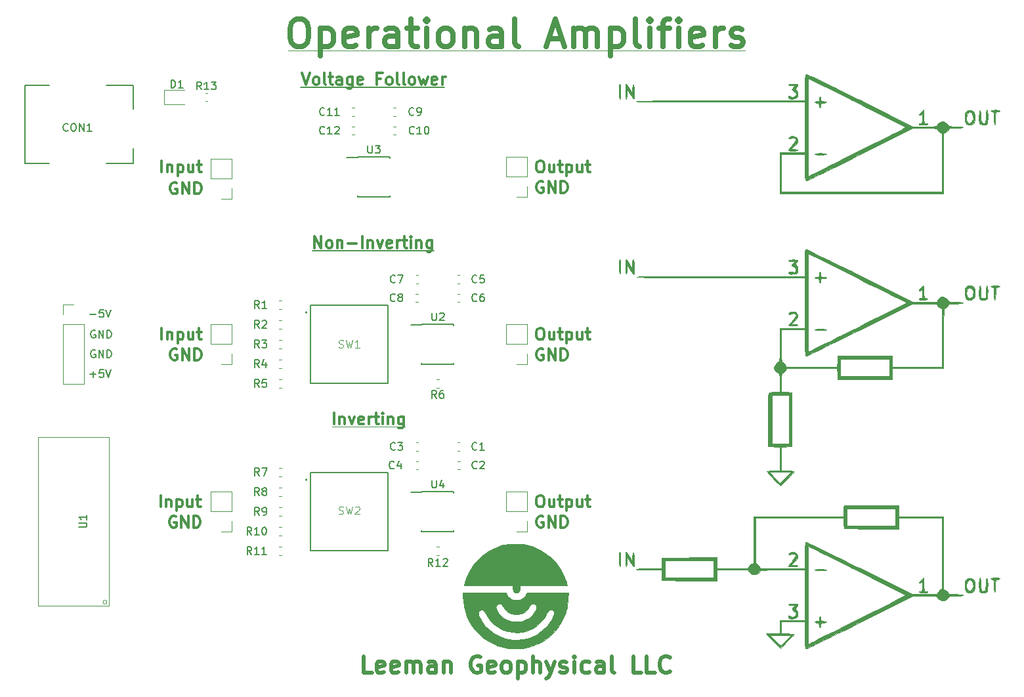
<source format=gbr>
%TF.GenerationSoftware,KiCad,Pcbnew,(5.1.7)-1*%
%TF.CreationDate,2021-06-25T14:26:51-05:00*%
%TF.ProjectId,Op_Amp_demo_PCB,4f705f41-6d70-45f6-9465-6d6f5f504342,1.0*%
%TF.SameCoordinates,Original*%
%TF.FileFunction,Legend,Top*%
%TF.FilePolarity,Positive*%
%FSLAX46Y46*%
G04 Gerber Fmt 4.6, Leading zero omitted, Abs format (unit mm)*
G04 Created by KiCad (PCBNEW (5.1.7)-1) date 2021-06-25 14:26:51*
%MOMM*%
%LPD*%
G01*
G04 APERTURE LIST*
%ADD10C,0.150000*%
%ADD11C,0.120000*%
%ADD12C,0.300000*%
%ADD13C,0.539750*%
%ADD14C,0.635000*%
%ADD15C,0.010000*%
%ADD16C,0.127000*%
%ADD17C,0.200000*%
%ADD18C,0.015000*%
G04 APERTURE END LIST*
D10*
X89773285Y-104211428D02*
X90535190Y-104211428D01*
X90154238Y-104592380D02*
X90154238Y-103830476D01*
X91487571Y-103592380D02*
X91011380Y-103592380D01*
X90963761Y-104068571D01*
X91011380Y-104020952D01*
X91106619Y-103973333D01*
X91344714Y-103973333D01*
X91439952Y-104020952D01*
X91487571Y-104068571D01*
X91535190Y-104163809D01*
X91535190Y-104401904D01*
X91487571Y-104497142D01*
X91439952Y-104544761D01*
X91344714Y-104592380D01*
X91106619Y-104592380D01*
X91011380Y-104544761D01*
X90963761Y-104497142D01*
X91820904Y-103592380D02*
X92154238Y-104592380D01*
X92487571Y-103592380D01*
X90424095Y-101100000D02*
X90328857Y-101052380D01*
X90186000Y-101052380D01*
X90043142Y-101100000D01*
X89947904Y-101195238D01*
X89900285Y-101290476D01*
X89852666Y-101480952D01*
X89852666Y-101623809D01*
X89900285Y-101814285D01*
X89947904Y-101909523D01*
X90043142Y-102004761D01*
X90186000Y-102052380D01*
X90281238Y-102052380D01*
X90424095Y-102004761D01*
X90471714Y-101957142D01*
X90471714Y-101623809D01*
X90281238Y-101623809D01*
X90900285Y-102052380D02*
X90900285Y-101052380D01*
X91471714Y-102052380D01*
X91471714Y-101052380D01*
X91947904Y-102052380D02*
X91947904Y-101052380D01*
X92186000Y-101052380D01*
X92328857Y-101100000D01*
X92424095Y-101195238D01*
X92471714Y-101290476D01*
X92519333Y-101480952D01*
X92519333Y-101623809D01*
X92471714Y-101814285D01*
X92424095Y-101909523D01*
X92328857Y-102004761D01*
X92186000Y-102052380D01*
X91947904Y-102052380D01*
X90424095Y-98560000D02*
X90328857Y-98512380D01*
X90186000Y-98512380D01*
X90043142Y-98560000D01*
X89947904Y-98655238D01*
X89900285Y-98750476D01*
X89852666Y-98940952D01*
X89852666Y-99083809D01*
X89900285Y-99274285D01*
X89947904Y-99369523D01*
X90043142Y-99464761D01*
X90186000Y-99512380D01*
X90281238Y-99512380D01*
X90424095Y-99464761D01*
X90471714Y-99417142D01*
X90471714Y-99083809D01*
X90281238Y-99083809D01*
X90900285Y-99512380D02*
X90900285Y-98512380D01*
X91471714Y-99512380D01*
X91471714Y-98512380D01*
X91947904Y-99512380D02*
X91947904Y-98512380D01*
X92186000Y-98512380D01*
X92328857Y-98560000D01*
X92424095Y-98655238D01*
X92471714Y-98750476D01*
X92519333Y-98940952D01*
X92519333Y-99083809D01*
X92471714Y-99274285D01*
X92424095Y-99369523D01*
X92328857Y-99464761D01*
X92186000Y-99512380D01*
X91947904Y-99512380D01*
X89773285Y-96464428D02*
X90535190Y-96464428D01*
X91487571Y-95845380D02*
X91011380Y-95845380D01*
X90963761Y-96321571D01*
X91011380Y-96273952D01*
X91106619Y-96226333D01*
X91344714Y-96226333D01*
X91439952Y-96273952D01*
X91487571Y-96321571D01*
X91535190Y-96416809D01*
X91535190Y-96654904D01*
X91487571Y-96750142D01*
X91439952Y-96797761D01*
X91344714Y-96845380D01*
X91106619Y-96845380D01*
X91011380Y-96797761D01*
X90963761Y-96750142D01*
X91820904Y-95845380D02*
X92154238Y-96845380D01*
X92487571Y-95845380D01*
D11*
X130429000Y-110998000D02*
X121031000Y-110998000D01*
D10*
X134112000Y-88265000D02*
X118491000Y-88265000D01*
X135509000Y-67183000D02*
X116967000Y-67183000D01*
D12*
X121230000Y-110660571D02*
X121230000Y-109160571D01*
X121944285Y-109660571D02*
X121944285Y-110660571D01*
X121944285Y-109803428D02*
X122015714Y-109732000D01*
X122158571Y-109660571D01*
X122372857Y-109660571D01*
X122515714Y-109732000D01*
X122587142Y-109874857D01*
X122587142Y-110660571D01*
X123158571Y-109660571D02*
X123515714Y-110660571D01*
X123872857Y-109660571D01*
X125015714Y-110589142D02*
X124872857Y-110660571D01*
X124587142Y-110660571D01*
X124444285Y-110589142D01*
X124372857Y-110446285D01*
X124372857Y-109874857D01*
X124444285Y-109732000D01*
X124587142Y-109660571D01*
X124872857Y-109660571D01*
X125015714Y-109732000D01*
X125087142Y-109874857D01*
X125087142Y-110017714D01*
X124372857Y-110160571D01*
X125730000Y-110660571D02*
X125730000Y-109660571D01*
X125730000Y-109946285D02*
X125801428Y-109803428D01*
X125872857Y-109732000D01*
X126015714Y-109660571D01*
X126158571Y-109660571D01*
X126444285Y-109660571D02*
X127015714Y-109660571D01*
X126658571Y-109160571D02*
X126658571Y-110446285D01*
X126730000Y-110589142D01*
X126872857Y-110660571D01*
X127015714Y-110660571D01*
X127515714Y-110660571D02*
X127515714Y-109660571D01*
X127515714Y-109160571D02*
X127444285Y-109232000D01*
X127515714Y-109303428D01*
X127587142Y-109232000D01*
X127515714Y-109160571D01*
X127515714Y-109303428D01*
X128230000Y-109660571D02*
X128230000Y-110660571D01*
X128230000Y-109803428D02*
X128301428Y-109732000D01*
X128444285Y-109660571D01*
X128658571Y-109660571D01*
X128801428Y-109732000D01*
X128872857Y-109874857D01*
X128872857Y-110660571D01*
X130230000Y-109660571D02*
X130230000Y-110874857D01*
X130158571Y-111017714D01*
X130087142Y-111089142D01*
X129944285Y-111160571D01*
X129730000Y-111160571D01*
X129587142Y-111089142D01*
X130230000Y-110589142D02*
X130087142Y-110660571D01*
X129801428Y-110660571D01*
X129658571Y-110589142D01*
X129587142Y-110517714D01*
X129515714Y-110374857D01*
X129515714Y-109946285D01*
X129587142Y-109803428D01*
X129658571Y-109732000D01*
X129801428Y-109660571D01*
X130087142Y-109660571D01*
X130230000Y-109732000D01*
X118730142Y-87927571D02*
X118730142Y-86427571D01*
X119587285Y-87927571D01*
X119587285Y-86427571D01*
X120515857Y-87927571D02*
X120373000Y-87856142D01*
X120301571Y-87784714D01*
X120230142Y-87641857D01*
X120230142Y-87213285D01*
X120301571Y-87070428D01*
X120373000Y-86999000D01*
X120515857Y-86927571D01*
X120730142Y-86927571D01*
X120873000Y-86999000D01*
X120944428Y-87070428D01*
X121015857Y-87213285D01*
X121015857Y-87641857D01*
X120944428Y-87784714D01*
X120873000Y-87856142D01*
X120730142Y-87927571D01*
X120515857Y-87927571D01*
X121658714Y-86927571D02*
X121658714Y-87927571D01*
X121658714Y-87070428D02*
X121730142Y-86999000D01*
X121873000Y-86927571D01*
X122087285Y-86927571D01*
X122230142Y-86999000D01*
X122301571Y-87141857D01*
X122301571Y-87927571D01*
X123015857Y-87356142D02*
X124158714Y-87356142D01*
X124873000Y-87927571D02*
X124873000Y-86427571D01*
X125587285Y-86927571D02*
X125587285Y-87927571D01*
X125587285Y-87070428D02*
X125658714Y-86999000D01*
X125801571Y-86927571D01*
X126015857Y-86927571D01*
X126158714Y-86999000D01*
X126230142Y-87141857D01*
X126230142Y-87927571D01*
X126801571Y-86927571D02*
X127158714Y-87927571D01*
X127515857Y-86927571D01*
X128658714Y-87856142D02*
X128515857Y-87927571D01*
X128230142Y-87927571D01*
X128087285Y-87856142D01*
X128015857Y-87713285D01*
X128015857Y-87141857D01*
X128087285Y-86999000D01*
X128230142Y-86927571D01*
X128515857Y-86927571D01*
X128658714Y-86999000D01*
X128730142Y-87141857D01*
X128730142Y-87284714D01*
X128015857Y-87427571D01*
X129373000Y-87927571D02*
X129373000Y-86927571D01*
X129373000Y-87213285D02*
X129444428Y-87070428D01*
X129515857Y-86999000D01*
X129658714Y-86927571D01*
X129801571Y-86927571D01*
X130087285Y-86927571D02*
X130658714Y-86927571D01*
X130301571Y-86427571D02*
X130301571Y-87713285D01*
X130373000Y-87856142D01*
X130515857Y-87927571D01*
X130658714Y-87927571D01*
X131158714Y-87927571D02*
X131158714Y-86927571D01*
X131158714Y-86427571D02*
X131087285Y-86499000D01*
X131158714Y-86570428D01*
X131230142Y-86499000D01*
X131158714Y-86427571D01*
X131158714Y-86570428D01*
X131873000Y-86927571D02*
X131873000Y-87927571D01*
X131873000Y-87070428D02*
X131944428Y-86999000D01*
X132087285Y-86927571D01*
X132301571Y-86927571D01*
X132444428Y-86999000D01*
X132515857Y-87141857D01*
X132515857Y-87927571D01*
X133873000Y-86927571D02*
X133873000Y-88141857D01*
X133801571Y-88284714D01*
X133730142Y-88356142D01*
X133587285Y-88427571D01*
X133373000Y-88427571D01*
X133230142Y-88356142D01*
X133873000Y-87856142D02*
X133730142Y-87927571D01*
X133444428Y-87927571D01*
X133301571Y-87856142D01*
X133230142Y-87784714D01*
X133158714Y-87641857D01*
X133158714Y-87213285D01*
X133230142Y-87070428D01*
X133301571Y-86999000D01*
X133444428Y-86927571D01*
X133730142Y-86927571D01*
X133873000Y-86999000D01*
X117115000Y-65345571D02*
X117615000Y-66845571D01*
X118115000Y-65345571D01*
X118829285Y-66845571D02*
X118686428Y-66774142D01*
X118615000Y-66702714D01*
X118543571Y-66559857D01*
X118543571Y-66131285D01*
X118615000Y-65988428D01*
X118686428Y-65917000D01*
X118829285Y-65845571D01*
X119043571Y-65845571D01*
X119186428Y-65917000D01*
X119257857Y-65988428D01*
X119329285Y-66131285D01*
X119329285Y-66559857D01*
X119257857Y-66702714D01*
X119186428Y-66774142D01*
X119043571Y-66845571D01*
X118829285Y-66845571D01*
X120186428Y-66845571D02*
X120043571Y-66774142D01*
X119972142Y-66631285D01*
X119972142Y-65345571D01*
X120543571Y-65845571D02*
X121115000Y-65845571D01*
X120757857Y-65345571D02*
X120757857Y-66631285D01*
X120829285Y-66774142D01*
X120972142Y-66845571D01*
X121115000Y-66845571D01*
X122257857Y-66845571D02*
X122257857Y-66059857D01*
X122186428Y-65917000D01*
X122043571Y-65845571D01*
X121757857Y-65845571D01*
X121615000Y-65917000D01*
X122257857Y-66774142D02*
X122115000Y-66845571D01*
X121757857Y-66845571D01*
X121615000Y-66774142D01*
X121543571Y-66631285D01*
X121543571Y-66488428D01*
X121615000Y-66345571D01*
X121757857Y-66274142D01*
X122115000Y-66274142D01*
X122257857Y-66202714D01*
X123615000Y-65845571D02*
X123615000Y-67059857D01*
X123543571Y-67202714D01*
X123472142Y-67274142D01*
X123329285Y-67345571D01*
X123115000Y-67345571D01*
X122972142Y-67274142D01*
X123615000Y-66774142D02*
X123472142Y-66845571D01*
X123186428Y-66845571D01*
X123043571Y-66774142D01*
X122972142Y-66702714D01*
X122900714Y-66559857D01*
X122900714Y-66131285D01*
X122972142Y-65988428D01*
X123043571Y-65917000D01*
X123186428Y-65845571D01*
X123472142Y-65845571D01*
X123615000Y-65917000D01*
X124900714Y-66774142D02*
X124757857Y-66845571D01*
X124472142Y-66845571D01*
X124329285Y-66774142D01*
X124257857Y-66631285D01*
X124257857Y-66059857D01*
X124329285Y-65917000D01*
X124472142Y-65845571D01*
X124757857Y-65845571D01*
X124900714Y-65917000D01*
X124972142Y-66059857D01*
X124972142Y-66202714D01*
X124257857Y-66345571D01*
X127257857Y-66059857D02*
X126757857Y-66059857D01*
X126757857Y-66845571D02*
X126757857Y-65345571D01*
X127472142Y-65345571D01*
X128257857Y-66845571D02*
X128115000Y-66774142D01*
X128043571Y-66702714D01*
X127972142Y-66559857D01*
X127972142Y-66131285D01*
X128043571Y-65988428D01*
X128115000Y-65917000D01*
X128257857Y-65845571D01*
X128472142Y-65845571D01*
X128615000Y-65917000D01*
X128686428Y-65988428D01*
X128757857Y-66131285D01*
X128757857Y-66559857D01*
X128686428Y-66702714D01*
X128615000Y-66774142D01*
X128472142Y-66845571D01*
X128257857Y-66845571D01*
X129615000Y-66845571D02*
X129472142Y-66774142D01*
X129400714Y-66631285D01*
X129400714Y-65345571D01*
X130400714Y-66845571D02*
X130257857Y-66774142D01*
X130186428Y-66631285D01*
X130186428Y-65345571D01*
X131186428Y-66845571D02*
X131043571Y-66774142D01*
X130972142Y-66702714D01*
X130900714Y-66559857D01*
X130900714Y-66131285D01*
X130972142Y-65988428D01*
X131043571Y-65917000D01*
X131186428Y-65845571D01*
X131400714Y-65845571D01*
X131543571Y-65917000D01*
X131615000Y-65988428D01*
X131686428Y-66131285D01*
X131686428Y-66559857D01*
X131615000Y-66702714D01*
X131543571Y-66774142D01*
X131400714Y-66845571D01*
X131186428Y-66845571D01*
X132186428Y-65845571D02*
X132472142Y-66845571D01*
X132757857Y-66131285D01*
X133043571Y-66845571D01*
X133329285Y-65845571D01*
X134472142Y-66774142D02*
X134329285Y-66845571D01*
X134043571Y-66845571D01*
X133900714Y-66774142D01*
X133829285Y-66631285D01*
X133829285Y-66059857D01*
X133900714Y-65917000D01*
X134043571Y-65845571D01*
X134329285Y-65845571D01*
X134472142Y-65917000D01*
X134543571Y-66059857D01*
X134543571Y-66202714D01*
X133829285Y-66345571D01*
X135186428Y-66845571D02*
X135186428Y-65845571D01*
X135186428Y-66131285D02*
X135257857Y-65988428D01*
X135329285Y-65917000D01*
X135472142Y-65845571D01*
X135615000Y-65845571D01*
X147713285Y-119828571D02*
X147999000Y-119828571D01*
X148141857Y-119900000D01*
X148284714Y-120042857D01*
X148356142Y-120328571D01*
X148356142Y-120828571D01*
X148284714Y-121114285D01*
X148141857Y-121257142D01*
X147999000Y-121328571D01*
X147713285Y-121328571D01*
X147570428Y-121257142D01*
X147427571Y-121114285D01*
X147356142Y-120828571D01*
X147356142Y-120328571D01*
X147427571Y-120042857D01*
X147570428Y-119900000D01*
X147713285Y-119828571D01*
X149641857Y-120328571D02*
X149641857Y-121328571D01*
X148999000Y-120328571D02*
X148999000Y-121114285D01*
X149070428Y-121257142D01*
X149213285Y-121328571D01*
X149427571Y-121328571D01*
X149570428Y-121257142D01*
X149641857Y-121185714D01*
X150141857Y-120328571D02*
X150713285Y-120328571D01*
X150356142Y-119828571D02*
X150356142Y-121114285D01*
X150427571Y-121257142D01*
X150570428Y-121328571D01*
X150713285Y-121328571D01*
X151213285Y-120328571D02*
X151213285Y-121828571D01*
X151213285Y-120400000D02*
X151356142Y-120328571D01*
X151641857Y-120328571D01*
X151784714Y-120400000D01*
X151856142Y-120471428D01*
X151927571Y-120614285D01*
X151927571Y-121042857D01*
X151856142Y-121185714D01*
X151784714Y-121257142D01*
X151641857Y-121328571D01*
X151356142Y-121328571D01*
X151213285Y-121257142D01*
X153213285Y-120328571D02*
X153213285Y-121328571D01*
X152570428Y-120328571D02*
X152570428Y-121114285D01*
X152641857Y-121257142D01*
X152784714Y-121328571D01*
X152999000Y-121328571D01*
X153141857Y-121257142D01*
X153213285Y-121185714D01*
X153713285Y-120328571D02*
X154284714Y-120328571D01*
X153927571Y-119828571D02*
X153927571Y-121114285D01*
X153999000Y-121257142D01*
X154141857Y-121328571D01*
X154284714Y-121328571D01*
X148209142Y-122567000D02*
X148066285Y-122495571D01*
X147852000Y-122495571D01*
X147637714Y-122567000D01*
X147494857Y-122709857D01*
X147423428Y-122852714D01*
X147352000Y-123138428D01*
X147352000Y-123352714D01*
X147423428Y-123638428D01*
X147494857Y-123781285D01*
X147637714Y-123924142D01*
X147852000Y-123995571D01*
X147994857Y-123995571D01*
X148209142Y-123924142D01*
X148280571Y-123852714D01*
X148280571Y-123352714D01*
X147994857Y-123352714D01*
X148923428Y-123995571D02*
X148923428Y-122495571D01*
X149780571Y-123995571D01*
X149780571Y-122495571D01*
X150494857Y-123995571D02*
X150494857Y-122495571D01*
X150852000Y-122495571D01*
X151066285Y-122567000D01*
X151209142Y-122709857D01*
X151280571Y-122852714D01*
X151352000Y-123138428D01*
X151352000Y-123352714D01*
X151280571Y-123638428D01*
X151209142Y-123781285D01*
X151066285Y-123924142D01*
X150852000Y-123995571D01*
X150494857Y-123995571D01*
X147713285Y-98238571D02*
X147999000Y-98238571D01*
X148141857Y-98310000D01*
X148284714Y-98452857D01*
X148356142Y-98738571D01*
X148356142Y-99238571D01*
X148284714Y-99524285D01*
X148141857Y-99667142D01*
X147999000Y-99738571D01*
X147713285Y-99738571D01*
X147570428Y-99667142D01*
X147427571Y-99524285D01*
X147356142Y-99238571D01*
X147356142Y-98738571D01*
X147427571Y-98452857D01*
X147570428Y-98310000D01*
X147713285Y-98238571D01*
X149641857Y-98738571D02*
X149641857Y-99738571D01*
X148999000Y-98738571D02*
X148999000Y-99524285D01*
X149070428Y-99667142D01*
X149213285Y-99738571D01*
X149427571Y-99738571D01*
X149570428Y-99667142D01*
X149641857Y-99595714D01*
X150141857Y-98738571D02*
X150713285Y-98738571D01*
X150356142Y-98238571D02*
X150356142Y-99524285D01*
X150427571Y-99667142D01*
X150570428Y-99738571D01*
X150713285Y-99738571D01*
X151213285Y-98738571D02*
X151213285Y-100238571D01*
X151213285Y-98810000D02*
X151356142Y-98738571D01*
X151641857Y-98738571D01*
X151784714Y-98810000D01*
X151856142Y-98881428D01*
X151927571Y-99024285D01*
X151927571Y-99452857D01*
X151856142Y-99595714D01*
X151784714Y-99667142D01*
X151641857Y-99738571D01*
X151356142Y-99738571D01*
X151213285Y-99667142D01*
X153213285Y-98738571D02*
X153213285Y-99738571D01*
X152570428Y-98738571D02*
X152570428Y-99524285D01*
X152641857Y-99667142D01*
X152784714Y-99738571D01*
X152999000Y-99738571D01*
X153141857Y-99667142D01*
X153213285Y-99595714D01*
X153713285Y-98738571D02*
X154284714Y-98738571D01*
X153927571Y-98238571D02*
X153927571Y-99524285D01*
X153999000Y-99667142D01*
X154141857Y-99738571D01*
X154284714Y-99738571D01*
X148209142Y-100977000D02*
X148066285Y-100905571D01*
X147852000Y-100905571D01*
X147637714Y-100977000D01*
X147494857Y-101119857D01*
X147423428Y-101262714D01*
X147352000Y-101548428D01*
X147352000Y-101762714D01*
X147423428Y-102048428D01*
X147494857Y-102191285D01*
X147637714Y-102334142D01*
X147852000Y-102405571D01*
X147994857Y-102405571D01*
X148209142Y-102334142D01*
X148280571Y-102262714D01*
X148280571Y-101762714D01*
X147994857Y-101762714D01*
X148923428Y-102405571D02*
X148923428Y-100905571D01*
X149780571Y-102405571D01*
X149780571Y-100905571D01*
X150494857Y-102405571D02*
X150494857Y-100905571D01*
X150852000Y-100905571D01*
X151066285Y-100977000D01*
X151209142Y-101119857D01*
X151280571Y-101262714D01*
X151352000Y-101548428D01*
X151352000Y-101762714D01*
X151280571Y-102048428D01*
X151209142Y-102191285D01*
X151066285Y-102334142D01*
X150852000Y-102405571D01*
X150494857Y-102405571D01*
X148209142Y-79387000D02*
X148066285Y-79315571D01*
X147852000Y-79315571D01*
X147637714Y-79387000D01*
X147494857Y-79529857D01*
X147423428Y-79672714D01*
X147352000Y-79958428D01*
X147352000Y-80172714D01*
X147423428Y-80458428D01*
X147494857Y-80601285D01*
X147637714Y-80744142D01*
X147852000Y-80815571D01*
X147994857Y-80815571D01*
X148209142Y-80744142D01*
X148280571Y-80672714D01*
X148280571Y-80172714D01*
X147994857Y-80172714D01*
X148923428Y-80815571D02*
X148923428Y-79315571D01*
X149780571Y-80815571D01*
X149780571Y-79315571D01*
X150494857Y-80815571D02*
X150494857Y-79315571D01*
X150852000Y-79315571D01*
X151066285Y-79387000D01*
X151209142Y-79529857D01*
X151280571Y-79672714D01*
X151352000Y-79958428D01*
X151352000Y-80172714D01*
X151280571Y-80458428D01*
X151209142Y-80601285D01*
X151066285Y-80744142D01*
X150852000Y-80815571D01*
X150494857Y-80815571D01*
X147713285Y-76648571D02*
X147999000Y-76648571D01*
X148141857Y-76720000D01*
X148284714Y-76862857D01*
X148356142Y-77148571D01*
X148356142Y-77648571D01*
X148284714Y-77934285D01*
X148141857Y-78077142D01*
X147999000Y-78148571D01*
X147713285Y-78148571D01*
X147570428Y-78077142D01*
X147427571Y-77934285D01*
X147356142Y-77648571D01*
X147356142Y-77148571D01*
X147427571Y-76862857D01*
X147570428Y-76720000D01*
X147713285Y-76648571D01*
X149641857Y-77148571D02*
X149641857Y-78148571D01*
X148999000Y-77148571D02*
X148999000Y-77934285D01*
X149070428Y-78077142D01*
X149213285Y-78148571D01*
X149427571Y-78148571D01*
X149570428Y-78077142D01*
X149641857Y-78005714D01*
X150141857Y-77148571D02*
X150713285Y-77148571D01*
X150356142Y-76648571D02*
X150356142Y-77934285D01*
X150427571Y-78077142D01*
X150570428Y-78148571D01*
X150713285Y-78148571D01*
X151213285Y-77148571D02*
X151213285Y-78648571D01*
X151213285Y-77220000D02*
X151356142Y-77148571D01*
X151641857Y-77148571D01*
X151784714Y-77220000D01*
X151856142Y-77291428D01*
X151927571Y-77434285D01*
X151927571Y-77862857D01*
X151856142Y-78005714D01*
X151784714Y-78077142D01*
X151641857Y-78148571D01*
X151356142Y-78148571D01*
X151213285Y-78077142D01*
X153213285Y-77148571D02*
X153213285Y-78148571D01*
X152570428Y-77148571D02*
X152570428Y-77934285D01*
X152641857Y-78077142D01*
X152784714Y-78148571D01*
X152999000Y-78148571D01*
X153141857Y-78077142D01*
X153213285Y-78005714D01*
X153713285Y-77148571D02*
X154284714Y-77148571D01*
X153927571Y-76648571D02*
X153927571Y-77934285D01*
X153999000Y-78077142D01*
X154141857Y-78148571D01*
X154284714Y-78148571D01*
X100838142Y-122567000D02*
X100695285Y-122495571D01*
X100481000Y-122495571D01*
X100266714Y-122567000D01*
X100123857Y-122709857D01*
X100052428Y-122852714D01*
X99981000Y-123138428D01*
X99981000Y-123352714D01*
X100052428Y-123638428D01*
X100123857Y-123781285D01*
X100266714Y-123924142D01*
X100481000Y-123995571D01*
X100623857Y-123995571D01*
X100838142Y-123924142D01*
X100909571Y-123852714D01*
X100909571Y-123352714D01*
X100623857Y-123352714D01*
X101552428Y-123995571D02*
X101552428Y-122495571D01*
X102409571Y-123995571D01*
X102409571Y-122495571D01*
X103123857Y-123995571D02*
X103123857Y-122495571D01*
X103481000Y-122495571D01*
X103695285Y-122567000D01*
X103838142Y-122709857D01*
X103909571Y-122852714D01*
X103981000Y-123138428D01*
X103981000Y-123352714D01*
X103909571Y-123638428D01*
X103838142Y-123781285D01*
X103695285Y-123924142D01*
X103481000Y-123995571D01*
X103123857Y-123995571D01*
X98881714Y-121328571D02*
X98881714Y-119828571D01*
X99596000Y-120328571D02*
X99596000Y-121328571D01*
X99596000Y-120471428D02*
X99667428Y-120400000D01*
X99810285Y-120328571D01*
X100024571Y-120328571D01*
X100167428Y-120400000D01*
X100238857Y-120542857D01*
X100238857Y-121328571D01*
X100953142Y-120328571D02*
X100953142Y-121828571D01*
X100953142Y-120400000D02*
X101096000Y-120328571D01*
X101381714Y-120328571D01*
X101524571Y-120400000D01*
X101596000Y-120471428D01*
X101667428Y-120614285D01*
X101667428Y-121042857D01*
X101596000Y-121185714D01*
X101524571Y-121257142D01*
X101381714Y-121328571D01*
X101096000Y-121328571D01*
X100953142Y-121257142D01*
X102953142Y-120328571D02*
X102953142Y-121328571D01*
X102310285Y-120328571D02*
X102310285Y-121114285D01*
X102381714Y-121257142D01*
X102524571Y-121328571D01*
X102738857Y-121328571D01*
X102881714Y-121257142D01*
X102953142Y-121185714D01*
X103453142Y-120328571D02*
X104024571Y-120328571D01*
X103667428Y-119828571D02*
X103667428Y-121114285D01*
X103738857Y-121257142D01*
X103881714Y-121328571D01*
X104024571Y-121328571D01*
X99008714Y-99738571D02*
X99008714Y-98238571D01*
X99723000Y-98738571D02*
X99723000Y-99738571D01*
X99723000Y-98881428D02*
X99794428Y-98810000D01*
X99937285Y-98738571D01*
X100151571Y-98738571D01*
X100294428Y-98810000D01*
X100365857Y-98952857D01*
X100365857Y-99738571D01*
X101080142Y-98738571D02*
X101080142Y-100238571D01*
X101080142Y-98810000D02*
X101223000Y-98738571D01*
X101508714Y-98738571D01*
X101651571Y-98810000D01*
X101723000Y-98881428D01*
X101794428Y-99024285D01*
X101794428Y-99452857D01*
X101723000Y-99595714D01*
X101651571Y-99667142D01*
X101508714Y-99738571D01*
X101223000Y-99738571D01*
X101080142Y-99667142D01*
X103080142Y-98738571D02*
X103080142Y-99738571D01*
X102437285Y-98738571D02*
X102437285Y-99524285D01*
X102508714Y-99667142D01*
X102651571Y-99738571D01*
X102865857Y-99738571D01*
X103008714Y-99667142D01*
X103080142Y-99595714D01*
X103580142Y-98738571D02*
X104151571Y-98738571D01*
X103794428Y-98238571D02*
X103794428Y-99524285D01*
X103865857Y-99667142D01*
X104008714Y-99738571D01*
X104151571Y-99738571D01*
X100965142Y-100977000D02*
X100822285Y-100905571D01*
X100608000Y-100905571D01*
X100393714Y-100977000D01*
X100250857Y-101119857D01*
X100179428Y-101262714D01*
X100108000Y-101548428D01*
X100108000Y-101762714D01*
X100179428Y-102048428D01*
X100250857Y-102191285D01*
X100393714Y-102334142D01*
X100608000Y-102405571D01*
X100750857Y-102405571D01*
X100965142Y-102334142D01*
X101036571Y-102262714D01*
X101036571Y-101762714D01*
X100750857Y-101762714D01*
X101679428Y-102405571D02*
X101679428Y-100905571D01*
X102536571Y-102405571D01*
X102536571Y-100905571D01*
X103250857Y-102405571D02*
X103250857Y-100905571D01*
X103608000Y-100905571D01*
X103822285Y-100977000D01*
X103965142Y-101119857D01*
X104036571Y-101262714D01*
X104108000Y-101548428D01*
X104108000Y-101762714D01*
X104036571Y-102048428D01*
X103965142Y-102191285D01*
X103822285Y-102334142D01*
X103608000Y-102405571D01*
X103250857Y-102405571D01*
X100965142Y-79514000D02*
X100822285Y-79442571D01*
X100608000Y-79442571D01*
X100393714Y-79514000D01*
X100250857Y-79656857D01*
X100179428Y-79799714D01*
X100108000Y-80085428D01*
X100108000Y-80299714D01*
X100179428Y-80585428D01*
X100250857Y-80728285D01*
X100393714Y-80871142D01*
X100608000Y-80942571D01*
X100750857Y-80942571D01*
X100965142Y-80871142D01*
X101036571Y-80799714D01*
X101036571Y-80299714D01*
X100750857Y-80299714D01*
X101679428Y-80942571D02*
X101679428Y-79442571D01*
X102536571Y-80942571D01*
X102536571Y-79442571D01*
X103250857Y-80942571D02*
X103250857Y-79442571D01*
X103608000Y-79442571D01*
X103822285Y-79514000D01*
X103965142Y-79656857D01*
X104036571Y-79799714D01*
X104108000Y-80085428D01*
X104108000Y-80299714D01*
X104036571Y-80585428D01*
X103965142Y-80728285D01*
X103822285Y-80871142D01*
X103608000Y-80942571D01*
X103250857Y-80942571D01*
X99008714Y-78148571D02*
X99008714Y-76648571D01*
X99723000Y-77148571D02*
X99723000Y-78148571D01*
X99723000Y-77291428D02*
X99794428Y-77220000D01*
X99937285Y-77148571D01*
X100151571Y-77148571D01*
X100294428Y-77220000D01*
X100365857Y-77362857D01*
X100365857Y-78148571D01*
X101080142Y-77148571D02*
X101080142Y-78648571D01*
X101080142Y-77220000D02*
X101223000Y-77148571D01*
X101508714Y-77148571D01*
X101651571Y-77220000D01*
X101723000Y-77291428D01*
X101794428Y-77434285D01*
X101794428Y-77862857D01*
X101723000Y-78005714D01*
X101651571Y-78077142D01*
X101508714Y-78148571D01*
X101223000Y-78148571D01*
X101080142Y-78077142D01*
X103080142Y-77148571D02*
X103080142Y-78148571D01*
X102437285Y-77148571D02*
X102437285Y-77934285D01*
X102508714Y-78077142D01*
X102651571Y-78148571D01*
X102865857Y-78148571D01*
X103008714Y-78077142D01*
X103080142Y-78005714D01*
X103580142Y-77148571D02*
X104151571Y-77148571D01*
X103794428Y-76648571D02*
X103794428Y-77934285D01*
X103865857Y-78077142D01*
X104008714Y-78148571D01*
X104151571Y-78148571D01*
D13*
X126120071Y-142708690D02*
X125091976Y-142708690D01*
X125091976Y-140549690D01*
X127662214Y-142605880D02*
X127456595Y-142708690D01*
X127045357Y-142708690D01*
X126839738Y-142605880D01*
X126736928Y-142400261D01*
X126736928Y-141577785D01*
X126839738Y-141372166D01*
X127045357Y-141269357D01*
X127456595Y-141269357D01*
X127662214Y-141372166D01*
X127765023Y-141577785D01*
X127765023Y-141783404D01*
X126736928Y-141989023D01*
X129512785Y-142605880D02*
X129307166Y-142708690D01*
X128895928Y-142708690D01*
X128690309Y-142605880D01*
X128587500Y-142400261D01*
X128587500Y-141577785D01*
X128690309Y-141372166D01*
X128895928Y-141269357D01*
X129307166Y-141269357D01*
X129512785Y-141372166D01*
X129615595Y-141577785D01*
X129615595Y-141783404D01*
X128587500Y-141989023D01*
X130540880Y-142708690D02*
X130540880Y-141269357D01*
X130540880Y-141474976D02*
X130643690Y-141372166D01*
X130849309Y-141269357D01*
X131157738Y-141269357D01*
X131363357Y-141372166D01*
X131466166Y-141577785D01*
X131466166Y-142708690D01*
X131466166Y-141577785D02*
X131568976Y-141372166D01*
X131774595Y-141269357D01*
X132083023Y-141269357D01*
X132288642Y-141372166D01*
X132391452Y-141577785D01*
X132391452Y-142708690D01*
X134344833Y-142708690D02*
X134344833Y-141577785D01*
X134242023Y-141372166D01*
X134036404Y-141269357D01*
X133625166Y-141269357D01*
X133419547Y-141372166D01*
X134344833Y-142605880D02*
X134139214Y-142708690D01*
X133625166Y-142708690D01*
X133419547Y-142605880D01*
X133316738Y-142400261D01*
X133316738Y-142194642D01*
X133419547Y-141989023D01*
X133625166Y-141886214D01*
X134139214Y-141886214D01*
X134344833Y-141783404D01*
X135372928Y-141269357D02*
X135372928Y-142708690D01*
X135372928Y-141474976D02*
X135475738Y-141372166D01*
X135681357Y-141269357D01*
X135989785Y-141269357D01*
X136195404Y-141372166D01*
X136298214Y-141577785D01*
X136298214Y-142708690D01*
X140102166Y-140652500D02*
X139896547Y-140549690D01*
X139588119Y-140549690D01*
X139279690Y-140652500D01*
X139074071Y-140858119D01*
X138971261Y-141063738D01*
X138868452Y-141474976D01*
X138868452Y-141783404D01*
X138971261Y-142194642D01*
X139074071Y-142400261D01*
X139279690Y-142605880D01*
X139588119Y-142708690D01*
X139793738Y-142708690D01*
X140102166Y-142605880D01*
X140204976Y-142503071D01*
X140204976Y-141783404D01*
X139793738Y-141783404D01*
X141952738Y-142605880D02*
X141747119Y-142708690D01*
X141335880Y-142708690D01*
X141130261Y-142605880D01*
X141027452Y-142400261D01*
X141027452Y-141577785D01*
X141130261Y-141372166D01*
X141335880Y-141269357D01*
X141747119Y-141269357D01*
X141952738Y-141372166D01*
X142055547Y-141577785D01*
X142055547Y-141783404D01*
X141027452Y-141989023D01*
X143289261Y-142708690D02*
X143083642Y-142605880D01*
X142980833Y-142503071D01*
X142878023Y-142297452D01*
X142878023Y-141680595D01*
X142980833Y-141474976D01*
X143083642Y-141372166D01*
X143289261Y-141269357D01*
X143597690Y-141269357D01*
X143803309Y-141372166D01*
X143906119Y-141474976D01*
X144008928Y-141680595D01*
X144008928Y-142297452D01*
X143906119Y-142503071D01*
X143803309Y-142605880D01*
X143597690Y-142708690D01*
X143289261Y-142708690D01*
X144934214Y-141269357D02*
X144934214Y-143428357D01*
X144934214Y-141372166D02*
X145139833Y-141269357D01*
X145551071Y-141269357D01*
X145756690Y-141372166D01*
X145859500Y-141474976D01*
X145962309Y-141680595D01*
X145962309Y-142297452D01*
X145859500Y-142503071D01*
X145756690Y-142605880D01*
X145551071Y-142708690D01*
X145139833Y-142708690D01*
X144934214Y-142605880D01*
X146887595Y-142708690D02*
X146887595Y-140549690D01*
X147812880Y-142708690D02*
X147812880Y-141577785D01*
X147710071Y-141372166D01*
X147504452Y-141269357D01*
X147196023Y-141269357D01*
X146990404Y-141372166D01*
X146887595Y-141474976D01*
X148635357Y-141269357D02*
X149149404Y-142708690D01*
X149663452Y-141269357D02*
X149149404Y-142708690D01*
X148943785Y-143222738D01*
X148840976Y-143325547D01*
X148635357Y-143428357D01*
X150383119Y-142605880D02*
X150588738Y-142708690D01*
X150999976Y-142708690D01*
X151205595Y-142605880D01*
X151308404Y-142400261D01*
X151308404Y-142297452D01*
X151205595Y-142091833D01*
X150999976Y-141989023D01*
X150691547Y-141989023D01*
X150485928Y-141886214D01*
X150383119Y-141680595D01*
X150383119Y-141577785D01*
X150485928Y-141372166D01*
X150691547Y-141269357D01*
X150999976Y-141269357D01*
X151205595Y-141372166D01*
X152233690Y-142708690D02*
X152233690Y-141269357D01*
X152233690Y-140549690D02*
X152130880Y-140652500D01*
X152233690Y-140755309D01*
X152336500Y-140652500D01*
X152233690Y-140549690D01*
X152233690Y-140755309D01*
X154187071Y-142605880D02*
X153981452Y-142708690D01*
X153570214Y-142708690D01*
X153364595Y-142605880D01*
X153261785Y-142503071D01*
X153158976Y-142297452D01*
X153158976Y-141680595D01*
X153261785Y-141474976D01*
X153364595Y-141372166D01*
X153570214Y-141269357D01*
X153981452Y-141269357D01*
X154187071Y-141372166D01*
X156037642Y-142708690D02*
X156037642Y-141577785D01*
X155934833Y-141372166D01*
X155729214Y-141269357D01*
X155317976Y-141269357D01*
X155112357Y-141372166D01*
X156037642Y-142605880D02*
X155832023Y-142708690D01*
X155317976Y-142708690D01*
X155112357Y-142605880D01*
X155009547Y-142400261D01*
X155009547Y-142194642D01*
X155112357Y-141989023D01*
X155317976Y-141886214D01*
X155832023Y-141886214D01*
X156037642Y-141783404D01*
X157374166Y-142708690D02*
X157168547Y-142605880D01*
X157065738Y-142400261D01*
X157065738Y-140549690D01*
X160869690Y-142708690D02*
X159841595Y-142708690D01*
X159841595Y-140549690D01*
X162617452Y-142708690D02*
X161589357Y-142708690D01*
X161589357Y-140549690D01*
X164570833Y-142503071D02*
X164468023Y-142605880D01*
X164159595Y-142708690D01*
X163953976Y-142708690D01*
X163645547Y-142605880D01*
X163439928Y-142400261D01*
X163337119Y-142194642D01*
X163234309Y-141783404D01*
X163234309Y-141474976D01*
X163337119Y-141063738D01*
X163439928Y-140858119D01*
X163645547Y-140652500D01*
X163953976Y-140549690D01*
X164159595Y-140549690D01*
X164468023Y-140652500D01*
X164570833Y-140755309D01*
D11*
X174244000Y-62484000D02*
X115316000Y-62484000D01*
D14*
X116416666Y-58377666D02*
X117093999Y-58377666D01*
X117432666Y-58547000D01*
X117771333Y-58885666D01*
X117940666Y-59563000D01*
X117940666Y-60748333D01*
X117771333Y-61425666D01*
X117432666Y-61764333D01*
X117093999Y-61933666D01*
X116416666Y-61933666D01*
X116077999Y-61764333D01*
X115739333Y-61425666D01*
X115569999Y-60748333D01*
X115569999Y-59563000D01*
X115739333Y-58885666D01*
X116077999Y-58547000D01*
X116416666Y-58377666D01*
X119464666Y-59563000D02*
X119464666Y-63119000D01*
X119464666Y-59732333D02*
X119803333Y-59563000D01*
X120480666Y-59563000D01*
X120819333Y-59732333D01*
X120988666Y-59901666D01*
X121157999Y-60240333D01*
X121157999Y-61256333D01*
X120988666Y-61595000D01*
X120819333Y-61764333D01*
X120480666Y-61933666D01*
X119803333Y-61933666D01*
X119464666Y-61764333D01*
X124036666Y-61764333D02*
X123697999Y-61933666D01*
X123020666Y-61933666D01*
X122681999Y-61764333D01*
X122512666Y-61425666D01*
X122512666Y-60071000D01*
X122681999Y-59732333D01*
X123020666Y-59563000D01*
X123697999Y-59563000D01*
X124036666Y-59732333D01*
X124205999Y-60071000D01*
X124205999Y-60409666D01*
X122512666Y-60748333D01*
X125729999Y-61933666D02*
X125729999Y-59563000D01*
X125729999Y-60240333D02*
X125899333Y-59901666D01*
X126068666Y-59732333D01*
X126407333Y-59563000D01*
X126745999Y-59563000D01*
X129455333Y-61933666D02*
X129455333Y-60071000D01*
X129285999Y-59732333D01*
X128947333Y-59563000D01*
X128269999Y-59563000D01*
X127931333Y-59732333D01*
X129455333Y-61764333D02*
X129116666Y-61933666D01*
X128269999Y-61933666D01*
X127931333Y-61764333D01*
X127761999Y-61425666D01*
X127761999Y-61087000D01*
X127931333Y-60748333D01*
X128269999Y-60579000D01*
X129116666Y-60579000D01*
X129455333Y-60409666D01*
X130640666Y-59563000D02*
X131995333Y-59563000D01*
X131148666Y-58377666D02*
X131148666Y-61425666D01*
X131317999Y-61764333D01*
X131656666Y-61933666D01*
X131995333Y-61933666D01*
X133180666Y-61933666D02*
X133180666Y-59563000D01*
X133180666Y-58377666D02*
X133011333Y-58547000D01*
X133180666Y-58716333D01*
X133349999Y-58547000D01*
X133180666Y-58377666D01*
X133180666Y-58716333D01*
X135382000Y-61933666D02*
X135043333Y-61764333D01*
X134874000Y-61595000D01*
X134704666Y-61256333D01*
X134704666Y-60240333D01*
X134874000Y-59901666D01*
X135043333Y-59732333D01*
X135382000Y-59563000D01*
X135890000Y-59563000D01*
X136228666Y-59732333D01*
X136398000Y-59901666D01*
X136567333Y-60240333D01*
X136567333Y-61256333D01*
X136398000Y-61595000D01*
X136228666Y-61764333D01*
X135890000Y-61933666D01*
X135382000Y-61933666D01*
X138091333Y-59563000D02*
X138091333Y-61933666D01*
X138091333Y-59901666D02*
X138260666Y-59732333D01*
X138599333Y-59563000D01*
X139107333Y-59563000D01*
X139446000Y-59732333D01*
X139615333Y-60071000D01*
X139615333Y-61933666D01*
X142832666Y-61933666D02*
X142832666Y-60071000D01*
X142663333Y-59732333D01*
X142324666Y-59563000D01*
X141647333Y-59563000D01*
X141308666Y-59732333D01*
X142832666Y-61764333D02*
X142494000Y-61933666D01*
X141647333Y-61933666D01*
X141308666Y-61764333D01*
X141139333Y-61425666D01*
X141139333Y-61087000D01*
X141308666Y-60748333D01*
X141647333Y-60579000D01*
X142494000Y-60579000D01*
X142832666Y-60409666D01*
X145034000Y-61933666D02*
X144695333Y-61764333D01*
X144526000Y-61425666D01*
X144526000Y-58377666D01*
X148928666Y-60917666D02*
X150622000Y-60917666D01*
X148590000Y-61933666D02*
X149775333Y-58377666D01*
X150960666Y-61933666D01*
X152145999Y-61933666D02*
X152145999Y-59563000D01*
X152145999Y-59901666D02*
X152315333Y-59732333D01*
X152653999Y-59563000D01*
X153161999Y-59563000D01*
X153500666Y-59732333D01*
X153669999Y-60071000D01*
X153669999Y-61933666D01*
X153669999Y-60071000D02*
X153839333Y-59732333D01*
X154177999Y-59563000D01*
X154685999Y-59563000D01*
X155024666Y-59732333D01*
X155193999Y-60071000D01*
X155193999Y-61933666D01*
X156887333Y-59563000D02*
X156887333Y-63119000D01*
X156887333Y-59732333D02*
X157226000Y-59563000D01*
X157903333Y-59563000D01*
X158242000Y-59732333D01*
X158411333Y-59901666D01*
X158580666Y-60240333D01*
X158580666Y-61256333D01*
X158411333Y-61595000D01*
X158242000Y-61764333D01*
X157903333Y-61933666D01*
X157226000Y-61933666D01*
X156887333Y-61764333D01*
X160612666Y-61933666D02*
X160274000Y-61764333D01*
X160104666Y-61425666D01*
X160104666Y-58377666D01*
X161967333Y-61933666D02*
X161967333Y-59563000D01*
X161967333Y-58377666D02*
X161798000Y-58547000D01*
X161967333Y-58716333D01*
X162136666Y-58547000D01*
X161967333Y-58377666D01*
X161967333Y-58716333D01*
X163152666Y-59563000D02*
X164507333Y-59563000D01*
X163660666Y-61933666D02*
X163660666Y-58885666D01*
X163830000Y-58547000D01*
X164168666Y-58377666D01*
X164507333Y-58377666D01*
X165692666Y-61933666D02*
X165692666Y-59563000D01*
X165692666Y-58377666D02*
X165523333Y-58547000D01*
X165692666Y-58716333D01*
X165862000Y-58547000D01*
X165692666Y-58377666D01*
X165692666Y-58716333D01*
X168740666Y-61764333D02*
X168402000Y-61933666D01*
X167724666Y-61933666D01*
X167386000Y-61764333D01*
X167216666Y-61425666D01*
X167216666Y-60071000D01*
X167386000Y-59732333D01*
X167724666Y-59563000D01*
X168402000Y-59563000D01*
X168740666Y-59732333D01*
X168910000Y-60071000D01*
X168910000Y-60409666D01*
X167216666Y-60748333D01*
X170434000Y-61933666D02*
X170434000Y-59563000D01*
X170434000Y-60240333D02*
X170603333Y-59901666D01*
X170772666Y-59732333D01*
X171111333Y-59563000D01*
X171450000Y-59563000D01*
X172466000Y-61764333D02*
X172804666Y-61933666D01*
X173482000Y-61933666D01*
X173820666Y-61764333D01*
X173990000Y-61425666D01*
X173990000Y-61256333D01*
X173820666Y-60917666D01*
X173482000Y-60748333D01*
X172974000Y-60748333D01*
X172635333Y-60579000D01*
X172466000Y-60240333D01*
X172466000Y-60071000D01*
X172635333Y-59732333D01*
X172974000Y-59563000D01*
X173482000Y-59563000D01*
X173820666Y-59732333D01*
D15*
%TO.C,G\u002A\u002A\u002A*%
G36*
X183967336Y-68465087D02*
G01*
X183997592Y-68677807D01*
X183997600Y-68681600D01*
X184017423Y-68886383D01*
X184117971Y-68970376D01*
X184353200Y-68986400D01*
X184588240Y-69011918D01*
X184705728Y-69074666D01*
X184708800Y-69088000D01*
X184619485Y-69155154D01*
X184399867Y-69188722D01*
X184353200Y-69189600D01*
X184114286Y-69206591D01*
X184016293Y-69292775D01*
X183997600Y-69494400D01*
X183968170Y-69708410D01*
X183897264Y-69799176D01*
X183896000Y-69799200D01*
X183824663Y-69710912D01*
X183794407Y-69498192D01*
X183794400Y-69494400D01*
X183769224Y-69278510D01*
X183650472Y-69198937D01*
X183489600Y-69189600D01*
X183275589Y-69160170D01*
X183184823Y-69089264D01*
X183184800Y-69088000D01*
X183273087Y-69016663D01*
X183485807Y-68986407D01*
X183489600Y-68986400D01*
X183705489Y-68961224D01*
X183785062Y-68842472D01*
X183794400Y-68681600D01*
X183823829Y-68467589D01*
X183894735Y-68376823D01*
X183896000Y-68376800D01*
X183967336Y-68465087D01*
G37*
X183967336Y-68465087D02*
X183997592Y-68677807D01*
X183997600Y-68681600D01*
X184017423Y-68886383D01*
X184117971Y-68970376D01*
X184353200Y-68986400D01*
X184588240Y-69011918D01*
X184705728Y-69074666D01*
X184708800Y-69088000D01*
X184619485Y-69155154D01*
X184399867Y-69188722D01*
X184353200Y-69189600D01*
X184114286Y-69206591D01*
X184016293Y-69292775D01*
X183997600Y-69494400D01*
X183968170Y-69708410D01*
X183897264Y-69799176D01*
X183896000Y-69799200D01*
X183824663Y-69710912D01*
X183794407Y-69498192D01*
X183794400Y-69494400D01*
X183769224Y-69278510D01*
X183650472Y-69198937D01*
X183489600Y-69189600D01*
X183275589Y-69160170D01*
X183184823Y-69089264D01*
X183184800Y-69088000D01*
X183273087Y-69016663D01*
X183485807Y-68986407D01*
X183489600Y-68986400D01*
X183705489Y-68961224D01*
X183785062Y-68842472D01*
X183794400Y-68681600D01*
X183823829Y-68467589D01*
X183894735Y-68376823D01*
X183896000Y-68376800D01*
X183967336Y-68465087D01*
G36*
X184330752Y-75704606D02*
G01*
X184598368Y-75738732D01*
X184708086Y-75788835D01*
X184708800Y-75793600D01*
X184614249Y-75844793D01*
X184358306Y-75880475D01*
X183982533Y-75895104D01*
X183946800Y-75895200D01*
X183562847Y-75882593D01*
X183295231Y-75848467D01*
X183185513Y-75798364D01*
X183184800Y-75793600D01*
X183279350Y-75742406D01*
X183535293Y-75706724D01*
X183911066Y-75692095D01*
X183946800Y-75692000D01*
X184330752Y-75704606D01*
G37*
X184330752Y-75704606D02*
X184598368Y-75738732D01*
X184708086Y-75788835D01*
X184708800Y-75793600D01*
X184614249Y-75844793D01*
X184358306Y-75880475D01*
X183982533Y-75895104D01*
X183946800Y-75895200D01*
X183562847Y-75882593D01*
X183295231Y-75848467D01*
X183185513Y-75798364D01*
X183184800Y-75793600D01*
X183279350Y-75742406D01*
X183535293Y-75706724D01*
X183911066Y-75692095D01*
X183946800Y-75692000D01*
X184330752Y-75704606D01*
G36*
X183965134Y-91025723D02*
G01*
X183996850Y-91232708D01*
X183997600Y-91281603D01*
X184012610Y-91522586D01*
X184098199Y-91622466D01*
X184315206Y-91643109D01*
X184353200Y-91643200D01*
X184588240Y-91668718D01*
X184705728Y-91731466D01*
X184708800Y-91744800D01*
X184619485Y-91811954D01*
X184399867Y-91845522D01*
X184353200Y-91846400D01*
X184114286Y-91863391D01*
X184016293Y-91949575D01*
X183997600Y-92151200D01*
X183968170Y-92365210D01*
X183897264Y-92455976D01*
X183896000Y-92456000D01*
X183824663Y-92367712D01*
X183794407Y-92154992D01*
X183794400Y-92151200D01*
X183769224Y-91935310D01*
X183650472Y-91855737D01*
X183489600Y-91846400D01*
X183275589Y-91816970D01*
X183184823Y-91746064D01*
X183184800Y-91744800D01*
X183273087Y-91673463D01*
X183485807Y-91643207D01*
X183489600Y-91643200D01*
X183705639Y-91617835D01*
X183785235Y-91499532D01*
X183794400Y-91344396D01*
X183825718Y-91109761D01*
X183896000Y-90982800D01*
X183965134Y-91025723D01*
G37*
X183965134Y-91025723D02*
X183996850Y-91232708D01*
X183997600Y-91281603D01*
X184012610Y-91522586D01*
X184098199Y-91622466D01*
X184315206Y-91643109D01*
X184353200Y-91643200D01*
X184588240Y-91668718D01*
X184705728Y-91731466D01*
X184708800Y-91744800D01*
X184619485Y-91811954D01*
X184399867Y-91845522D01*
X184353200Y-91846400D01*
X184114286Y-91863391D01*
X184016293Y-91949575D01*
X183997600Y-92151200D01*
X183968170Y-92365210D01*
X183897264Y-92455976D01*
X183896000Y-92456000D01*
X183824663Y-92367712D01*
X183794407Y-92154992D01*
X183794400Y-92151200D01*
X183769224Y-91935310D01*
X183650472Y-91855737D01*
X183489600Y-91846400D01*
X183275589Y-91816970D01*
X183184823Y-91746064D01*
X183184800Y-91744800D01*
X183273087Y-91673463D01*
X183485807Y-91643207D01*
X183489600Y-91643200D01*
X183705639Y-91617835D01*
X183785235Y-91499532D01*
X183794400Y-91344396D01*
X183825718Y-91109761D01*
X183896000Y-90982800D01*
X183965134Y-91025723D01*
G36*
X184330752Y-98361406D02*
G01*
X184598368Y-98395532D01*
X184708086Y-98445635D01*
X184708800Y-98450400D01*
X184614249Y-98501593D01*
X184358306Y-98537275D01*
X183982533Y-98551904D01*
X183946800Y-98552000D01*
X183562847Y-98539393D01*
X183295231Y-98505267D01*
X183185513Y-98455164D01*
X183184800Y-98450400D01*
X183279350Y-98399206D01*
X183535293Y-98363524D01*
X183911066Y-98348895D01*
X183946800Y-98348800D01*
X184330752Y-98361406D01*
G37*
X184330752Y-98361406D02*
X184598368Y-98395532D01*
X184708086Y-98445635D01*
X184708800Y-98450400D01*
X184614249Y-98501593D01*
X184358306Y-98537275D01*
X183982533Y-98551904D01*
X183946800Y-98552000D01*
X183562847Y-98539393D01*
X183295231Y-98505267D01*
X183185513Y-98455164D01*
X183184800Y-98450400D01*
X183279350Y-98399206D01*
X183535293Y-98363524D01*
X183911066Y-98348895D01*
X183946800Y-98348800D01*
X184330752Y-98361406D01*
G36*
X180614686Y-127137077D02*
G01*
X180877886Y-127291582D01*
X181032295Y-127550383D01*
X181051200Y-127696070D01*
X180984957Y-127887786D01*
X180813438Y-128154766D01*
X180631860Y-128373870D01*
X180212520Y-128828800D01*
X180631860Y-128828800D01*
X180891089Y-128850682D01*
X181038419Y-128905540D01*
X181051200Y-128930400D01*
X180958656Y-128984517D01*
X180716900Y-129021208D01*
X180441600Y-129032000D01*
X180062709Y-129013180D01*
X179861509Y-128958637D01*
X179832000Y-128914816D01*
X179897620Y-128787971D01*
X180070464Y-128563427D01*
X180314501Y-128287599D01*
X180339391Y-128261141D01*
X180637923Y-127910508D01*
X180771331Y-127655324D01*
X180743294Y-127477922D01*
X180557493Y-127360634D01*
X180528938Y-127351073D01*
X180299152Y-127351823D01*
X180187175Y-127406752D01*
X180008140Y-127472043D01*
X179922659Y-127450438D01*
X179873983Y-127356024D01*
X179988427Y-127238491D01*
X180299322Y-127111253D01*
X180614686Y-127137077D01*
G37*
X180614686Y-127137077D02*
X180877886Y-127291582D01*
X181032295Y-127550383D01*
X181051200Y-127696070D01*
X180984957Y-127887786D01*
X180813438Y-128154766D01*
X180631860Y-128373870D01*
X180212520Y-128828800D01*
X180631860Y-128828800D01*
X180891089Y-128850682D01*
X181038419Y-128905540D01*
X181051200Y-128930400D01*
X180958656Y-128984517D01*
X180716900Y-129021208D01*
X180441600Y-129032000D01*
X180062709Y-129013180D01*
X179861509Y-128958637D01*
X179832000Y-128914816D01*
X179897620Y-128787971D01*
X180070464Y-128563427D01*
X180314501Y-128287599D01*
X180339391Y-128261141D01*
X180637923Y-127910508D01*
X180771331Y-127655324D01*
X180743294Y-127477922D01*
X180557493Y-127360634D01*
X180528938Y-127351073D01*
X180299152Y-127351823D01*
X180187175Y-127406752D01*
X180008140Y-127472043D01*
X179922659Y-127450438D01*
X179873983Y-127356024D01*
X179988427Y-127238491D01*
X180299322Y-127111253D01*
X180614686Y-127137077D01*
G36*
X197285246Y-130548219D02*
G01*
X197299090Y-130798576D01*
X197306513Y-131158818D01*
X197307200Y-131318000D01*
X197309532Y-131736195D01*
X197324416Y-131991422D01*
X197363686Y-132123911D01*
X197439173Y-132173894D01*
X197561200Y-132181600D01*
X197752137Y-132216378D01*
X197815200Y-132283200D01*
X197723391Y-132339098D01*
X197486793Y-132376000D01*
X197262396Y-132384800D01*
X196944210Y-132367513D01*
X196716038Y-132323069D01*
X196646800Y-132283200D01*
X196682770Y-132207861D01*
X196844003Y-132181600D01*
X196986951Y-132169767D01*
X197064747Y-132102736D01*
X197097162Y-131933209D01*
X197103965Y-131613885D01*
X197104000Y-131559559D01*
X197097673Y-131222484D01*
X197071991Y-131054469D01*
X197016899Y-131021586D01*
X196956050Y-131060306D01*
X196782119Y-131132604D01*
X196699447Y-131115941D01*
X196694060Y-131010362D01*
X196838405Y-130820839D01*
X196908941Y-130751594D01*
X197112361Y-130569473D01*
X197245972Y-130464514D01*
X197267144Y-130454400D01*
X197285246Y-130548219D01*
G37*
X197285246Y-130548219D02*
X197299090Y-130798576D01*
X197306513Y-131158818D01*
X197307200Y-131318000D01*
X197309532Y-131736195D01*
X197324416Y-131991422D01*
X197363686Y-132123911D01*
X197439173Y-132173894D01*
X197561200Y-132181600D01*
X197752137Y-132216378D01*
X197815200Y-132283200D01*
X197723391Y-132339098D01*
X197486793Y-132376000D01*
X197262396Y-132384800D01*
X196944210Y-132367513D01*
X196716038Y-132323069D01*
X196646800Y-132283200D01*
X196682770Y-132207861D01*
X196844003Y-132181600D01*
X196986951Y-132169767D01*
X197064747Y-132102736D01*
X197097162Y-131933209D01*
X197103965Y-131613885D01*
X197104000Y-131559559D01*
X197097673Y-131222484D01*
X197071991Y-131054469D01*
X197016899Y-131021586D01*
X196956050Y-131060306D01*
X196782119Y-131132604D01*
X196699447Y-131115941D01*
X196694060Y-131010362D01*
X196838405Y-130820839D01*
X196908941Y-130751594D01*
X197112361Y-130569473D01*
X197245972Y-130464514D01*
X197267144Y-130454400D01*
X197285246Y-130548219D01*
G36*
X184330752Y-129349406D02*
G01*
X184598368Y-129383532D01*
X184708086Y-129433635D01*
X184708800Y-129438400D01*
X184614249Y-129489593D01*
X184358306Y-129525275D01*
X183982533Y-129539904D01*
X183946800Y-129540000D01*
X183562847Y-129527393D01*
X183295231Y-129493267D01*
X183185513Y-129443164D01*
X183184800Y-129438400D01*
X183279350Y-129387206D01*
X183535293Y-129351524D01*
X183911066Y-129336895D01*
X183946800Y-129336800D01*
X184330752Y-129349406D01*
G37*
X184330752Y-129349406D02*
X184598368Y-129383532D01*
X184708086Y-129433635D01*
X184708800Y-129438400D01*
X184614249Y-129489593D01*
X184358306Y-129525275D01*
X183982533Y-129539904D01*
X183946800Y-129540000D01*
X183562847Y-129527393D01*
X183295231Y-129493267D01*
X183185513Y-129443164D01*
X183184800Y-129438400D01*
X183279350Y-129387206D01*
X183535293Y-129351524D01*
X183911066Y-129336895D01*
X183946800Y-129336800D01*
X184330752Y-129349406D01*
G36*
X183967336Y-135521087D02*
G01*
X183997592Y-135733807D01*
X183997600Y-135737600D01*
X184017423Y-135942383D01*
X184117971Y-136026376D01*
X184353200Y-136042400D01*
X184588240Y-136067918D01*
X184705728Y-136130666D01*
X184708800Y-136144000D01*
X184619485Y-136211154D01*
X184399867Y-136244722D01*
X184353200Y-136245600D01*
X184114286Y-136262591D01*
X184016293Y-136348775D01*
X183997600Y-136550400D01*
X183968170Y-136764410D01*
X183897264Y-136855176D01*
X183896000Y-136855200D01*
X183824663Y-136766912D01*
X183794407Y-136554192D01*
X183794400Y-136550400D01*
X183769224Y-136334510D01*
X183650472Y-136254937D01*
X183489600Y-136245600D01*
X183275589Y-136216170D01*
X183184823Y-136145264D01*
X183184800Y-136144000D01*
X183273087Y-136072663D01*
X183485807Y-136042407D01*
X183489600Y-136042400D01*
X183705489Y-136017224D01*
X183785062Y-135898472D01*
X183794400Y-135737600D01*
X183823829Y-135523589D01*
X183894735Y-135432823D01*
X183896000Y-135432800D01*
X183967336Y-135521087D01*
G37*
X183967336Y-135521087D02*
X183997592Y-135733807D01*
X183997600Y-135737600D01*
X184017423Y-135942383D01*
X184117971Y-136026376D01*
X184353200Y-136042400D01*
X184588240Y-136067918D01*
X184705728Y-136130666D01*
X184708800Y-136144000D01*
X184619485Y-136211154D01*
X184399867Y-136244722D01*
X184353200Y-136245600D01*
X184114286Y-136262591D01*
X184016293Y-136348775D01*
X183997600Y-136550400D01*
X183968170Y-136764410D01*
X183897264Y-136855176D01*
X183896000Y-136855200D01*
X183824663Y-136766912D01*
X183794407Y-136554192D01*
X183794400Y-136550400D01*
X183769224Y-136334510D01*
X183650472Y-136254937D01*
X183489600Y-136245600D01*
X183275589Y-136216170D01*
X183184823Y-136145264D01*
X183184800Y-136144000D01*
X183273087Y-136072663D01*
X183485807Y-136042407D01*
X183489600Y-136042400D01*
X183705489Y-136017224D01*
X183785062Y-135898472D01*
X183794400Y-135737600D01*
X183823829Y-135523589D01*
X183894735Y-135432823D01*
X183896000Y-135432800D01*
X183967336Y-135521087D01*
G36*
X180763111Y-66764508D02*
G01*
X180984001Y-66799100D01*
X181051200Y-66839098D01*
X180993785Y-66974193D01*
X180855946Y-67175221D01*
X180727837Y-67352716D01*
X180726962Y-67449612D01*
X180853322Y-67543745D01*
X180855946Y-67545384D01*
X181006291Y-67745074D01*
X181051411Y-68034780D01*
X180990480Y-68330191D01*
X180865399Y-68513453D01*
X180610080Y-68635829D01*
X180270826Y-68672532D01*
X179959000Y-68614312D01*
X179842394Y-68480199D01*
X179832000Y-68419133D01*
X179858261Y-68295560D01*
X179966395Y-68303892D01*
X180130650Y-68396538D01*
X180368697Y-68453284D01*
X180618359Y-68388324D01*
X180801394Y-68235101D01*
X180848000Y-68089924D01*
X180763180Y-67862635D01*
X180556215Y-67651557D01*
X180358109Y-67549427D01*
X180297958Y-67477323D01*
X180377899Y-67316328D01*
X180441683Y-67231369D01*
X180659548Y-66954400D01*
X180245774Y-66954400D01*
X179988574Y-66932241D01*
X179843715Y-66876776D01*
X179832000Y-66852800D01*
X179924543Y-66798682D01*
X180166299Y-66761991D01*
X180441600Y-66751200D01*
X180763111Y-66764508D01*
G37*
X180763111Y-66764508D02*
X180984001Y-66799100D01*
X181051200Y-66839098D01*
X180993785Y-66974193D01*
X180855946Y-67175221D01*
X180727837Y-67352716D01*
X180726962Y-67449612D01*
X180853322Y-67543745D01*
X180855946Y-67545384D01*
X181006291Y-67745074D01*
X181051411Y-68034780D01*
X180990480Y-68330191D01*
X180865399Y-68513453D01*
X180610080Y-68635829D01*
X180270826Y-68672532D01*
X179959000Y-68614312D01*
X179842394Y-68480199D01*
X179832000Y-68419133D01*
X179858261Y-68295560D01*
X179966395Y-68303892D01*
X180130650Y-68396538D01*
X180368697Y-68453284D01*
X180618359Y-68388324D01*
X180801394Y-68235101D01*
X180848000Y-68089924D01*
X180763180Y-67862635D01*
X180556215Y-67651557D01*
X180358109Y-67549427D01*
X180297958Y-67477323D01*
X180377899Y-67316328D01*
X180441683Y-67231369D01*
X180659548Y-66954400D01*
X180245774Y-66954400D01*
X179988574Y-66932241D01*
X179843715Y-66876776D01*
X179832000Y-66852800D01*
X179924543Y-66798682D01*
X180166299Y-66761991D01*
X180441600Y-66751200D01*
X180763111Y-66764508D01*
G36*
X158967028Y-66832292D02*
G01*
X159122036Y-67046103D01*
X159313530Y-67348427D01*
X159336059Y-67386200D01*
X159712441Y-68021200D01*
X159713820Y-67442996D01*
X159729193Y-67049012D01*
X159766440Y-66845595D01*
X159815775Y-66822593D01*
X159867415Y-66969852D01*
X159911575Y-67277222D01*
X159936550Y-67674099D01*
X159943184Y-68086109D01*
X159933625Y-68414768D01*
X159909980Y-68612075D01*
X159893869Y-68646274D01*
X159807798Y-68589637D01*
X159648970Y-68397661D01*
X159449000Y-68109349D01*
X159412234Y-68052058D01*
X159005930Y-67411600D01*
X159004965Y-68046600D01*
X158989593Y-68380985D01*
X158950169Y-68609364D01*
X158902400Y-68681600D01*
X158854476Y-68585329D01*
X158820054Y-68317318D01*
X158802419Y-67908772D01*
X158800800Y-67716400D01*
X158808555Y-67301659D01*
X158829400Y-66976186D01*
X158859704Y-66784103D01*
X158880238Y-66751200D01*
X158967028Y-66832292D01*
G37*
X158967028Y-66832292D02*
X159122036Y-67046103D01*
X159313530Y-67348427D01*
X159336059Y-67386200D01*
X159712441Y-68021200D01*
X159713820Y-67442996D01*
X159729193Y-67049012D01*
X159766440Y-66845595D01*
X159815775Y-66822593D01*
X159867415Y-66969852D01*
X159911575Y-67277222D01*
X159936550Y-67674099D01*
X159943184Y-68086109D01*
X159933625Y-68414768D01*
X159909980Y-68612075D01*
X159893869Y-68646274D01*
X159807798Y-68589637D01*
X159648970Y-68397661D01*
X159449000Y-68109349D01*
X159412234Y-68052058D01*
X159005930Y-67411600D01*
X159004965Y-68046600D01*
X158989593Y-68380985D01*
X158950169Y-68609364D01*
X158902400Y-68681600D01*
X158854476Y-68585329D01*
X158820054Y-68317318D01*
X158802419Y-67908772D01*
X158800800Y-67716400D01*
X158808555Y-67301659D01*
X158829400Y-66976186D01*
X158859704Y-66784103D01*
X158880238Y-66751200D01*
X158967028Y-66832292D01*
G36*
X158137523Y-66847470D02*
G01*
X158171945Y-67115481D01*
X158189580Y-67524027D01*
X158191200Y-67716400D01*
X158181066Y-68171670D01*
X158152854Y-68498678D01*
X158109849Y-68666219D01*
X158089600Y-68681600D01*
X158041676Y-68585329D01*
X158007254Y-68317318D01*
X157989619Y-67908772D01*
X157988000Y-67716400D01*
X157998133Y-67261129D01*
X158026345Y-66934121D01*
X158069350Y-66766580D01*
X158089600Y-66751200D01*
X158137523Y-66847470D01*
G37*
X158137523Y-66847470D02*
X158171945Y-67115481D01*
X158189580Y-67524027D01*
X158191200Y-67716400D01*
X158181066Y-68171670D01*
X158152854Y-68498678D01*
X158109849Y-68666219D01*
X158089600Y-68681600D01*
X158041676Y-68585329D01*
X158007254Y-68317318D01*
X157989619Y-67908772D01*
X157988000Y-67716400D01*
X157998133Y-67261129D01*
X158026345Y-66934121D01*
X158069350Y-66766580D01*
X158089600Y-66751200D01*
X158137523Y-66847470D01*
G36*
X206808017Y-70120702D02*
G01*
X207010987Y-70163787D01*
X207060800Y-70205600D01*
X206973974Y-70282411D01*
X206810755Y-70307200D01*
X206689835Y-70316455D01*
X206614150Y-70370870D01*
X206570902Y-70510419D01*
X206547290Y-70775074D01*
X206531355Y-71179751D01*
X206510219Y-71560731D01*
X206478624Y-71838791D01*
X206442021Y-71972811D01*
X206425800Y-71975618D01*
X206389729Y-71843884D01*
X206362881Y-71564020D01*
X206350061Y-71191048D01*
X206349600Y-71103066D01*
X206345183Y-70703168D01*
X206324910Y-70465125D01*
X206278240Y-70347662D01*
X206194637Y-70309505D01*
X206146400Y-70307200D01*
X205981303Y-70264652D01*
X205943200Y-70205600D01*
X206035062Y-70149960D01*
X206272029Y-70113056D01*
X206502000Y-70104000D01*
X206808017Y-70120702D01*
G37*
X206808017Y-70120702D02*
X207010987Y-70163787D01*
X207060800Y-70205600D01*
X206973974Y-70282411D01*
X206810755Y-70307200D01*
X206689835Y-70316455D01*
X206614150Y-70370870D01*
X206570902Y-70510419D01*
X206547290Y-70775074D01*
X206531355Y-71179751D01*
X206510219Y-71560731D01*
X206478624Y-71838791D01*
X206442021Y-71972811D01*
X206425800Y-71975618D01*
X206389729Y-71843884D01*
X206362881Y-71564020D01*
X206350061Y-71191048D01*
X206349600Y-71103066D01*
X206345183Y-70703168D01*
X206324910Y-70465125D01*
X206278240Y-70347662D01*
X206194637Y-70309505D01*
X206146400Y-70307200D01*
X205981303Y-70264652D01*
X205943200Y-70205600D01*
X206035062Y-70149960D01*
X206272029Y-70113056D01*
X206502000Y-70104000D01*
X206808017Y-70120702D01*
G36*
X205488826Y-70195913D02*
G01*
X205522623Y-70434970D01*
X205537207Y-70766146D01*
X205533198Y-71134417D01*
X205511214Y-71484757D01*
X205471873Y-71762142D01*
X205415792Y-71911547D01*
X205414880Y-71912480D01*
X205194925Y-72012111D01*
X204892506Y-72018451D01*
X204606428Y-71930029D01*
X204597000Y-71924661D01*
X204507376Y-71838468D01*
X204453179Y-71679278D01*
X204426443Y-71403986D01*
X204419200Y-70969485D01*
X204419200Y-70962551D01*
X204433980Y-70497055D01*
X204471566Y-70215436D01*
X204521830Y-70121389D01*
X204574639Y-70218608D01*
X204619865Y-70510790D01*
X204643526Y-70880721D01*
X204671761Y-71314251D01*
X204722106Y-71584965D01*
X204803563Y-71732824D01*
X204842483Y-71763830D01*
X205057520Y-71825730D01*
X205210228Y-71699957D01*
X205301833Y-71384242D01*
X205333558Y-70876316D01*
X205333600Y-70853559D01*
X205346397Y-70474237D01*
X205380961Y-70210395D01*
X205431545Y-70104415D01*
X205435200Y-70104000D01*
X205488826Y-70195913D01*
G37*
X205488826Y-70195913D02*
X205522623Y-70434970D01*
X205537207Y-70766146D01*
X205533198Y-71134417D01*
X205511214Y-71484757D01*
X205471873Y-71762142D01*
X205415792Y-71911547D01*
X205414880Y-71912480D01*
X205194925Y-72012111D01*
X204892506Y-72018451D01*
X204606428Y-71930029D01*
X204597000Y-71924661D01*
X204507376Y-71838468D01*
X204453179Y-71679278D01*
X204426443Y-71403986D01*
X204419200Y-70969485D01*
X204419200Y-70962551D01*
X204433980Y-70497055D01*
X204471566Y-70215436D01*
X204521830Y-70121389D01*
X204574639Y-70218608D01*
X204619865Y-70510790D01*
X204643526Y-70880721D01*
X204671761Y-71314251D01*
X204722106Y-71584965D01*
X204803563Y-71732824D01*
X204842483Y-71763830D01*
X205057520Y-71825730D01*
X205210228Y-71699957D01*
X205301833Y-71384242D01*
X205333558Y-70876316D01*
X205333600Y-70853559D01*
X205346397Y-70474237D01*
X205380961Y-70210395D01*
X205431545Y-70104415D01*
X205435200Y-70104000D01*
X205488826Y-70195913D01*
G36*
X203653835Y-70259019D02*
G01*
X203708000Y-70307200D01*
X203839400Y-70502989D01*
X203900728Y-70789079D01*
X203911200Y-71069200D01*
X203887785Y-71453965D01*
X203806054Y-71704349D01*
X203708000Y-71831200D01*
X203426536Y-71994964D01*
X203102338Y-72020155D01*
X202818388Y-71904930D01*
X202761817Y-71852214D01*
X202639420Y-71601471D01*
X202578094Y-71239495D01*
X202578452Y-71043605D01*
X202792219Y-71043605D01*
X202819189Y-71387390D01*
X202932983Y-71649210D01*
X202953257Y-71671542D01*
X203107824Y-71804722D01*
X203240041Y-71808599D01*
X203398192Y-71732279D01*
X203583967Y-71529776D01*
X203672775Y-71221609D01*
X203665254Y-70880337D01*
X203562042Y-70578522D01*
X203386489Y-70399857D01*
X203187069Y-70349742D01*
X202993782Y-70462358D01*
X202988348Y-70467248D01*
X202849473Y-70707132D01*
X202792219Y-71043605D01*
X202578452Y-71043605D01*
X202578815Y-70845776D01*
X202642559Y-70499803D01*
X202742868Y-70307124D01*
X203017580Y-70139436D01*
X203347809Y-70123403D01*
X203653835Y-70259019D01*
G37*
X203653835Y-70259019D02*
X203708000Y-70307200D01*
X203839400Y-70502989D01*
X203900728Y-70789079D01*
X203911200Y-71069200D01*
X203887785Y-71453965D01*
X203806054Y-71704349D01*
X203708000Y-71831200D01*
X203426536Y-71994964D01*
X203102338Y-72020155D01*
X202818388Y-71904930D01*
X202761817Y-71852214D01*
X202639420Y-71601471D01*
X202578094Y-71239495D01*
X202578452Y-71043605D01*
X202792219Y-71043605D01*
X202819189Y-71387390D01*
X202932983Y-71649210D01*
X202953257Y-71671542D01*
X203107824Y-71804722D01*
X203240041Y-71808599D01*
X203398192Y-71732279D01*
X203583967Y-71529776D01*
X203672775Y-71221609D01*
X203665254Y-70880337D01*
X203562042Y-70578522D01*
X203386489Y-70399857D01*
X203187069Y-70349742D01*
X202993782Y-70462358D01*
X202988348Y-70467248D01*
X202849473Y-70707132D01*
X202792219Y-71043605D01*
X202578452Y-71043605D01*
X202578815Y-70845776D01*
X202642559Y-70499803D01*
X202742868Y-70307124D01*
X203017580Y-70139436D01*
X203347809Y-70123403D01*
X203653835Y-70259019D01*
G36*
X197285246Y-70197819D02*
G01*
X197299090Y-70448176D01*
X197306513Y-70808418D01*
X197307200Y-70967600D01*
X197309532Y-71385795D01*
X197324416Y-71641022D01*
X197363686Y-71773511D01*
X197439173Y-71823494D01*
X197561200Y-71831200D01*
X197752137Y-71865978D01*
X197815200Y-71932800D01*
X197723391Y-71988698D01*
X197486793Y-72025600D01*
X197262396Y-72034400D01*
X196944210Y-72017113D01*
X196716038Y-71972669D01*
X196646800Y-71932800D01*
X196682770Y-71857461D01*
X196844003Y-71831200D01*
X196986951Y-71819367D01*
X197064747Y-71752336D01*
X197097162Y-71582809D01*
X197103965Y-71263485D01*
X197104000Y-71209159D01*
X197097673Y-70872084D01*
X197071991Y-70704069D01*
X197016899Y-70671186D01*
X196956050Y-70709906D01*
X196782119Y-70782204D01*
X196699447Y-70765541D01*
X196694060Y-70659962D01*
X196838405Y-70470439D01*
X196908941Y-70401194D01*
X197112361Y-70219073D01*
X197245972Y-70114114D01*
X197267144Y-70104000D01*
X197285246Y-70197819D01*
G37*
X197285246Y-70197819D02*
X197299090Y-70448176D01*
X197306513Y-70808418D01*
X197307200Y-70967600D01*
X197309532Y-71385795D01*
X197324416Y-71641022D01*
X197363686Y-71773511D01*
X197439173Y-71823494D01*
X197561200Y-71831200D01*
X197752137Y-71865978D01*
X197815200Y-71932800D01*
X197723391Y-71988698D01*
X197486793Y-72025600D01*
X197262396Y-72034400D01*
X196944210Y-72017113D01*
X196716038Y-71972669D01*
X196646800Y-71932800D01*
X196682770Y-71857461D01*
X196844003Y-71831200D01*
X196986951Y-71819367D01*
X197064747Y-71752336D01*
X197097162Y-71582809D01*
X197103965Y-71263485D01*
X197104000Y-71209159D01*
X197097673Y-70872084D01*
X197071991Y-70704069D01*
X197016899Y-70671186D01*
X196956050Y-70709906D01*
X196782119Y-70782204D01*
X196699447Y-70765541D01*
X196694060Y-70659962D01*
X196838405Y-70470439D01*
X196908941Y-70401194D01*
X197112361Y-70219073D01*
X197245972Y-70114114D01*
X197267144Y-70104000D01*
X197285246Y-70197819D01*
G36*
X180614686Y-73492277D02*
G01*
X180877886Y-73646782D01*
X181032295Y-73905583D01*
X181051200Y-74051270D01*
X180984957Y-74242986D01*
X180813438Y-74509966D01*
X180631860Y-74729070D01*
X180212520Y-75184000D01*
X180631860Y-75184000D01*
X180891089Y-75205882D01*
X181038419Y-75260740D01*
X181051200Y-75285600D01*
X180958656Y-75339717D01*
X180716900Y-75376408D01*
X180441600Y-75387200D01*
X180062709Y-75368380D01*
X179861509Y-75313837D01*
X179832000Y-75270016D01*
X179897620Y-75143171D01*
X180070464Y-74918627D01*
X180314501Y-74642799D01*
X180339391Y-74616341D01*
X180637923Y-74265708D01*
X180771331Y-74010524D01*
X180743294Y-73833122D01*
X180557493Y-73715834D01*
X180528938Y-73706273D01*
X180299152Y-73707023D01*
X180187175Y-73761952D01*
X180008140Y-73827243D01*
X179922659Y-73805638D01*
X179873983Y-73711224D01*
X179988427Y-73593691D01*
X180299322Y-73466453D01*
X180614686Y-73492277D01*
G37*
X180614686Y-73492277D02*
X180877886Y-73646782D01*
X181032295Y-73905583D01*
X181051200Y-74051270D01*
X180984957Y-74242986D01*
X180813438Y-74509966D01*
X180631860Y-74729070D01*
X180212520Y-75184000D01*
X180631860Y-75184000D01*
X180891089Y-75205882D01*
X181038419Y-75260740D01*
X181051200Y-75285600D01*
X180958656Y-75339717D01*
X180716900Y-75376408D01*
X180441600Y-75387200D01*
X180062709Y-75368380D01*
X179861509Y-75313837D01*
X179832000Y-75270016D01*
X179897620Y-75143171D01*
X180070464Y-74918627D01*
X180314501Y-74642799D01*
X180339391Y-74616341D01*
X180637923Y-74265708D01*
X180771331Y-74010524D01*
X180743294Y-73833122D01*
X180557493Y-73715834D01*
X180528938Y-73706273D01*
X180299152Y-73707023D01*
X180187175Y-73761952D01*
X180008140Y-73827243D01*
X179922659Y-73805638D01*
X179873983Y-73711224D01*
X179988427Y-73593691D01*
X180299322Y-73466453D01*
X180614686Y-73492277D01*
G36*
X182218167Y-65507193D02*
G01*
X182496670Y-65627476D01*
X182927796Y-65825385D01*
X183497143Y-66093971D01*
X184190313Y-66426287D01*
X184992904Y-66815386D01*
X185890516Y-67254321D01*
X186868748Y-67736145D01*
X187913201Y-68253910D01*
X189009473Y-68800670D01*
X189063043Y-68827470D01*
X195878311Y-72237599D01*
X197432263Y-72237600D01*
X198025209Y-72236412D01*
X198446941Y-72229936D01*
X198729444Y-72213800D01*
X198904703Y-72183631D01*
X199004700Y-72135058D01*
X199061421Y-72063710D01*
X199086507Y-72011493D01*
X199250617Y-71792301D01*
X199446611Y-71640960D01*
X199663590Y-71551721D01*
X199864649Y-71578245D01*
X200005411Y-71638917D01*
X200249546Y-71809770D01*
X200404692Y-72009450D01*
X200466314Y-72116889D01*
X200564804Y-72184043D01*
X200742969Y-72220290D01*
X201043613Y-72235009D01*
X201446092Y-72237600D01*
X201893293Y-72247975D01*
X202213470Y-72276784D01*
X202374430Y-72320551D01*
X202387200Y-72339200D01*
X202290929Y-72387123D01*
X202022918Y-72421545D01*
X201614372Y-72439180D01*
X201422000Y-72440800D01*
X200964149Y-72445923D01*
X200674475Y-72465077D01*
X200518124Y-72503934D01*
X200460244Y-72568169D01*
X200456800Y-72597925D01*
X200375678Y-72750639D01*
X200177847Y-72913244D01*
X200152642Y-72928125D01*
X199848484Y-73101200D01*
X199847200Y-80873600D01*
X178714400Y-80873600D01*
X178714400Y-75793600D01*
X178917600Y-75793600D01*
X178917600Y-80670400D01*
X199644000Y-80670400D01*
X199644000Y-73098584D01*
X199415400Y-72998292D01*
X199191370Y-72825256D01*
X199086507Y-72669400D01*
X199040519Y-72582269D01*
X198970177Y-72520663D01*
X198843497Y-72480162D01*
X198628497Y-72456347D01*
X198293195Y-72444798D01*
X197805606Y-72441094D01*
X197432263Y-72440800D01*
X195878311Y-72440800D01*
X189063043Y-75850929D01*
X187964650Y-76398902D01*
X186917386Y-76918215D01*
X185935653Y-77401919D01*
X185033851Y-77843067D01*
X184226380Y-78234712D01*
X183527640Y-78569907D01*
X182952032Y-78841704D01*
X182513957Y-79043157D01*
X182227814Y-79167317D01*
X182108005Y-79207238D01*
X182106687Y-79206917D01*
X182052490Y-79146980D01*
X182013439Y-78997863D01*
X181987427Y-78733689D01*
X181972349Y-78328581D01*
X181966099Y-77756662D01*
X181965600Y-77473188D01*
X181965600Y-75793600D01*
X178917600Y-75793600D01*
X178714400Y-75793600D01*
X178714400Y-75590400D01*
X181965600Y-75590400D01*
X181965600Y-72339200D01*
X182372000Y-72339200D01*
X182372792Y-73449816D01*
X182375078Y-74498001D01*
X182378718Y-75466482D01*
X182383573Y-76337982D01*
X182389506Y-77095228D01*
X182396376Y-77720943D01*
X182404046Y-78197853D01*
X182412376Y-78508684D01*
X182421228Y-78636160D01*
X182422582Y-78638400D01*
X182519624Y-78594128D01*
X182783530Y-78466214D01*
X183199478Y-78262009D01*
X183752644Y-77988864D01*
X184428205Y-77654129D01*
X185211337Y-77265156D01*
X186087217Y-76829296D01*
X187041022Y-76353899D01*
X188057928Y-75846316D01*
X188721782Y-75514584D01*
X189769643Y-74990006D01*
X190762396Y-74491598D01*
X191685353Y-74026823D01*
X192523824Y-73603148D01*
X193263122Y-73228035D01*
X193888557Y-72908949D01*
X194385440Y-72653355D01*
X194739084Y-72468718D01*
X194934799Y-72362501D01*
X194970400Y-72339200D01*
X194882432Y-72287956D01*
X194630451Y-72155110D01*
X194232337Y-71949638D01*
X193705971Y-71680517D01*
X193069233Y-71356724D01*
X192340006Y-70987234D01*
X191536169Y-70581025D01*
X190675604Y-70147073D01*
X189776192Y-69694354D01*
X188855813Y-69231845D01*
X187932349Y-68768523D01*
X187023680Y-68313363D01*
X186147688Y-67875343D01*
X185322253Y-67463439D01*
X184565257Y-67086627D01*
X183894580Y-66753885D01*
X183328103Y-66474188D01*
X182883707Y-66256513D01*
X182579273Y-66109836D01*
X182432682Y-66043135D01*
X182422582Y-66039999D01*
X182413663Y-66138720D01*
X182405247Y-66423366D01*
X182397470Y-66876661D01*
X182390472Y-67481331D01*
X182384391Y-68220102D01*
X182379367Y-69075697D01*
X182375537Y-70030843D01*
X182373041Y-71068265D01*
X182372017Y-72170686D01*
X182372000Y-72339200D01*
X181965600Y-72339200D01*
X181965600Y-69088000D01*
X171094400Y-69088000D01*
X169127541Y-69087052D01*
X167353760Y-69084215D01*
X165774130Y-69079499D01*
X164389720Y-69072914D01*
X163201603Y-69064471D01*
X162210850Y-69054178D01*
X161418531Y-69042047D01*
X160825719Y-69028086D01*
X160433485Y-69012307D01*
X160242899Y-68994719D01*
X160223200Y-68986400D01*
X160324617Y-68968018D01*
X160628155Y-68951440D01*
X161132743Y-68936677D01*
X161837309Y-68923739D01*
X162740782Y-68912635D01*
X163842090Y-68903376D01*
X165140163Y-68895971D01*
X166633929Y-68890431D01*
X168322316Y-68886765D01*
X170204254Y-68884984D01*
X171094400Y-68884800D01*
X181965600Y-68884800D01*
X181965600Y-67205211D01*
X181968887Y-66558759D01*
X181980155Y-66089545D01*
X182001507Y-65771692D01*
X182035051Y-65579324D01*
X182082891Y-65486564D01*
X182106687Y-65471482D01*
X182218167Y-65507193D01*
G37*
X182218167Y-65507193D02*
X182496670Y-65627476D01*
X182927796Y-65825385D01*
X183497143Y-66093971D01*
X184190313Y-66426287D01*
X184992904Y-66815386D01*
X185890516Y-67254321D01*
X186868748Y-67736145D01*
X187913201Y-68253910D01*
X189009473Y-68800670D01*
X189063043Y-68827470D01*
X195878311Y-72237599D01*
X197432263Y-72237600D01*
X198025209Y-72236412D01*
X198446941Y-72229936D01*
X198729444Y-72213800D01*
X198904703Y-72183631D01*
X199004700Y-72135058D01*
X199061421Y-72063710D01*
X199086507Y-72011493D01*
X199250617Y-71792301D01*
X199446611Y-71640960D01*
X199663590Y-71551721D01*
X199864649Y-71578245D01*
X200005411Y-71638917D01*
X200249546Y-71809770D01*
X200404692Y-72009450D01*
X200466314Y-72116889D01*
X200564804Y-72184043D01*
X200742969Y-72220290D01*
X201043613Y-72235009D01*
X201446092Y-72237600D01*
X201893293Y-72247975D01*
X202213470Y-72276784D01*
X202374430Y-72320551D01*
X202387200Y-72339200D01*
X202290929Y-72387123D01*
X202022918Y-72421545D01*
X201614372Y-72439180D01*
X201422000Y-72440800D01*
X200964149Y-72445923D01*
X200674475Y-72465077D01*
X200518124Y-72503934D01*
X200460244Y-72568169D01*
X200456800Y-72597925D01*
X200375678Y-72750639D01*
X200177847Y-72913244D01*
X200152642Y-72928125D01*
X199848484Y-73101200D01*
X199847200Y-80873600D01*
X178714400Y-80873600D01*
X178714400Y-75793600D01*
X178917600Y-75793600D01*
X178917600Y-80670400D01*
X199644000Y-80670400D01*
X199644000Y-73098584D01*
X199415400Y-72998292D01*
X199191370Y-72825256D01*
X199086507Y-72669400D01*
X199040519Y-72582269D01*
X198970177Y-72520663D01*
X198843497Y-72480162D01*
X198628497Y-72456347D01*
X198293195Y-72444798D01*
X197805606Y-72441094D01*
X197432263Y-72440800D01*
X195878311Y-72440800D01*
X189063043Y-75850929D01*
X187964650Y-76398902D01*
X186917386Y-76918215D01*
X185935653Y-77401919D01*
X185033851Y-77843067D01*
X184226380Y-78234712D01*
X183527640Y-78569907D01*
X182952032Y-78841704D01*
X182513957Y-79043157D01*
X182227814Y-79167317D01*
X182108005Y-79207238D01*
X182106687Y-79206917D01*
X182052490Y-79146980D01*
X182013439Y-78997863D01*
X181987427Y-78733689D01*
X181972349Y-78328581D01*
X181966099Y-77756662D01*
X181965600Y-77473188D01*
X181965600Y-75793600D01*
X178917600Y-75793600D01*
X178714400Y-75793600D01*
X178714400Y-75590400D01*
X181965600Y-75590400D01*
X181965600Y-72339200D01*
X182372000Y-72339200D01*
X182372792Y-73449816D01*
X182375078Y-74498001D01*
X182378718Y-75466482D01*
X182383573Y-76337982D01*
X182389506Y-77095228D01*
X182396376Y-77720943D01*
X182404046Y-78197853D01*
X182412376Y-78508684D01*
X182421228Y-78636160D01*
X182422582Y-78638400D01*
X182519624Y-78594128D01*
X182783530Y-78466214D01*
X183199478Y-78262009D01*
X183752644Y-77988864D01*
X184428205Y-77654129D01*
X185211337Y-77265156D01*
X186087217Y-76829296D01*
X187041022Y-76353899D01*
X188057928Y-75846316D01*
X188721782Y-75514584D01*
X189769643Y-74990006D01*
X190762396Y-74491598D01*
X191685353Y-74026823D01*
X192523824Y-73603148D01*
X193263122Y-73228035D01*
X193888557Y-72908949D01*
X194385440Y-72653355D01*
X194739084Y-72468718D01*
X194934799Y-72362501D01*
X194970400Y-72339200D01*
X194882432Y-72287956D01*
X194630451Y-72155110D01*
X194232337Y-71949638D01*
X193705971Y-71680517D01*
X193069233Y-71356724D01*
X192340006Y-70987234D01*
X191536169Y-70581025D01*
X190675604Y-70147073D01*
X189776192Y-69694354D01*
X188855813Y-69231845D01*
X187932349Y-68768523D01*
X187023680Y-68313363D01*
X186147688Y-67875343D01*
X185322253Y-67463439D01*
X184565257Y-67086627D01*
X183894580Y-66753885D01*
X183328103Y-66474188D01*
X182883707Y-66256513D01*
X182579273Y-66109836D01*
X182432682Y-66043135D01*
X182422582Y-66039999D01*
X182413663Y-66138720D01*
X182405247Y-66423366D01*
X182397470Y-66876661D01*
X182390472Y-67481331D01*
X182384391Y-68220102D01*
X182379367Y-69075697D01*
X182375537Y-70030843D01*
X182373041Y-71068265D01*
X182372017Y-72170686D01*
X182372000Y-72339200D01*
X181965600Y-72339200D01*
X181965600Y-69088000D01*
X171094400Y-69088000D01*
X169127541Y-69087052D01*
X167353760Y-69084215D01*
X165774130Y-69079499D01*
X164389720Y-69072914D01*
X163201603Y-69064471D01*
X162210850Y-69054178D01*
X161418531Y-69042047D01*
X160825719Y-69028086D01*
X160433485Y-69012307D01*
X160242899Y-68994719D01*
X160223200Y-68986400D01*
X160324617Y-68968018D01*
X160628155Y-68951440D01*
X161132743Y-68936677D01*
X161837309Y-68923739D01*
X162740782Y-68912635D01*
X163842090Y-68903376D01*
X165140163Y-68895971D01*
X166633929Y-68890431D01*
X168322316Y-68886765D01*
X170204254Y-68884984D01*
X171094400Y-68884800D01*
X181965600Y-68884800D01*
X181965600Y-67205211D01*
X181968887Y-66558759D01*
X181980155Y-66089545D01*
X182001507Y-65771692D01*
X182035051Y-65579324D01*
X182082891Y-65486564D01*
X182106687Y-65471482D01*
X182218167Y-65507193D01*
G36*
X158138282Y-89503911D02*
G01*
X158173009Y-89769409D01*
X158190074Y-90171140D01*
X158191200Y-90322400D01*
X158180543Y-90760542D01*
X158151043Y-91073084D01*
X158106406Y-91226671D01*
X158089600Y-91236800D01*
X158040917Y-91140888D01*
X158006190Y-90875390D01*
X157989125Y-90473659D01*
X157988000Y-90322400D01*
X157998656Y-89884257D01*
X158028156Y-89571715D01*
X158072793Y-89418128D01*
X158089600Y-89408000D01*
X158138282Y-89503911D01*
G37*
X158138282Y-89503911D02*
X158173009Y-89769409D01*
X158190074Y-90171140D01*
X158191200Y-90322400D01*
X158180543Y-90760542D01*
X158151043Y-91073084D01*
X158106406Y-91226671D01*
X158089600Y-91236800D01*
X158040917Y-91140888D01*
X158006190Y-90875390D01*
X157989125Y-90473659D01*
X157988000Y-90322400D01*
X157998656Y-89884257D01*
X158028156Y-89571715D01*
X158072793Y-89418128D01*
X158089600Y-89408000D01*
X158138282Y-89503911D01*
G36*
X180821218Y-89424511D02*
G01*
X181011647Y-89479255D01*
X181024607Y-89580045D01*
X180898800Y-89712800D01*
X180770024Y-89879208D01*
X180746400Y-89966800D01*
X180817550Y-90133601D01*
X180898800Y-90220800D01*
X181009003Y-90416262D01*
X181047315Y-90697103D01*
X181010973Y-90966592D01*
X180924200Y-91110719D01*
X180734571Y-91190005D01*
X180440558Y-91250119D01*
X180140931Y-91276267D01*
X179944706Y-91257435D01*
X179839316Y-91137326D01*
X179832000Y-91088413D01*
X179897525Y-91007562D01*
X180114038Y-90992766D01*
X180273920Y-91006771D01*
X180566800Y-91022511D01*
X180721109Y-90973888D01*
X180784224Y-90878377D01*
X180809095Y-90583904D01*
X180668706Y-90352785D01*
X180485628Y-90260821D01*
X180294200Y-90194405D01*
X180260060Y-90100341D01*
X180380268Y-89932316D01*
X180459310Y-89846348D01*
X180680220Y-89611200D01*
X180256110Y-89611200D01*
X179995153Y-89589547D01*
X179845723Y-89535200D01*
X179832000Y-89509600D01*
X179924543Y-89455482D01*
X180166299Y-89418791D01*
X180441600Y-89408000D01*
X180821218Y-89424511D01*
G37*
X180821218Y-89424511D02*
X181011647Y-89479255D01*
X181024607Y-89580045D01*
X180898800Y-89712800D01*
X180770024Y-89879208D01*
X180746400Y-89966800D01*
X180817550Y-90133601D01*
X180898800Y-90220800D01*
X181009003Y-90416262D01*
X181047315Y-90697103D01*
X181010973Y-90966592D01*
X180924200Y-91110719D01*
X180734571Y-91190005D01*
X180440558Y-91250119D01*
X180140931Y-91276267D01*
X179944706Y-91257435D01*
X179839316Y-91137326D01*
X179832000Y-91088413D01*
X179897525Y-91007562D01*
X180114038Y-90992766D01*
X180273920Y-91006771D01*
X180566800Y-91022511D01*
X180721109Y-90973888D01*
X180784224Y-90878377D01*
X180809095Y-90583904D01*
X180668706Y-90352785D01*
X180485628Y-90260821D01*
X180294200Y-90194405D01*
X180260060Y-90100341D01*
X180380268Y-89932316D01*
X180459310Y-89846348D01*
X180680220Y-89611200D01*
X180256110Y-89611200D01*
X179995153Y-89589547D01*
X179845723Y-89535200D01*
X179832000Y-89509600D01*
X179924543Y-89455482D01*
X180166299Y-89418791D01*
X180441600Y-89408000D01*
X180821218Y-89424511D01*
G36*
X159864723Y-89504270D02*
G01*
X159899145Y-89772281D01*
X159916780Y-90180827D01*
X159918400Y-90373200D01*
X159913195Y-90787958D01*
X159899208Y-91113437D01*
X159878873Y-91305511D01*
X159865098Y-91338400D01*
X159788031Y-91258645D01*
X159647002Y-91053691D01*
X159534898Y-90872000D01*
X159299219Y-90480503D01*
X159147325Y-90256800D01*
X159060623Y-90193161D01*
X159020520Y-90281854D01*
X159008423Y-90515149D01*
X159007231Y-90652600D01*
X158989478Y-90966468D01*
X158946825Y-91178526D01*
X158902400Y-91236800D01*
X158853717Y-91140888D01*
X158818990Y-90875390D01*
X158801925Y-90473659D01*
X158800800Y-90322400D01*
X158810294Y-89919735D01*
X158835724Y-89607539D01*
X158872515Y-89431135D01*
X158893134Y-89408000D01*
X158985055Y-89490021D01*
X159140919Y-89706084D01*
X159328576Y-90011189D01*
X159346792Y-90043000D01*
X159708116Y-90678000D01*
X159711658Y-90043000D01*
X159728359Y-89710228D01*
X159768568Y-89481502D01*
X159816800Y-89408000D01*
X159864723Y-89504270D01*
G37*
X159864723Y-89504270D02*
X159899145Y-89772281D01*
X159916780Y-90180827D01*
X159918400Y-90373200D01*
X159913195Y-90787958D01*
X159899208Y-91113437D01*
X159878873Y-91305511D01*
X159865098Y-91338400D01*
X159788031Y-91258645D01*
X159647002Y-91053691D01*
X159534898Y-90872000D01*
X159299219Y-90480503D01*
X159147325Y-90256800D01*
X159060623Y-90193161D01*
X159020520Y-90281854D01*
X159008423Y-90515149D01*
X159007231Y-90652600D01*
X158989478Y-90966468D01*
X158946825Y-91178526D01*
X158902400Y-91236800D01*
X158853717Y-91140888D01*
X158818990Y-90875390D01*
X158801925Y-90473659D01*
X158800800Y-90322400D01*
X158810294Y-89919735D01*
X158835724Y-89607539D01*
X158872515Y-89431135D01*
X158893134Y-89408000D01*
X158985055Y-89490021D01*
X159140919Y-89706084D01*
X159328576Y-90011189D01*
X159346792Y-90043000D01*
X159708116Y-90678000D01*
X159711658Y-90043000D01*
X159728359Y-89710228D01*
X159768568Y-89481502D01*
X159816800Y-89408000D01*
X159864723Y-89504270D01*
G36*
X206808017Y-92777502D02*
G01*
X207010987Y-92820587D01*
X207060800Y-92862400D01*
X206973852Y-92938775D01*
X206806800Y-92964000D01*
X206680826Y-92972661D01*
X206605396Y-93026285D01*
X206567552Y-93166330D01*
X206554341Y-93434254D01*
X206552800Y-93776800D01*
X206540917Y-94179318D01*
X206508477Y-94462176D01*
X206460288Y-94586890D01*
X206451200Y-94589600D01*
X206400885Y-94494540D01*
X206365527Y-94235016D01*
X206349938Y-93849511D01*
X206349600Y-93776800D01*
X206345357Y-93371828D01*
X206325818Y-93129118D01*
X206280763Y-93007797D01*
X206199975Y-92966990D01*
X206146400Y-92964000D01*
X205981303Y-92921452D01*
X205943200Y-92862400D01*
X206035062Y-92806760D01*
X206272029Y-92769856D01*
X206502000Y-92760800D01*
X206808017Y-92777502D01*
G37*
X206808017Y-92777502D02*
X207010987Y-92820587D01*
X207060800Y-92862400D01*
X206973852Y-92938775D01*
X206806800Y-92964000D01*
X206680826Y-92972661D01*
X206605396Y-93026285D01*
X206567552Y-93166330D01*
X206554341Y-93434254D01*
X206552800Y-93776800D01*
X206540917Y-94179318D01*
X206508477Y-94462176D01*
X206460288Y-94586890D01*
X206451200Y-94589600D01*
X206400885Y-94494540D01*
X206365527Y-94235016D01*
X206349938Y-93849511D01*
X206349600Y-93776800D01*
X206345357Y-93371828D01*
X206325818Y-93129118D01*
X206280763Y-93007797D01*
X206199975Y-92966990D01*
X206146400Y-92964000D01*
X205981303Y-92921452D01*
X205943200Y-92862400D01*
X206035062Y-92806760D01*
X206272029Y-92769856D01*
X206502000Y-92760800D01*
X206808017Y-92777502D01*
G36*
X197266210Y-92854365D02*
G01*
X197292972Y-93103010D01*
X197306431Y-93458659D01*
X197307200Y-93573600D01*
X197311677Y-93979126D01*
X197331693Y-94222220D01*
X197377117Y-94343569D01*
X197457822Y-94383861D01*
X197504403Y-94386400D01*
X197698901Y-94433053D01*
X197764400Y-94488000D01*
X197710134Y-94547154D01*
X197474585Y-94581869D01*
X197205600Y-94589600D01*
X196852863Y-94574754D01*
X196666442Y-94532746D01*
X196646800Y-94488000D01*
X196790103Y-94402649D01*
X196906796Y-94386400D01*
X197020726Y-94360541D01*
X197080237Y-94251217D01*
X197102029Y-94010804D01*
X197104000Y-93824025D01*
X197098118Y-93507057D01*
X197069677Y-93353889D01*
X197002485Y-93325219D01*
X196914158Y-93363250D01*
X196736846Y-93420366D01*
X196663950Y-93404483D01*
X196689449Y-93305455D01*
X196813548Y-93131641D01*
X196983103Y-92943401D01*
X197144972Y-92801095D01*
X197230670Y-92760800D01*
X197266210Y-92854365D01*
G37*
X197266210Y-92854365D02*
X197292972Y-93103010D01*
X197306431Y-93458659D01*
X197307200Y-93573600D01*
X197311677Y-93979126D01*
X197331693Y-94222220D01*
X197377117Y-94343569D01*
X197457822Y-94383861D01*
X197504403Y-94386400D01*
X197698901Y-94433053D01*
X197764400Y-94488000D01*
X197710134Y-94547154D01*
X197474585Y-94581869D01*
X197205600Y-94589600D01*
X196852863Y-94574754D01*
X196666442Y-94532746D01*
X196646800Y-94488000D01*
X196790103Y-94402649D01*
X196906796Y-94386400D01*
X197020726Y-94360541D01*
X197080237Y-94251217D01*
X197102029Y-94010804D01*
X197104000Y-93824025D01*
X197098118Y-93507057D01*
X197069677Y-93353889D01*
X197002485Y-93325219D01*
X196914158Y-93363250D01*
X196736846Y-93420366D01*
X196663950Y-93404483D01*
X196689449Y-93305455D01*
X196813548Y-93131641D01*
X196983103Y-92943401D01*
X197144972Y-92801095D01*
X197230670Y-92760800D01*
X197266210Y-92854365D01*
G36*
X205488324Y-92852744D02*
G01*
X205519973Y-93091477D01*
X205534788Y-93421349D01*
X205533138Y-93786710D01*
X205515391Y-94131909D01*
X205481914Y-94401296D01*
X205433076Y-94539221D01*
X205427684Y-94543444D01*
X205193269Y-94613688D01*
X204883718Y-94628425D01*
X204618724Y-94584662D01*
X204574436Y-94564777D01*
X204493879Y-94470424D01*
X204445401Y-94272821D01*
X204422857Y-93934538D01*
X204419200Y-93619351D01*
X204434005Y-93151871D01*
X204471647Y-92870522D01*
X204521965Y-92778526D01*
X204574799Y-92879107D01*
X204619988Y-93175486D01*
X204643526Y-93548200D01*
X204673200Y-94335600D01*
X205282800Y-94335600D01*
X205312473Y-93548200D01*
X205338003Y-93177267D01*
X205379066Y-92900344D01*
X205427783Y-92766289D01*
X205439473Y-92760800D01*
X205488324Y-92852744D01*
G37*
X205488324Y-92852744D02*
X205519973Y-93091477D01*
X205534788Y-93421349D01*
X205533138Y-93786710D01*
X205515391Y-94131909D01*
X205481914Y-94401296D01*
X205433076Y-94539221D01*
X205427684Y-94543444D01*
X205193269Y-94613688D01*
X204883718Y-94628425D01*
X204618724Y-94584662D01*
X204574436Y-94564777D01*
X204493879Y-94470424D01*
X204445401Y-94272821D01*
X204422857Y-93934538D01*
X204419200Y-93619351D01*
X204434005Y-93151871D01*
X204471647Y-92870522D01*
X204521965Y-92778526D01*
X204574799Y-92879107D01*
X204619988Y-93175486D01*
X204643526Y-93548200D01*
X204673200Y-94335600D01*
X205282800Y-94335600D01*
X205312473Y-93548200D01*
X205338003Y-93177267D01*
X205379066Y-92900344D01*
X205427783Y-92766289D01*
X205439473Y-92760800D01*
X205488324Y-92852744D01*
G36*
X203413541Y-92794747D02*
G01*
X203708000Y-92964000D01*
X203858078Y-93236817D01*
X203917376Y-93610657D01*
X203885386Y-94004491D01*
X203761602Y-94337295D01*
X203717000Y-94400544D01*
X203438556Y-94598843D01*
X203098907Y-94634981D01*
X202786818Y-94512454D01*
X202660299Y-94318298D01*
X202589986Y-93999167D01*
X202579541Y-93712937D01*
X202793600Y-93712937D01*
X202840223Y-94096637D01*
X202986943Y-94311282D01*
X203244033Y-94370084D01*
X203300886Y-94365366D01*
X203493326Y-94293610D01*
X203609201Y-94098342D01*
X203645540Y-93971702D01*
X203678125Y-93586265D01*
X203593967Y-93312544D01*
X203405563Y-93058265D01*
X203197826Y-92983387D01*
X203004321Y-93071120D01*
X202858614Y-93304673D01*
X202794270Y-93667253D01*
X202793600Y-93712937D01*
X202579541Y-93712937D01*
X202576350Y-93625493D01*
X202619864Y-93267707D01*
X202721000Y-92996243D01*
X202776200Y-92928946D01*
X203075347Y-92781728D01*
X203413541Y-92794747D01*
G37*
X203413541Y-92794747D02*
X203708000Y-92964000D01*
X203858078Y-93236817D01*
X203917376Y-93610657D01*
X203885386Y-94004491D01*
X203761602Y-94337295D01*
X203717000Y-94400544D01*
X203438556Y-94598843D01*
X203098907Y-94634981D01*
X202786818Y-94512454D01*
X202660299Y-94318298D01*
X202589986Y-93999167D01*
X202579541Y-93712937D01*
X202793600Y-93712937D01*
X202840223Y-94096637D01*
X202986943Y-94311282D01*
X203244033Y-94370084D01*
X203300886Y-94365366D01*
X203493326Y-94293610D01*
X203609201Y-94098342D01*
X203645540Y-93971702D01*
X203678125Y-93586265D01*
X203593967Y-93312544D01*
X203405563Y-93058265D01*
X203197826Y-92983387D01*
X203004321Y-93071120D01*
X202858614Y-93304673D01*
X202794270Y-93667253D01*
X202793600Y-93712937D01*
X202579541Y-93712937D01*
X202576350Y-93625493D01*
X202619864Y-93267707D01*
X202721000Y-92996243D01*
X202776200Y-92928946D01*
X203075347Y-92781728D01*
X203413541Y-92794747D01*
G36*
X180727359Y-96175752D02*
G01*
X180891542Y-96273257D01*
X181033430Y-96516328D01*
X180997605Y-96797529D01*
X180779896Y-97132899D01*
X180623646Y-97303554D01*
X180196092Y-97739200D01*
X180566849Y-97739200D01*
X180827301Y-97764638D01*
X180988680Y-97827215D01*
X181000400Y-97840800D01*
X180946328Y-97900132D01*
X180711221Y-97934836D01*
X180447596Y-97942400D01*
X180124274Y-97932439D01*
X179901331Y-97906530D01*
X179832000Y-97876016D01*
X179896930Y-97774989D01*
X180068114Y-97570354D01*
X180310142Y-97304182D01*
X180340000Y-97272498D01*
X180627946Y-96958392D01*
X180785599Y-96748325D01*
X180828204Y-96604531D01*
X180771003Y-96489240D01*
X180687454Y-96411640D01*
X180506252Y-96330854D01*
X180258771Y-96379778D01*
X180236141Y-96388152D01*
X179983788Y-96452228D01*
X179875853Y-96409955D01*
X179930777Y-96270143D01*
X179946921Y-96249948D01*
X180146716Y-96143693D01*
X180437963Y-96119729D01*
X180727359Y-96175752D01*
G37*
X180727359Y-96175752D02*
X180891542Y-96273257D01*
X181033430Y-96516328D01*
X180997605Y-96797529D01*
X180779896Y-97132899D01*
X180623646Y-97303554D01*
X180196092Y-97739200D01*
X180566849Y-97739200D01*
X180827301Y-97764638D01*
X180988680Y-97827215D01*
X181000400Y-97840800D01*
X180946328Y-97900132D01*
X180711221Y-97934836D01*
X180447596Y-97942400D01*
X180124274Y-97932439D01*
X179901331Y-97906530D01*
X179832000Y-97876016D01*
X179896930Y-97774989D01*
X180068114Y-97570354D01*
X180310142Y-97304182D01*
X180340000Y-97272498D01*
X180627946Y-96958392D01*
X180785599Y-96748325D01*
X180828204Y-96604531D01*
X180771003Y-96489240D01*
X180687454Y-96411640D01*
X180506252Y-96330854D01*
X180258771Y-96379778D01*
X180236141Y-96388152D01*
X179983788Y-96452228D01*
X179875853Y-96409955D01*
X179930777Y-96270143D01*
X179946921Y-96249948D01*
X180146716Y-96143693D01*
X180437963Y-96119729D01*
X180727359Y-96175752D01*
G36*
X182233442Y-88131667D02*
G01*
X182514220Y-88260352D01*
X182947605Y-88466177D01*
X183519132Y-88742064D01*
X184214337Y-89080936D01*
X185018753Y-89475715D01*
X185917917Y-89919326D01*
X186897364Y-90404689D01*
X187942628Y-90924727D01*
X189039245Y-91472364D01*
X189076091Y-91490800D01*
X195878311Y-94894400D01*
X197456355Y-94894400D01*
X198066916Y-94891599D01*
X198501696Y-94881480D01*
X198788061Y-94861469D01*
X198953374Y-94828993D01*
X199025000Y-94781476D01*
X199034400Y-94745957D01*
X199118826Y-94543267D01*
X199322269Y-94342576D01*
X199569975Y-94207066D01*
X199700256Y-94183200D01*
X199937974Y-94246313D01*
X200190882Y-94399930D01*
X200387374Y-94590463D01*
X200456800Y-94749374D01*
X200497125Y-94819192D01*
X200639680Y-94863382D01*
X200916832Y-94886808D01*
X201360949Y-94894334D01*
X201422000Y-94894400D01*
X201877270Y-94904533D01*
X202204278Y-94932745D01*
X202371819Y-94975750D01*
X202387200Y-94996000D01*
X202291040Y-95044163D01*
X202023806Y-95078682D01*
X201617367Y-95096144D01*
X201438308Y-95097600D01*
X200992646Y-95100626D01*
X200707037Y-95116351D01*
X200538351Y-95154746D01*
X200443461Y-95225781D01*
X200379235Y-95339427D01*
X200377701Y-95342787D01*
X200215856Y-95555450D01*
X200056593Y-95654434D01*
X200003043Y-95675993D01*
X199959501Y-95716201D01*
X199924931Y-95794436D01*
X199898300Y-95930078D01*
X199878571Y-96142503D01*
X199864710Y-96451090D01*
X199855682Y-96875218D01*
X199850452Y-97434265D01*
X199847985Y-98147608D01*
X199847245Y-99034627D01*
X199847200Y-99574846D01*
X199847200Y-103428800D01*
X193252102Y-103428800D01*
X193192400Y-104902000D01*
X186182000Y-104902000D01*
X186152148Y-104165400D01*
X186122297Y-103428800D01*
X182850148Y-103429442D01*
X179578000Y-103430084D01*
X179404925Y-103734242D01*
X179245649Y-103940505D01*
X179088339Y-104037357D01*
X179074725Y-104038400D01*
X179007156Y-104066183D01*
X178961762Y-104170673D01*
X178934439Y-104383583D01*
X178921086Y-104736623D01*
X178917600Y-105252957D01*
X178917600Y-106467515D01*
X179603400Y-106497557D01*
X180289200Y-106527600D01*
X180289200Y-113538000D01*
X178917600Y-113598084D01*
X178917600Y-116636800D01*
X179730400Y-116636800D01*
X180169564Y-116647193D01*
X180430576Y-116680927D01*
X180537544Y-116741837D01*
X180543200Y-116766043D01*
X180476096Y-116874310D01*
X180297748Y-117087559D01*
X180042596Y-117369960D01*
X179745081Y-117685687D01*
X179439644Y-117998910D01*
X179160727Y-118273802D01*
X178942772Y-118474535D01*
X178820219Y-118565281D01*
X178811759Y-118567200D01*
X178724854Y-118499338D01*
X178524578Y-118314164D01*
X178239990Y-118039296D01*
X177900147Y-117702349D01*
X177870860Y-117672954D01*
X177538004Y-117327821D01*
X177273481Y-117032785D01*
X177120325Y-116840000D01*
X177348249Y-116840000D01*
X178054000Y-117551200D01*
X178352790Y-117851779D01*
X178590067Y-118089494D01*
X178735047Y-118233559D01*
X178765200Y-118262400D01*
X178834037Y-118195351D01*
X179015097Y-118014729D01*
X179277592Y-117751319D01*
X179476400Y-117551200D01*
X180182150Y-116840000D01*
X177348249Y-116840000D01*
X177120325Y-116840000D01*
X177102346Y-116817369D01*
X177049654Y-116711094D01*
X177051712Y-116707754D01*
X177180563Y-116674191D01*
X177458043Y-116649198D01*
X177829623Y-116637238D01*
X177918533Y-116636800D01*
X178714400Y-116636800D01*
X178714400Y-113597702D01*
X177241200Y-113538000D01*
X177214413Y-110146480D01*
X177208785Y-109120159D01*
X177209871Y-108285918D01*
X177217947Y-107632742D01*
X177233291Y-107149614D01*
X177252106Y-106883200D01*
X177698400Y-106883200D01*
X177698400Y-113182400D01*
X179933600Y-113182400D01*
X179933600Y-106883200D01*
X177698400Y-106883200D01*
X177252106Y-106883200D01*
X177256180Y-106825516D01*
X177286888Y-106649431D01*
X177303054Y-106615880D01*
X177495221Y-106524384D01*
X177873650Y-106480528D01*
X178066440Y-106476800D01*
X178714400Y-106476800D01*
X178714400Y-105311974D01*
X178712095Y-104808608D01*
X178700630Y-104469998D01*
X178673176Y-104257717D01*
X178622905Y-104133334D01*
X178542990Y-104058421D01*
X178485800Y-104025379D01*
X178160160Y-103767961D01*
X178013136Y-103447759D01*
X178006431Y-103366301D01*
X178067311Y-103132753D01*
X178219898Y-102881893D01*
X178410053Y-102685880D01*
X178569374Y-102616000D01*
X178618142Y-102587162D01*
X178654968Y-102485114D01*
X178681400Y-102286552D01*
X178698984Y-101968173D01*
X178709268Y-101506674D01*
X178713798Y-100878751D01*
X178714400Y-100431600D01*
X178714400Y-98450400D01*
X178917600Y-98450400D01*
X178917600Y-100526353D01*
X178918400Y-101225590D01*
X178922545Y-101748409D01*
X178932654Y-102121591D01*
X178951342Y-102371916D01*
X178981229Y-102526165D01*
X179024930Y-102611118D01*
X179085065Y-102653557D01*
X179126993Y-102668765D01*
X179328538Y-102808785D01*
X179448101Y-102980412D01*
X179559816Y-103225600D01*
X186121915Y-103225600D01*
X186151957Y-102539800D01*
X186166422Y-102209600D01*
X186537600Y-102209600D01*
X186537600Y-104444800D01*
X192836800Y-104444800D01*
X192836800Y-102209600D01*
X186537600Y-102209600D01*
X186166422Y-102209600D01*
X186182000Y-101854000D01*
X193192400Y-101854000D01*
X193252484Y-103225600D01*
X199644000Y-103225600D01*
X199643357Y-99491800D01*
X199642715Y-95758000D01*
X199338557Y-95584925D01*
X199132294Y-95425649D01*
X199035442Y-95268339D01*
X199034400Y-95254725D01*
X199010122Y-95195158D01*
X198918723Y-95152533D01*
X198732352Y-95124158D01*
X198423157Y-95107343D01*
X197963287Y-95099395D01*
X197408501Y-95097600D01*
X195782602Y-95097600D01*
X188970471Y-98503964D01*
X187873513Y-99051088D01*
X186828724Y-99569469D01*
X185850392Y-100052184D01*
X184952805Y-100492312D01*
X184150250Y-100882932D01*
X183457015Y-101217122D01*
X182887386Y-101487959D01*
X182455652Y-101688524D01*
X182176100Y-101811894D01*
X182063017Y-101851148D01*
X182061970Y-101850768D01*
X182028598Y-101732678D01*
X182000564Y-101443807D01*
X181979671Y-101016540D01*
X181967724Y-100483265D01*
X181965600Y-100120803D01*
X181965600Y-98450400D01*
X178917600Y-98450400D01*
X178714400Y-98450400D01*
X178714400Y-98247200D01*
X181965600Y-98247200D01*
X181965600Y-94945038D01*
X182372000Y-94945038D01*
X182372794Y-96060252D01*
X182375087Y-97113105D01*
X182378738Y-98086392D01*
X182383609Y-98962907D01*
X182389562Y-99725444D01*
X182396459Y-100356799D01*
X182404160Y-100839766D01*
X182412528Y-101157140D01*
X182421423Y-101291714D01*
X182423122Y-101295200D01*
X182520221Y-101250913D01*
X182784249Y-101122930D01*
X183200455Y-100918568D01*
X183754090Y-100645143D01*
X184430403Y-100309972D01*
X185214645Y-99920370D01*
X186092065Y-99483655D01*
X187047915Y-99007142D01*
X188067443Y-98498149D01*
X188784303Y-98139847D01*
X189836226Y-97613101D01*
X190832227Y-97112937D01*
X191757805Y-96646729D01*
X192598454Y-96221849D01*
X193339673Y-95845670D01*
X193966959Y-95525564D01*
X194465808Y-95268906D01*
X194821717Y-95083067D01*
X195020183Y-94975421D01*
X195057780Y-94950619D01*
X194963097Y-94900697D01*
X194701314Y-94767397D01*
X194287133Y-94558104D01*
X193735258Y-94280200D01*
X193060391Y-93941071D01*
X192277235Y-93548101D01*
X191400493Y-93108674D01*
X190444868Y-92630175D01*
X189425062Y-92119987D01*
X188696600Y-91755810D01*
X182372000Y-88594877D01*
X182372000Y-94945038D01*
X181965600Y-94945038D01*
X181965600Y-91744800D01*
X171151196Y-91744800D01*
X169204758Y-91743843D01*
X167445067Y-91740983D01*
X165873864Y-91736237D01*
X164492891Y-91729620D01*
X163303889Y-91721149D01*
X162308598Y-91710841D01*
X161508760Y-91698711D01*
X160906116Y-91684775D01*
X160502407Y-91669051D01*
X160299374Y-91651554D01*
X160273999Y-91643199D01*
X160363510Y-91624680D01*
X160655802Y-91608011D01*
X161150466Y-91593197D01*
X161847091Y-91580242D01*
X162745267Y-91569150D01*
X163844585Y-91559924D01*
X165144635Y-91552568D01*
X166645005Y-91547086D01*
X168345287Y-91543483D01*
X170245071Y-91541761D01*
X171088403Y-91541600D01*
X181965600Y-91541600D01*
X181965600Y-89814400D01*
X181967856Y-89175278D01*
X181976224Y-88712466D01*
X181993099Y-88399109D01*
X182020878Y-88208350D01*
X182061958Y-88113334D01*
X182118735Y-88087204D01*
X182119736Y-88087199D01*
X182233442Y-88131667D01*
G37*
X182233442Y-88131667D02*
X182514220Y-88260352D01*
X182947605Y-88466177D01*
X183519132Y-88742064D01*
X184214337Y-89080936D01*
X185018753Y-89475715D01*
X185917917Y-89919326D01*
X186897364Y-90404689D01*
X187942628Y-90924727D01*
X189039245Y-91472364D01*
X189076091Y-91490800D01*
X195878311Y-94894400D01*
X197456355Y-94894400D01*
X198066916Y-94891599D01*
X198501696Y-94881480D01*
X198788061Y-94861469D01*
X198953374Y-94828993D01*
X199025000Y-94781476D01*
X199034400Y-94745957D01*
X199118826Y-94543267D01*
X199322269Y-94342576D01*
X199569975Y-94207066D01*
X199700256Y-94183200D01*
X199937974Y-94246313D01*
X200190882Y-94399930D01*
X200387374Y-94590463D01*
X200456800Y-94749374D01*
X200497125Y-94819192D01*
X200639680Y-94863382D01*
X200916832Y-94886808D01*
X201360949Y-94894334D01*
X201422000Y-94894400D01*
X201877270Y-94904533D01*
X202204278Y-94932745D01*
X202371819Y-94975750D01*
X202387200Y-94996000D01*
X202291040Y-95044163D01*
X202023806Y-95078682D01*
X201617367Y-95096144D01*
X201438308Y-95097600D01*
X200992646Y-95100626D01*
X200707037Y-95116351D01*
X200538351Y-95154746D01*
X200443461Y-95225781D01*
X200379235Y-95339427D01*
X200377701Y-95342787D01*
X200215856Y-95555450D01*
X200056593Y-95654434D01*
X200003043Y-95675993D01*
X199959501Y-95716201D01*
X199924931Y-95794436D01*
X199898300Y-95930078D01*
X199878571Y-96142503D01*
X199864710Y-96451090D01*
X199855682Y-96875218D01*
X199850452Y-97434265D01*
X199847985Y-98147608D01*
X199847245Y-99034627D01*
X199847200Y-99574846D01*
X199847200Y-103428800D01*
X193252102Y-103428800D01*
X193192400Y-104902000D01*
X186182000Y-104902000D01*
X186152148Y-104165400D01*
X186122297Y-103428800D01*
X182850148Y-103429442D01*
X179578000Y-103430084D01*
X179404925Y-103734242D01*
X179245649Y-103940505D01*
X179088339Y-104037357D01*
X179074725Y-104038400D01*
X179007156Y-104066183D01*
X178961762Y-104170673D01*
X178934439Y-104383583D01*
X178921086Y-104736623D01*
X178917600Y-105252957D01*
X178917600Y-106467515D01*
X179603400Y-106497557D01*
X180289200Y-106527600D01*
X180289200Y-113538000D01*
X178917600Y-113598084D01*
X178917600Y-116636800D01*
X179730400Y-116636800D01*
X180169564Y-116647193D01*
X180430576Y-116680927D01*
X180537544Y-116741837D01*
X180543200Y-116766043D01*
X180476096Y-116874310D01*
X180297748Y-117087559D01*
X180042596Y-117369960D01*
X179745081Y-117685687D01*
X179439644Y-117998910D01*
X179160727Y-118273802D01*
X178942772Y-118474535D01*
X178820219Y-118565281D01*
X178811759Y-118567200D01*
X178724854Y-118499338D01*
X178524578Y-118314164D01*
X178239990Y-118039296D01*
X177900147Y-117702349D01*
X177870860Y-117672954D01*
X177538004Y-117327821D01*
X177273481Y-117032785D01*
X177120325Y-116840000D01*
X177348249Y-116840000D01*
X178054000Y-117551200D01*
X178352790Y-117851779D01*
X178590067Y-118089494D01*
X178735047Y-118233559D01*
X178765200Y-118262400D01*
X178834037Y-118195351D01*
X179015097Y-118014729D01*
X179277592Y-117751319D01*
X179476400Y-117551200D01*
X180182150Y-116840000D01*
X177348249Y-116840000D01*
X177120325Y-116840000D01*
X177102346Y-116817369D01*
X177049654Y-116711094D01*
X177051712Y-116707754D01*
X177180563Y-116674191D01*
X177458043Y-116649198D01*
X177829623Y-116637238D01*
X177918533Y-116636800D01*
X178714400Y-116636800D01*
X178714400Y-113597702D01*
X177241200Y-113538000D01*
X177214413Y-110146480D01*
X177208785Y-109120159D01*
X177209871Y-108285918D01*
X177217947Y-107632742D01*
X177233291Y-107149614D01*
X177252106Y-106883200D01*
X177698400Y-106883200D01*
X177698400Y-113182400D01*
X179933600Y-113182400D01*
X179933600Y-106883200D01*
X177698400Y-106883200D01*
X177252106Y-106883200D01*
X177256180Y-106825516D01*
X177286888Y-106649431D01*
X177303054Y-106615880D01*
X177495221Y-106524384D01*
X177873650Y-106480528D01*
X178066440Y-106476800D01*
X178714400Y-106476800D01*
X178714400Y-105311974D01*
X178712095Y-104808608D01*
X178700630Y-104469998D01*
X178673176Y-104257717D01*
X178622905Y-104133334D01*
X178542990Y-104058421D01*
X178485800Y-104025379D01*
X178160160Y-103767961D01*
X178013136Y-103447759D01*
X178006431Y-103366301D01*
X178067311Y-103132753D01*
X178219898Y-102881893D01*
X178410053Y-102685880D01*
X178569374Y-102616000D01*
X178618142Y-102587162D01*
X178654968Y-102485114D01*
X178681400Y-102286552D01*
X178698984Y-101968173D01*
X178709268Y-101506674D01*
X178713798Y-100878751D01*
X178714400Y-100431600D01*
X178714400Y-98450400D01*
X178917600Y-98450400D01*
X178917600Y-100526353D01*
X178918400Y-101225590D01*
X178922545Y-101748409D01*
X178932654Y-102121591D01*
X178951342Y-102371916D01*
X178981229Y-102526165D01*
X179024930Y-102611118D01*
X179085065Y-102653557D01*
X179126993Y-102668765D01*
X179328538Y-102808785D01*
X179448101Y-102980412D01*
X179559816Y-103225600D01*
X186121915Y-103225600D01*
X186151957Y-102539800D01*
X186166422Y-102209600D01*
X186537600Y-102209600D01*
X186537600Y-104444800D01*
X192836800Y-104444800D01*
X192836800Y-102209600D01*
X186537600Y-102209600D01*
X186166422Y-102209600D01*
X186182000Y-101854000D01*
X193192400Y-101854000D01*
X193252484Y-103225600D01*
X199644000Y-103225600D01*
X199643357Y-99491800D01*
X199642715Y-95758000D01*
X199338557Y-95584925D01*
X199132294Y-95425649D01*
X199035442Y-95268339D01*
X199034400Y-95254725D01*
X199010122Y-95195158D01*
X198918723Y-95152533D01*
X198732352Y-95124158D01*
X198423157Y-95107343D01*
X197963287Y-95099395D01*
X197408501Y-95097600D01*
X195782602Y-95097600D01*
X188970471Y-98503964D01*
X187873513Y-99051088D01*
X186828724Y-99569469D01*
X185850392Y-100052184D01*
X184952805Y-100492312D01*
X184150250Y-100882932D01*
X183457015Y-101217122D01*
X182887386Y-101487959D01*
X182455652Y-101688524D01*
X182176100Y-101811894D01*
X182063017Y-101851148D01*
X182061970Y-101850768D01*
X182028598Y-101732678D01*
X182000564Y-101443807D01*
X181979671Y-101016540D01*
X181967724Y-100483265D01*
X181965600Y-100120803D01*
X181965600Y-98450400D01*
X178917600Y-98450400D01*
X178714400Y-98450400D01*
X178714400Y-98247200D01*
X181965600Y-98247200D01*
X181965600Y-94945038D01*
X182372000Y-94945038D01*
X182372794Y-96060252D01*
X182375087Y-97113105D01*
X182378738Y-98086392D01*
X182383609Y-98962907D01*
X182389562Y-99725444D01*
X182396459Y-100356799D01*
X182404160Y-100839766D01*
X182412528Y-101157140D01*
X182421423Y-101291714D01*
X182423122Y-101295200D01*
X182520221Y-101250913D01*
X182784249Y-101122930D01*
X183200455Y-100918568D01*
X183754090Y-100645143D01*
X184430403Y-100309972D01*
X185214645Y-99920370D01*
X186092065Y-99483655D01*
X187047915Y-99007142D01*
X188067443Y-98498149D01*
X188784303Y-98139847D01*
X189836226Y-97613101D01*
X190832227Y-97112937D01*
X191757805Y-96646729D01*
X192598454Y-96221849D01*
X193339673Y-95845670D01*
X193966959Y-95525564D01*
X194465808Y-95268906D01*
X194821717Y-95083067D01*
X195020183Y-94975421D01*
X195057780Y-94950619D01*
X194963097Y-94900697D01*
X194701314Y-94767397D01*
X194287133Y-94558104D01*
X193735258Y-94280200D01*
X193060391Y-93941071D01*
X192277235Y-93548101D01*
X191400493Y-93108674D01*
X190444868Y-92630175D01*
X189425062Y-92119987D01*
X188696600Y-91755810D01*
X182372000Y-88594877D01*
X182372000Y-94945038D01*
X181965600Y-94945038D01*
X181965600Y-91744800D01*
X171151196Y-91744800D01*
X169204758Y-91743843D01*
X167445067Y-91740983D01*
X165873864Y-91736237D01*
X164492891Y-91729620D01*
X163303889Y-91721149D01*
X162308598Y-91710841D01*
X161508760Y-91698711D01*
X160906116Y-91684775D01*
X160502407Y-91669051D01*
X160299374Y-91651554D01*
X160273999Y-91643199D01*
X160363510Y-91624680D01*
X160655802Y-91608011D01*
X161150466Y-91593197D01*
X161847091Y-91580242D01*
X162745267Y-91569150D01*
X163844585Y-91559924D01*
X165144635Y-91552568D01*
X166645005Y-91547086D01*
X168345287Y-91543483D01*
X170245071Y-91541761D01*
X171088403Y-91541600D01*
X181965600Y-91541600D01*
X181965600Y-89814400D01*
X181967856Y-89175278D01*
X181976224Y-88712466D01*
X181993099Y-88399109D01*
X182020878Y-88208350D01*
X182061958Y-88113334D01*
X182118735Y-88087204D01*
X182119736Y-88087199D01*
X182233442Y-88131667D01*
G36*
X158967028Y-127182692D02*
G01*
X159122036Y-127396503D01*
X159313530Y-127698827D01*
X159336059Y-127736600D01*
X159712441Y-128371600D01*
X159713820Y-127793396D01*
X159729193Y-127399412D01*
X159766440Y-127195995D01*
X159815775Y-127172993D01*
X159867415Y-127320252D01*
X159911575Y-127627622D01*
X159936550Y-128024499D01*
X159943184Y-128436509D01*
X159933625Y-128765168D01*
X159909980Y-128962475D01*
X159893869Y-128996674D01*
X159807798Y-128940037D01*
X159648970Y-128748061D01*
X159449000Y-128459749D01*
X159412234Y-128402458D01*
X159005930Y-127762000D01*
X159004965Y-128397000D01*
X158989593Y-128731385D01*
X158950169Y-128959764D01*
X158902400Y-129032000D01*
X158854476Y-128935729D01*
X158820054Y-128667718D01*
X158802419Y-128259172D01*
X158800800Y-128066800D01*
X158808555Y-127652059D01*
X158829400Y-127326586D01*
X158859704Y-127134503D01*
X158880238Y-127101600D01*
X158967028Y-127182692D01*
G37*
X158967028Y-127182692D02*
X159122036Y-127396503D01*
X159313530Y-127698827D01*
X159336059Y-127736600D01*
X159712441Y-128371600D01*
X159713820Y-127793396D01*
X159729193Y-127399412D01*
X159766440Y-127195995D01*
X159815775Y-127172993D01*
X159867415Y-127320252D01*
X159911575Y-127627622D01*
X159936550Y-128024499D01*
X159943184Y-128436509D01*
X159933625Y-128765168D01*
X159909980Y-128962475D01*
X159893869Y-128996674D01*
X159807798Y-128940037D01*
X159648970Y-128748061D01*
X159449000Y-128459749D01*
X159412234Y-128402458D01*
X159005930Y-127762000D01*
X159004965Y-128397000D01*
X158989593Y-128731385D01*
X158950169Y-128959764D01*
X158902400Y-129032000D01*
X158854476Y-128935729D01*
X158820054Y-128667718D01*
X158802419Y-128259172D01*
X158800800Y-128066800D01*
X158808555Y-127652059D01*
X158829400Y-127326586D01*
X158859704Y-127134503D01*
X158880238Y-127101600D01*
X158967028Y-127182692D01*
G36*
X158137523Y-127197870D02*
G01*
X158171945Y-127465881D01*
X158189580Y-127874427D01*
X158191200Y-128066800D01*
X158181066Y-128522070D01*
X158152854Y-128849078D01*
X158109849Y-129016619D01*
X158089600Y-129032000D01*
X158041676Y-128935729D01*
X158007254Y-128667718D01*
X157989619Y-128259172D01*
X157988000Y-128066800D01*
X157998133Y-127611529D01*
X158026345Y-127284521D01*
X158069350Y-127116980D01*
X158089600Y-127101600D01*
X158137523Y-127197870D01*
G37*
X158137523Y-127197870D02*
X158171945Y-127465881D01*
X158189580Y-127874427D01*
X158191200Y-128066800D01*
X158181066Y-128522070D01*
X158152854Y-128849078D01*
X158109849Y-129016619D01*
X158089600Y-129032000D01*
X158041676Y-128935729D01*
X158007254Y-128667718D01*
X157989619Y-128259172D01*
X157988000Y-128066800D01*
X157998133Y-127611529D01*
X158026345Y-127284521D01*
X158069350Y-127116980D01*
X158089600Y-127101600D01*
X158137523Y-127197870D01*
G36*
X206808017Y-130471102D02*
G01*
X207010987Y-130514187D01*
X207060800Y-130556000D01*
X206973974Y-130632811D01*
X206810755Y-130657600D01*
X206689835Y-130666855D01*
X206614150Y-130721270D01*
X206570902Y-130860819D01*
X206547290Y-131125474D01*
X206531355Y-131530151D01*
X206510219Y-131911131D01*
X206478624Y-132189191D01*
X206442021Y-132323211D01*
X206425800Y-132326018D01*
X206389729Y-132194284D01*
X206362881Y-131914420D01*
X206350061Y-131541448D01*
X206349600Y-131453466D01*
X206345183Y-131053568D01*
X206324910Y-130815525D01*
X206278240Y-130698062D01*
X206194637Y-130659905D01*
X206146400Y-130657600D01*
X205981303Y-130615052D01*
X205943200Y-130556000D01*
X206035062Y-130500360D01*
X206272029Y-130463456D01*
X206502000Y-130454400D01*
X206808017Y-130471102D01*
G37*
X206808017Y-130471102D02*
X207010987Y-130514187D01*
X207060800Y-130556000D01*
X206973974Y-130632811D01*
X206810755Y-130657600D01*
X206689835Y-130666855D01*
X206614150Y-130721270D01*
X206570902Y-130860819D01*
X206547290Y-131125474D01*
X206531355Y-131530151D01*
X206510219Y-131911131D01*
X206478624Y-132189191D01*
X206442021Y-132323211D01*
X206425800Y-132326018D01*
X206389729Y-132194284D01*
X206362881Y-131914420D01*
X206350061Y-131541448D01*
X206349600Y-131453466D01*
X206345183Y-131053568D01*
X206324910Y-130815525D01*
X206278240Y-130698062D01*
X206194637Y-130659905D01*
X206146400Y-130657600D01*
X205981303Y-130615052D01*
X205943200Y-130556000D01*
X206035062Y-130500360D01*
X206272029Y-130463456D01*
X206502000Y-130454400D01*
X206808017Y-130471102D01*
G36*
X204572215Y-130548815D02*
G01*
X204607978Y-130803809D01*
X204622343Y-131177000D01*
X204622400Y-131203959D01*
X204651909Y-131719118D01*
X204741252Y-132041982D01*
X204891653Y-132174819D01*
X205104337Y-132119897D01*
X205113516Y-132114230D01*
X205208460Y-132001004D01*
X205269032Y-131779395D01*
X205304234Y-131409443D01*
X205312473Y-131231121D01*
X205344860Y-130782269D01*
X205393099Y-130531807D01*
X205446741Y-130476634D01*
X205495335Y-130613650D01*
X205528431Y-130939753D01*
X205536800Y-131297679D01*
X205524013Y-131783948D01*
X205474045Y-132101863D01*
X205369477Y-132285304D01*
X205192896Y-132368154D01*
X204978000Y-132384800D01*
X204714923Y-132347625D01*
X204541120Y-132262880D01*
X204484806Y-132115686D01*
X204445223Y-131839731D01*
X204422988Y-131490041D01*
X204418720Y-131121640D01*
X204433037Y-130789553D01*
X204466556Y-130548805D01*
X204519897Y-130454420D01*
X204520800Y-130454400D01*
X204572215Y-130548815D01*
G37*
X204572215Y-130548815D02*
X204607978Y-130803809D01*
X204622343Y-131177000D01*
X204622400Y-131203959D01*
X204651909Y-131719118D01*
X204741252Y-132041982D01*
X204891653Y-132174819D01*
X205104337Y-132119897D01*
X205113516Y-132114230D01*
X205208460Y-132001004D01*
X205269032Y-131779395D01*
X205304234Y-131409443D01*
X205312473Y-131231121D01*
X205344860Y-130782269D01*
X205393099Y-130531807D01*
X205446741Y-130476634D01*
X205495335Y-130613650D01*
X205528431Y-130939753D01*
X205536800Y-131297679D01*
X205524013Y-131783948D01*
X205474045Y-132101863D01*
X205369477Y-132285304D01*
X205192896Y-132368154D01*
X204978000Y-132384800D01*
X204714923Y-132347625D01*
X204541120Y-132262880D01*
X204484806Y-132115686D01*
X204445223Y-131839731D01*
X204422988Y-131490041D01*
X204418720Y-131121640D01*
X204433037Y-130789553D01*
X204466556Y-130548805D01*
X204519897Y-130454420D01*
X204520800Y-130454400D01*
X204572215Y-130548815D01*
G36*
X203662234Y-130637890D02*
G01*
X203688842Y-130661557D01*
X203847539Y-130927984D01*
X203920899Y-131299488D01*
X203907913Y-131696272D01*
X203807578Y-132038540D01*
X203708000Y-132181600D01*
X203426536Y-132345364D01*
X203102338Y-132370555D01*
X202818388Y-132255330D01*
X202761817Y-132202614D01*
X202639420Y-131951871D01*
X202578094Y-131589895D01*
X202578452Y-131394005D01*
X202792219Y-131394005D01*
X202819189Y-131737790D01*
X202932983Y-131999610D01*
X202953257Y-132021942D01*
X203107824Y-132155122D01*
X203240041Y-132158999D01*
X203398192Y-132082679D01*
X203583967Y-131880176D01*
X203672775Y-131572009D01*
X203665254Y-131230737D01*
X203562042Y-130928922D01*
X203386489Y-130750257D01*
X203187069Y-130700142D01*
X202993782Y-130812758D01*
X202988348Y-130817648D01*
X202849473Y-131057532D01*
X202792219Y-131394005D01*
X202578452Y-131394005D01*
X202578815Y-131196176D01*
X202642559Y-130850203D01*
X202742868Y-130657524D01*
X203020347Y-130486523D01*
X203349263Y-130480074D01*
X203662234Y-130637890D01*
G37*
X203662234Y-130637890D02*
X203688842Y-130661557D01*
X203847539Y-130927984D01*
X203920899Y-131299488D01*
X203907913Y-131696272D01*
X203807578Y-132038540D01*
X203708000Y-132181600D01*
X203426536Y-132345364D01*
X203102338Y-132370555D01*
X202818388Y-132255330D01*
X202761817Y-132202614D01*
X202639420Y-131951871D01*
X202578094Y-131589895D01*
X202578452Y-131394005D01*
X202792219Y-131394005D01*
X202819189Y-131737790D01*
X202932983Y-131999610D01*
X202953257Y-132021942D01*
X203107824Y-132155122D01*
X203240041Y-132158999D01*
X203398192Y-132082679D01*
X203583967Y-131880176D01*
X203672775Y-131572009D01*
X203665254Y-131230737D01*
X203562042Y-130928922D01*
X203386489Y-130750257D01*
X203187069Y-130700142D01*
X202993782Y-130812758D01*
X202988348Y-130817648D01*
X202849473Y-131057532D01*
X202792219Y-131394005D01*
X202578452Y-131394005D01*
X202578815Y-131196176D01*
X202642559Y-130850203D01*
X202742868Y-130657524D01*
X203020347Y-130486523D01*
X203349263Y-130480074D01*
X203662234Y-130637890D01*
G36*
X180763111Y-133820508D02*
G01*
X180984001Y-133855100D01*
X181051200Y-133895098D01*
X180993785Y-134030193D01*
X180855946Y-134231221D01*
X180727837Y-134408716D01*
X180726962Y-134505612D01*
X180853322Y-134599745D01*
X180855946Y-134601384D01*
X181006291Y-134801074D01*
X181051411Y-135090780D01*
X180990480Y-135386191D01*
X180865399Y-135569453D01*
X180610080Y-135691829D01*
X180270826Y-135728532D01*
X179959000Y-135670312D01*
X179842394Y-135536199D01*
X179832000Y-135475133D01*
X179858261Y-135351560D01*
X179966395Y-135359892D01*
X180130650Y-135452538D01*
X180336216Y-135522916D01*
X180581054Y-135457128D01*
X180593409Y-135451555D01*
X180794323Y-135278532D01*
X180822633Y-135057738D01*
X180682137Y-134842260D01*
X180543200Y-134749717D01*
X180356954Y-134602076D01*
X180352785Y-134420798D01*
X180516148Y-134188200D01*
X180600312Y-134076629D01*
X180561099Y-134025228D01*
X180364502Y-134010917D01*
X180254146Y-134010400D01*
X179993899Y-133988653D01*
X179845332Y-133934097D01*
X179832000Y-133908800D01*
X179924543Y-133854682D01*
X180166299Y-133817991D01*
X180441600Y-133807200D01*
X180763111Y-133820508D01*
G37*
X180763111Y-133820508D02*
X180984001Y-133855100D01*
X181051200Y-133895098D01*
X180993785Y-134030193D01*
X180855946Y-134231221D01*
X180727837Y-134408716D01*
X180726962Y-134505612D01*
X180853322Y-134599745D01*
X180855946Y-134601384D01*
X181006291Y-134801074D01*
X181051411Y-135090780D01*
X180990480Y-135386191D01*
X180865399Y-135569453D01*
X180610080Y-135691829D01*
X180270826Y-135728532D01*
X179959000Y-135670312D01*
X179842394Y-135536199D01*
X179832000Y-135475133D01*
X179858261Y-135351560D01*
X179966395Y-135359892D01*
X180130650Y-135452538D01*
X180336216Y-135522916D01*
X180581054Y-135457128D01*
X180593409Y-135451555D01*
X180794323Y-135278532D01*
X180822633Y-135057738D01*
X180682137Y-134842260D01*
X180543200Y-134749717D01*
X180356954Y-134602076D01*
X180352785Y-134420798D01*
X180516148Y-134188200D01*
X180600312Y-134076629D01*
X180561099Y-134025228D01*
X180364502Y-134010917D01*
X180254146Y-134010400D01*
X179993899Y-133988653D01*
X179845332Y-133934097D01*
X179832000Y-133908800D01*
X179924543Y-133854682D01*
X180166299Y-133817991D01*
X180441600Y-133807200D01*
X180763111Y-133820508D01*
G36*
X194056000Y-122529600D02*
G01*
X199847200Y-122529600D01*
X199847200Y-131930215D01*
X200075800Y-132030507D01*
X200299829Y-132203543D01*
X200404692Y-132359400D01*
X200466221Y-132467040D01*
X200564444Y-132534321D01*
X200742169Y-132570640D01*
X201042206Y-132585393D01*
X201446092Y-132588000D01*
X201893293Y-132598375D01*
X202213470Y-132627184D01*
X202374430Y-132670951D01*
X202387200Y-132689600D01*
X202290929Y-132737523D01*
X202022918Y-132771945D01*
X201614372Y-132789580D01*
X201422000Y-132791200D01*
X200958463Y-132797115D01*
X200665073Y-132818185D01*
X200509030Y-132859392D01*
X200457534Y-132925718D01*
X200456800Y-132937838D01*
X200366260Y-133126257D01*
X200137950Y-133289308D01*
X199836833Y-133387875D01*
X199687940Y-133400800D01*
X199395283Y-133333306D01*
X199155417Y-133165376D01*
X199037384Y-132948838D01*
X199034400Y-132910199D01*
X198967701Y-132860970D01*
X198756587Y-132825800D01*
X198384531Y-132803444D01*
X197835007Y-132792655D01*
X197456355Y-132791200D01*
X195878311Y-132791200D01*
X189076091Y-136194800D01*
X187979865Y-136742750D01*
X186936084Y-137263391D01*
X185959036Y-137749663D01*
X185063006Y-138194507D01*
X184262280Y-138590866D01*
X183571144Y-138931680D01*
X183003885Y-139209891D01*
X182574787Y-139418440D01*
X182298138Y-139550269D01*
X182188222Y-139598320D01*
X182187469Y-139598400D01*
X182039111Y-139536161D01*
X182033333Y-139530666D01*
X182010586Y-139411080D01*
X181991092Y-139123814D01*
X181976243Y-138704377D01*
X181967432Y-138188280D01*
X181965600Y-137803466D01*
X181965600Y-136144000D01*
X178917600Y-136144000D01*
X178917600Y-137668000D01*
X179730400Y-137668000D01*
X180107857Y-137677029D01*
X180392095Y-137701026D01*
X180535038Y-137735349D01*
X180543200Y-137746443D01*
X180475151Y-137844562D01*
X180289846Y-138053829D01*
X180015547Y-138343565D01*
X179680515Y-138683089D01*
X179678819Y-138684776D01*
X178814439Y-139544666D01*
X177876106Y-138606333D01*
X177140973Y-137871200D01*
X177450270Y-137871200D01*
X178104800Y-138531600D01*
X178397913Y-138821501D01*
X178636550Y-139046628D01*
X178785824Y-139174584D01*
X178816000Y-139192000D01*
X178907731Y-139124546D01*
X179106207Y-138943781D01*
X179376541Y-138682101D01*
X179527200Y-138531600D01*
X180181729Y-137871200D01*
X177450270Y-137871200D01*
X177140973Y-137871200D01*
X176937772Y-137668000D01*
X178714400Y-137668000D01*
X178714400Y-135940800D01*
X181965600Y-135940800D01*
X181965600Y-132689600D01*
X182372000Y-132689600D01*
X182372792Y-133800216D01*
X182375078Y-134848401D01*
X182378718Y-135816882D01*
X182383573Y-136688382D01*
X182389506Y-137445628D01*
X182396376Y-138071343D01*
X182404046Y-138548253D01*
X182412376Y-138859084D01*
X182421228Y-138986560D01*
X182422582Y-138988800D01*
X182519624Y-138944528D01*
X182783530Y-138816614D01*
X183199478Y-138612409D01*
X183752644Y-138339264D01*
X184428205Y-138004529D01*
X185211337Y-137615556D01*
X186087217Y-137179696D01*
X187041022Y-136704299D01*
X188057928Y-136196716D01*
X188721782Y-135864984D01*
X189769643Y-135340406D01*
X190762396Y-134841998D01*
X191685353Y-134377223D01*
X192523824Y-133953548D01*
X193263122Y-133578435D01*
X193888557Y-133259349D01*
X194385440Y-133003755D01*
X194739084Y-132819118D01*
X194934799Y-132712901D01*
X194970400Y-132689600D01*
X194882432Y-132638356D01*
X194630451Y-132505510D01*
X194232337Y-132300038D01*
X193705971Y-132030917D01*
X193069233Y-131707124D01*
X192340006Y-131337634D01*
X191536169Y-130931425D01*
X190675604Y-130497473D01*
X189776192Y-130044754D01*
X188855813Y-129582245D01*
X187932349Y-129118923D01*
X187023680Y-128663763D01*
X186147688Y-128225743D01*
X185322253Y-127813839D01*
X184565257Y-127437027D01*
X183894580Y-127104285D01*
X183328103Y-126824588D01*
X182883707Y-126606913D01*
X182579273Y-126460236D01*
X182432682Y-126393535D01*
X182422582Y-126390400D01*
X182413663Y-126489120D01*
X182405247Y-126773766D01*
X182397470Y-127227061D01*
X182390472Y-127831731D01*
X182384391Y-128570502D01*
X182379367Y-129426097D01*
X182375537Y-130381243D01*
X182373041Y-131418665D01*
X182372017Y-132521086D01*
X182372000Y-132689600D01*
X181965600Y-132689600D01*
X181965600Y-129438400D01*
X179070000Y-129438400D01*
X178141159Y-129441921D01*
X177382714Y-129452315D01*
X176801898Y-129469329D01*
X176405945Y-129492708D01*
X176202088Y-129522199D01*
X176174400Y-129540000D01*
X176084835Y-129739194D01*
X175861267Y-129917792D01*
X175571385Y-130030484D01*
X175415441Y-130048000D01*
X175121876Y-129999954D01*
X174899028Y-129821485D01*
X174837534Y-129743200D01*
X174612186Y-129438400D01*
X170586400Y-129438400D01*
X170586400Y-130863433D01*
X167055800Y-130836716D01*
X163525200Y-130810000D01*
X163495157Y-130124200D01*
X163465115Y-129438400D01*
X161844157Y-129438400D01*
X161197582Y-129432204D01*
X160702189Y-129414286D01*
X160373982Y-129385650D01*
X160228966Y-129347298D01*
X160223200Y-129336800D01*
X160322044Y-129296273D01*
X160607906Y-129265222D01*
X161064782Y-129244650D01*
X161676666Y-129235561D01*
X161844157Y-129235200D01*
X163465115Y-129235200D01*
X163495157Y-128549400D01*
X163509622Y-128219200D01*
X163880800Y-128219200D01*
X163880800Y-130454400D01*
X170180000Y-130454400D01*
X170180000Y-128219200D01*
X163880800Y-128219200D01*
X163509622Y-128219200D01*
X163525200Y-127863600D01*
X170586400Y-127810166D01*
X170586400Y-129235200D01*
X174616063Y-129235200D01*
X174745993Y-128992422D01*
X174938188Y-128761858D01*
X175118762Y-128639000D01*
X175361599Y-128528356D01*
X175361600Y-125528978D01*
X175361600Y-122732800D01*
X175564800Y-122732800D01*
X175564800Y-125679200D01*
X175565849Y-126537815D01*
X175569744Y-127214269D01*
X175577608Y-127729592D01*
X175590560Y-128104817D01*
X175609724Y-128360973D01*
X175636220Y-128519093D01*
X175671170Y-128600206D01*
X175715696Y-128625345D01*
X175721925Y-128625600D01*
X175874639Y-128706721D01*
X176037244Y-128904552D01*
X176052125Y-128929757D01*
X176225200Y-129233915D01*
X179095400Y-129234557D01*
X181965600Y-129235200D01*
X181965600Y-127564796D01*
X181971223Y-126982867D01*
X181986889Y-126487255D01*
X182010795Y-126110344D01*
X182041137Y-125884519D01*
X182061972Y-125834831D01*
X182166140Y-125869651D01*
X182437413Y-125989070D01*
X182861487Y-126186144D01*
X183424054Y-126453928D01*
X184110810Y-126785479D01*
X184907448Y-127173852D01*
X185799662Y-127612103D01*
X186773148Y-128093289D01*
X187813597Y-128610464D01*
X188906706Y-129156685D01*
X188945372Y-129176057D01*
X195732400Y-132576845D01*
X197383400Y-132582422D01*
X198008763Y-132581973D01*
X198457976Y-132574176D01*
X198758028Y-132556682D01*
X198935908Y-132527141D01*
X199018604Y-132483201D01*
X199034400Y-132438641D01*
X199110162Y-132284347D01*
X199296715Y-132096801D01*
X199339200Y-132063934D01*
X199644000Y-131838586D01*
X199644000Y-122732800D01*
X194056000Y-122732800D01*
X194056000Y-124157833D01*
X190525400Y-124131116D01*
X186994800Y-124104400D01*
X186964757Y-123418600D01*
X186934715Y-122732800D01*
X175564800Y-122732800D01*
X175361600Y-122732800D01*
X175361600Y-122529600D01*
X186934715Y-122529600D01*
X186964757Y-121843800D01*
X186979222Y-121513600D01*
X187350400Y-121513600D01*
X187350400Y-123748800D01*
X193649600Y-123748800D01*
X193649600Y-121513600D01*
X187350400Y-121513600D01*
X186979222Y-121513600D01*
X186994800Y-121158000D01*
X194056000Y-121104566D01*
X194056000Y-122529600D01*
G37*
X194056000Y-122529600D02*
X199847200Y-122529600D01*
X199847200Y-131930215D01*
X200075800Y-132030507D01*
X200299829Y-132203543D01*
X200404692Y-132359400D01*
X200466221Y-132467040D01*
X200564444Y-132534321D01*
X200742169Y-132570640D01*
X201042206Y-132585393D01*
X201446092Y-132588000D01*
X201893293Y-132598375D01*
X202213470Y-132627184D01*
X202374430Y-132670951D01*
X202387200Y-132689600D01*
X202290929Y-132737523D01*
X202022918Y-132771945D01*
X201614372Y-132789580D01*
X201422000Y-132791200D01*
X200958463Y-132797115D01*
X200665073Y-132818185D01*
X200509030Y-132859392D01*
X200457534Y-132925718D01*
X200456800Y-132937838D01*
X200366260Y-133126257D01*
X200137950Y-133289308D01*
X199836833Y-133387875D01*
X199687940Y-133400800D01*
X199395283Y-133333306D01*
X199155417Y-133165376D01*
X199037384Y-132948838D01*
X199034400Y-132910199D01*
X198967701Y-132860970D01*
X198756587Y-132825800D01*
X198384531Y-132803444D01*
X197835007Y-132792655D01*
X197456355Y-132791200D01*
X195878311Y-132791200D01*
X189076091Y-136194800D01*
X187979865Y-136742750D01*
X186936084Y-137263391D01*
X185959036Y-137749663D01*
X185063006Y-138194507D01*
X184262280Y-138590866D01*
X183571144Y-138931680D01*
X183003885Y-139209891D01*
X182574787Y-139418440D01*
X182298138Y-139550269D01*
X182188222Y-139598320D01*
X182187469Y-139598400D01*
X182039111Y-139536161D01*
X182033333Y-139530666D01*
X182010586Y-139411080D01*
X181991092Y-139123814D01*
X181976243Y-138704377D01*
X181967432Y-138188280D01*
X181965600Y-137803466D01*
X181965600Y-136144000D01*
X178917600Y-136144000D01*
X178917600Y-137668000D01*
X179730400Y-137668000D01*
X180107857Y-137677029D01*
X180392095Y-137701026D01*
X180535038Y-137735349D01*
X180543200Y-137746443D01*
X180475151Y-137844562D01*
X180289846Y-138053829D01*
X180015547Y-138343565D01*
X179680515Y-138683089D01*
X179678819Y-138684776D01*
X178814439Y-139544666D01*
X177876106Y-138606333D01*
X177140973Y-137871200D01*
X177450270Y-137871200D01*
X178104800Y-138531600D01*
X178397913Y-138821501D01*
X178636550Y-139046628D01*
X178785824Y-139174584D01*
X178816000Y-139192000D01*
X178907731Y-139124546D01*
X179106207Y-138943781D01*
X179376541Y-138682101D01*
X179527200Y-138531600D01*
X180181729Y-137871200D01*
X177450270Y-137871200D01*
X177140973Y-137871200D01*
X176937772Y-137668000D01*
X178714400Y-137668000D01*
X178714400Y-135940800D01*
X181965600Y-135940800D01*
X181965600Y-132689600D01*
X182372000Y-132689600D01*
X182372792Y-133800216D01*
X182375078Y-134848401D01*
X182378718Y-135816882D01*
X182383573Y-136688382D01*
X182389506Y-137445628D01*
X182396376Y-138071343D01*
X182404046Y-138548253D01*
X182412376Y-138859084D01*
X182421228Y-138986560D01*
X182422582Y-138988800D01*
X182519624Y-138944528D01*
X182783530Y-138816614D01*
X183199478Y-138612409D01*
X183752644Y-138339264D01*
X184428205Y-138004529D01*
X185211337Y-137615556D01*
X186087217Y-137179696D01*
X187041022Y-136704299D01*
X188057928Y-136196716D01*
X188721782Y-135864984D01*
X189769643Y-135340406D01*
X190762396Y-134841998D01*
X191685353Y-134377223D01*
X192523824Y-133953548D01*
X193263122Y-133578435D01*
X193888557Y-133259349D01*
X194385440Y-133003755D01*
X194739084Y-132819118D01*
X194934799Y-132712901D01*
X194970400Y-132689600D01*
X194882432Y-132638356D01*
X194630451Y-132505510D01*
X194232337Y-132300038D01*
X193705971Y-132030917D01*
X193069233Y-131707124D01*
X192340006Y-131337634D01*
X191536169Y-130931425D01*
X190675604Y-130497473D01*
X189776192Y-130044754D01*
X188855813Y-129582245D01*
X187932349Y-129118923D01*
X187023680Y-128663763D01*
X186147688Y-128225743D01*
X185322253Y-127813839D01*
X184565257Y-127437027D01*
X183894580Y-127104285D01*
X183328103Y-126824588D01*
X182883707Y-126606913D01*
X182579273Y-126460236D01*
X182432682Y-126393535D01*
X182422582Y-126390400D01*
X182413663Y-126489120D01*
X182405247Y-126773766D01*
X182397470Y-127227061D01*
X182390472Y-127831731D01*
X182384391Y-128570502D01*
X182379367Y-129426097D01*
X182375537Y-130381243D01*
X182373041Y-131418665D01*
X182372017Y-132521086D01*
X182372000Y-132689600D01*
X181965600Y-132689600D01*
X181965600Y-129438400D01*
X179070000Y-129438400D01*
X178141159Y-129441921D01*
X177382714Y-129452315D01*
X176801898Y-129469329D01*
X176405945Y-129492708D01*
X176202088Y-129522199D01*
X176174400Y-129540000D01*
X176084835Y-129739194D01*
X175861267Y-129917792D01*
X175571385Y-130030484D01*
X175415441Y-130048000D01*
X175121876Y-129999954D01*
X174899028Y-129821485D01*
X174837534Y-129743200D01*
X174612186Y-129438400D01*
X170586400Y-129438400D01*
X170586400Y-130863433D01*
X167055800Y-130836716D01*
X163525200Y-130810000D01*
X163495157Y-130124200D01*
X163465115Y-129438400D01*
X161844157Y-129438400D01*
X161197582Y-129432204D01*
X160702189Y-129414286D01*
X160373982Y-129385650D01*
X160228966Y-129347298D01*
X160223200Y-129336800D01*
X160322044Y-129296273D01*
X160607906Y-129265222D01*
X161064782Y-129244650D01*
X161676666Y-129235561D01*
X161844157Y-129235200D01*
X163465115Y-129235200D01*
X163495157Y-128549400D01*
X163509622Y-128219200D01*
X163880800Y-128219200D01*
X163880800Y-130454400D01*
X170180000Y-130454400D01*
X170180000Y-128219200D01*
X163880800Y-128219200D01*
X163509622Y-128219200D01*
X163525200Y-127863600D01*
X170586400Y-127810166D01*
X170586400Y-129235200D01*
X174616063Y-129235200D01*
X174745993Y-128992422D01*
X174938188Y-128761858D01*
X175118762Y-128639000D01*
X175361599Y-128528356D01*
X175361600Y-125528978D01*
X175361600Y-122732800D01*
X175564800Y-122732800D01*
X175564800Y-125679200D01*
X175565849Y-126537815D01*
X175569744Y-127214269D01*
X175577608Y-127729592D01*
X175590560Y-128104817D01*
X175609724Y-128360973D01*
X175636220Y-128519093D01*
X175671170Y-128600206D01*
X175715696Y-128625345D01*
X175721925Y-128625600D01*
X175874639Y-128706721D01*
X176037244Y-128904552D01*
X176052125Y-128929757D01*
X176225200Y-129233915D01*
X179095400Y-129234557D01*
X181965600Y-129235200D01*
X181965600Y-127564796D01*
X181971223Y-126982867D01*
X181986889Y-126487255D01*
X182010795Y-126110344D01*
X182041137Y-125884519D01*
X182061972Y-125834831D01*
X182166140Y-125869651D01*
X182437413Y-125989070D01*
X182861487Y-126186144D01*
X183424054Y-126453928D01*
X184110810Y-126785479D01*
X184907448Y-127173852D01*
X185799662Y-127612103D01*
X186773148Y-128093289D01*
X187813597Y-128610464D01*
X188906706Y-129156685D01*
X188945372Y-129176057D01*
X195732400Y-132576845D01*
X197383400Y-132582422D01*
X198008763Y-132581973D01*
X198457976Y-132574176D01*
X198758028Y-132556682D01*
X198935908Y-132527141D01*
X199018604Y-132483201D01*
X199034400Y-132438641D01*
X199110162Y-132284347D01*
X199296715Y-132096801D01*
X199339200Y-132063934D01*
X199644000Y-131838586D01*
X199644000Y-122732800D01*
X194056000Y-122732800D01*
X194056000Y-124157833D01*
X190525400Y-124131116D01*
X186994800Y-124104400D01*
X186964757Y-123418600D01*
X186934715Y-122732800D01*
X175564800Y-122732800D01*
X175361600Y-122732800D01*
X175361600Y-122529600D01*
X186934715Y-122529600D01*
X186964757Y-121843800D01*
X186979222Y-121513600D01*
X187350400Y-121513600D01*
X187350400Y-123748800D01*
X193649600Y-123748800D01*
X193649600Y-121513600D01*
X187350400Y-121513600D01*
X186979222Y-121513600D01*
X186994800Y-121158000D01*
X194056000Y-121104566D01*
X194056000Y-122529600D01*
G36*
X144977021Y-126096060D02*
G01*
X145233234Y-126100908D01*
X145438481Y-126109980D01*
X145609600Y-126124466D01*
X145763430Y-126145556D01*
X145916812Y-126174440D01*
X145979744Y-126187985D01*
X146728665Y-126394282D01*
X147436917Y-126671957D01*
X148100684Y-127018032D01*
X148716147Y-127429532D01*
X149279488Y-127903480D01*
X149786890Y-128436900D01*
X150234533Y-129026817D01*
X150618600Y-129670253D01*
X150728963Y-129890119D01*
X150859664Y-130179451D01*
X150983741Y-130485279D01*
X151093072Y-130785217D01*
X151179531Y-131056876D01*
X151234994Y-131277869D01*
X151237722Y-131292014D01*
X151266422Y-131445000D01*
X145203333Y-131445000D01*
X145203333Y-131781306D01*
X145199919Y-131959582D01*
X145186259Y-132077312D01*
X145157227Y-132158462D01*
X145108083Y-132226552D01*
X144955246Y-132340847D01*
X144769407Y-132385249D01*
X144623913Y-132368865D01*
X144482827Y-132307932D01*
X144388566Y-132205646D01*
X144334701Y-132049737D01*
X144314804Y-131827935D01*
X144314333Y-131777957D01*
X144314333Y-131445000D01*
X138012773Y-131445000D01*
X138112144Y-131073684D01*
X138345220Y-130363087D01*
X138652048Y-129689829D01*
X139028271Y-129058574D01*
X139469533Y-128473987D01*
X139971479Y-127940731D01*
X140529752Y-127463470D01*
X141139996Y-127046868D01*
X141797855Y-126695590D01*
X142447288Y-126432062D01*
X142778312Y-126321996D01*
X143072309Y-126237814D01*
X143349944Y-126176353D01*
X143631880Y-126134447D01*
X143938780Y-126108931D01*
X144291308Y-126096641D01*
X144653000Y-126094248D01*
X144977021Y-126096060D01*
G37*
X144977021Y-126096060D02*
X145233234Y-126100908D01*
X145438481Y-126109980D01*
X145609600Y-126124466D01*
X145763430Y-126145556D01*
X145916812Y-126174440D01*
X145979744Y-126187985D01*
X146728665Y-126394282D01*
X147436917Y-126671957D01*
X148100684Y-127018032D01*
X148716147Y-127429532D01*
X149279488Y-127903480D01*
X149786890Y-128436900D01*
X150234533Y-129026817D01*
X150618600Y-129670253D01*
X150728963Y-129890119D01*
X150859664Y-130179451D01*
X150983741Y-130485279D01*
X151093072Y-130785217D01*
X151179531Y-131056876D01*
X151234994Y-131277869D01*
X151237722Y-131292014D01*
X151266422Y-131445000D01*
X145203333Y-131445000D01*
X145203333Y-131781306D01*
X145199919Y-131959582D01*
X145186259Y-132077312D01*
X145157227Y-132158462D01*
X145108083Y-132226552D01*
X144955246Y-132340847D01*
X144769407Y-132385249D01*
X144623913Y-132368865D01*
X144482827Y-132307932D01*
X144388566Y-132205646D01*
X144334701Y-132049737D01*
X144314804Y-131827935D01*
X144314333Y-131777957D01*
X144314333Y-131445000D01*
X138012773Y-131445000D01*
X138112144Y-131073684D01*
X138345220Y-130363087D01*
X138652048Y-129689829D01*
X139028271Y-129058574D01*
X139469533Y-128473987D01*
X139971479Y-127940731D01*
X140529752Y-127463470D01*
X141139996Y-127046868D01*
X141797855Y-126695590D01*
X142447288Y-126432062D01*
X142778312Y-126321996D01*
X143072309Y-126237814D01*
X143349944Y-126176353D01*
X143631880Y-126134447D01*
X143938780Y-126108931D01*
X144291308Y-126096641D01*
X144653000Y-126094248D01*
X144977021Y-126096060D01*
G36*
X148769126Y-132418667D02*
G01*
X151437837Y-132418667D01*
X151414839Y-133043083D01*
X151388037Y-133503479D01*
X151340786Y-133911280D01*
X151267912Y-134297170D01*
X151164244Y-134691831D01*
X151103841Y-134887738D01*
X150836079Y-135587902D01*
X150497104Y-136247158D01*
X150091930Y-136861089D01*
X149625571Y-137425278D01*
X149103042Y-137935309D01*
X148529357Y-138386765D01*
X147909530Y-138775231D01*
X147248576Y-139096290D01*
X146551508Y-139345525D01*
X145852071Y-139513292D01*
X145642747Y-139542546D01*
X145373916Y-139566418D01*
X145067539Y-139584272D01*
X144745577Y-139595477D01*
X144429988Y-139599399D01*
X144142734Y-139595404D01*
X143905773Y-139582859D01*
X143806333Y-139572290D01*
X143072889Y-139432269D01*
X142370643Y-139218921D01*
X141703746Y-138936880D01*
X141076349Y-138590779D01*
X140492605Y-138185251D01*
X139956665Y-137724930D01*
X139472681Y-137214447D01*
X139044804Y-136658438D01*
X138677187Y-136061534D01*
X138373981Y-135428370D01*
X138254652Y-135090287D01*
X139835805Y-135090287D01*
X139896803Y-135319740D01*
X140013873Y-135583929D01*
X140350502Y-136157841D01*
X140751245Y-136678631D01*
X141211238Y-137142271D01*
X141725613Y-137544733D01*
X142289505Y-137881986D01*
X142898048Y-138150004D01*
X143256000Y-138268197D01*
X143773039Y-138385687D01*
X144330949Y-138451728D01*
X144902098Y-138464628D01*
X145458853Y-138422697D01*
X145556444Y-138409039D01*
X146197844Y-138270400D01*
X146811263Y-138054407D01*
X147390517Y-137765515D01*
X147929422Y-137408184D01*
X148421793Y-136986870D01*
X148861447Y-136506031D01*
X149242198Y-135970126D01*
X149451531Y-135601429D01*
X149567075Y-135356143D01*
X149631359Y-135160559D01*
X149647340Y-134999348D01*
X149617977Y-134857181D01*
X149602393Y-134819488D01*
X149510677Y-134704116D01*
X149370589Y-134616257D01*
X149218245Y-134577934D01*
X149205783Y-134577667D01*
X149078904Y-134592384D01*
X148969138Y-134643707D01*
X148865214Y-134742395D01*
X148755859Y-134899203D01*
X148629803Y-135124890D01*
X148627204Y-135129855D01*
X148306663Y-135657107D01*
X147931111Y-136124381D01*
X147506770Y-136529096D01*
X147039861Y-136868671D01*
X146536607Y-137140525D01*
X146003230Y-137342075D01*
X145445952Y-137470743D01*
X144870995Y-137523945D01*
X144284580Y-137499102D01*
X143692930Y-137393632D01*
X143383000Y-137305335D01*
X142818027Y-137080558D01*
X142302112Y-136786986D01*
X141836457Y-136425668D01*
X141422261Y-135997653D01*
X141060727Y-135503990D01*
X140806475Y-135055055D01*
X140663349Y-134814004D01*
X140516255Y-134655834D01*
X140361828Y-134578765D01*
X140196704Y-134581014D01*
X140038222Y-134648163D01*
X139906369Y-134760063D01*
X139838945Y-134905583D01*
X139835805Y-135090287D01*
X138254652Y-135090287D01*
X138139337Y-134763578D01*
X138022396Y-134263988D01*
X142113158Y-134263988D01*
X142144643Y-134432991D01*
X142232262Y-134638166D01*
X142365231Y-134863815D01*
X142532770Y-135094240D01*
X142724094Y-135313743D01*
X142928421Y-135506624D01*
X143012936Y-135573979D01*
X143250760Y-135742158D01*
X143466278Y-135866719D01*
X143695019Y-135965880D01*
X143933333Y-136045943D01*
X144202260Y-136104111D01*
X144520290Y-136134493D01*
X144859051Y-136137488D01*
X145190169Y-136113490D01*
X145485270Y-136062899D01*
X145626667Y-136022252D01*
X146001957Y-135858965D01*
X146363092Y-135640730D01*
X146678095Y-135387374D01*
X146727333Y-135339667D01*
X146906653Y-135139140D01*
X147070138Y-134917136D01*
X147206068Y-134693033D01*
X147302721Y-134486210D01*
X147348375Y-134316045D01*
X147348775Y-134312303D01*
X147333598Y-134110593D01*
X147247969Y-133949203D01*
X147098337Y-133838235D01*
X147029826Y-133812510D01*
X146840890Y-133791022D01*
X146673981Y-133848126D01*
X146526111Y-133985562D01*
X146409833Y-134173404D01*
X146200868Y-134498961D01*
X145935947Y-134769310D01*
X145626318Y-134979629D01*
X145283227Y-135125094D01*
X144917921Y-135200884D01*
X144541646Y-135202175D01*
X144181209Y-135129057D01*
X143847782Y-134991686D01*
X143558822Y-134797062D01*
X143304637Y-134536831D01*
X143075539Y-134202638D01*
X143044690Y-134149074D01*
X142950999Y-133995992D01*
X142870823Y-133901608D01*
X142785478Y-133846312D01*
X142739336Y-133828601D01*
X142544724Y-133802313D01*
X142369118Y-133847561D01*
X142228335Y-133953348D01*
X142138193Y-134108676D01*
X142113158Y-134263988D01*
X138022396Y-134263988D01*
X137977407Y-134071792D01*
X137892344Y-133357644D01*
X137879828Y-132958417D01*
X137879667Y-132418667D01*
X140649530Y-132418667D01*
X143419394Y-132418666D01*
X143513301Y-132606699D01*
X143687014Y-132861923D01*
X143932080Y-133080673D01*
X144145000Y-133209561D01*
X144271688Y-133269020D01*
X144385712Y-133304857D01*
X144516586Y-133322807D01*
X144693827Y-133328606D01*
X144758833Y-133328833D01*
X144955151Y-133325521D01*
X145096433Y-133311759D01*
X145212179Y-133281804D01*
X145331889Y-133229918D01*
X145372667Y-133209381D01*
X145607284Y-133069252D01*
X145785397Y-132910573D01*
X145934813Y-132707050D01*
X145973890Y-132640917D01*
X146100415Y-132418666D01*
X148769126Y-132418667D01*
G37*
X148769126Y-132418667D02*
X151437837Y-132418667D01*
X151414839Y-133043083D01*
X151388037Y-133503479D01*
X151340786Y-133911280D01*
X151267912Y-134297170D01*
X151164244Y-134691831D01*
X151103841Y-134887738D01*
X150836079Y-135587902D01*
X150497104Y-136247158D01*
X150091930Y-136861089D01*
X149625571Y-137425278D01*
X149103042Y-137935309D01*
X148529357Y-138386765D01*
X147909530Y-138775231D01*
X147248576Y-139096290D01*
X146551508Y-139345525D01*
X145852071Y-139513292D01*
X145642747Y-139542546D01*
X145373916Y-139566418D01*
X145067539Y-139584272D01*
X144745577Y-139595477D01*
X144429988Y-139599399D01*
X144142734Y-139595404D01*
X143905773Y-139582859D01*
X143806333Y-139572290D01*
X143072889Y-139432269D01*
X142370643Y-139218921D01*
X141703746Y-138936880D01*
X141076349Y-138590779D01*
X140492605Y-138185251D01*
X139956665Y-137724930D01*
X139472681Y-137214447D01*
X139044804Y-136658438D01*
X138677187Y-136061534D01*
X138373981Y-135428370D01*
X138254652Y-135090287D01*
X139835805Y-135090287D01*
X139896803Y-135319740D01*
X140013873Y-135583929D01*
X140350502Y-136157841D01*
X140751245Y-136678631D01*
X141211238Y-137142271D01*
X141725613Y-137544733D01*
X142289505Y-137881986D01*
X142898048Y-138150004D01*
X143256000Y-138268197D01*
X143773039Y-138385687D01*
X144330949Y-138451728D01*
X144902098Y-138464628D01*
X145458853Y-138422697D01*
X145556444Y-138409039D01*
X146197844Y-138270400D01*
X146811263Y-138054407D01*
X147390517Y-137765515D01*
X147929422Y-137408184D01*
X148421793Y-136986870D01*
X148861447Y-136506031D01*
X149242198Y-135970126D01*
X149451531Y-135601429D01*
X149567075Y-135356143D01*
X149631359Y-135160559D01*
X149647340Y-134999348D01*
X149617977Y-134857181D01*
X149602393Y-134819488D01*
X149510677Y-134704116D01*
X149370589Y-134616257D01*
X149218245Y-134577934D01*
X149205783Y-134577667D01*
X149078904Y-134592384D01*
X148969138Y-134643707D01*
X148865214Y-134742395D01*
X148755859Y-134899203D01*
X148629803Y-135124890D01*
X148627204Y-135129855D01*
X148306663Y-135657107D01*
X147931111Y-136124381D01*
X147506770Y-136529096D01*
X147039861Y-136868671D01*
X146536607Y-137140525D01*
X146003230Y-137342075D01*
X145445952Y-137470743D01*
X144870995Y-137523945D01*
X144284580Y-137499102D01*
X143692930Y-137393632D01*
X143383000Y-137305335D01*
X142818027Y-137080558D01*
X142302112Y-136786986D01*
X141836457Y-136425668D01*
X141422261Y-135997653D01*
X141060727Y-135503990D01*
X140806475Y-135055055D01*
X140663349Y-134814004D01*
X140516255Y-134655834D01*
X140361828Y-134578765D01*
X140196704Y-134581014D01*
X140038222Y-134648163D01*
X139906369Y-134760063D01*
X139838945Y-134905583D01*
X139835805Y-135090287D01*
X138254652Y-135090287D01*
X138139337Y-134763578D01*
X138022396Y-134263988D01*
X142113158Y-134263988D01*
X142144643Y-134432991D01*
X142232262Y-134638166D01*
X142365231Y-134863815D01*
X142532770Y-135094240D01*
X142724094Y-135313743D01*
X142928421Y-135506624D01*
X143012936Y-135573979D01*
X143250760Y-135742158D01*
X143466278Y-135866719D01*
X143695019Y-135965880D01*
X143933333Y-136045943D01*
X144202260Y-136104111D01*
X144520290Y-136134493D01*
X144859051Y-136137488D01*
X145190169Y-136113490D01*
X145485270Y-136062899D01*
X145626667Y-136022252D01*
X146001957Y-135858965D01*
X146363092Y-135640730D01*
X146678095Y-135387374D01*
X146727333Y-135339667D01*
X146906653Y-135139140D01*
X147070138Y-134917136D01*
X147206068Y-134693033D01*
X147302721Y-134486210D01*
X147348375Y-134316045D01*
X147348775Y-134312303D01*
X147333598Y-134110593D01*
X147247969Y-133949203D01*
X147098337Y-133838235D01*
X147029826Y-133812510D01*
X146840890Y-133791022D01*
X146673981Y-133848126D01*
X146526111Y-133985562D01*
X146409833Y-134173404D01*
X146200868Y-134498961D01*
X145935947Y-134769310D01*
X145626318Y-134979629D01*
X145283227Y-135125094D01*
X144917921Y-135200884D01*
X144541646Y-135202175D01*
X144181209Y-135129057D01*
X143847782Y-134991686D01*
X143558822Y-134797062D01*
X143304637Y-134536831D01*
X143075539Y-134202638D01*
X143044690Y-134149074D01*
X142950999Y-133995992D01*
X142870823Y-133901608D01*
X142785478Y-133846312D01*
X142739336Y-133828601D01*
X142544724Y-133802313D01*
X142369118Y-133847561D01*
X142228335Y-133953348D01*
X142138193Y-134108676D01*
X142113158Y-134263988D01*
X138022396Y-134263988D01*
X137977407Y-134071792D01*
X137892344Y-133357644D01*
X137879828Y-132958417D01*
X137879667Y-132418667D01*
X140649530Y-132418667D01*
X143419394Y-132418666D01*
X143513301Y-132606699D01*
X143687014Y-132861923D01*
X143932080Y-133080673D01*
X144145000Y-133209561D01*
X144271688Y-133269020D01*
X144385712Y-133304857D01*
X144516586Y-133322807D01*
X144693827Y-133328606D01*
X144758833Y-133328833D01*
X144955151Y-133325521D01*
X145096433Y-133311759D01*
X145212179Y-133281804D01*
X145331889Y-133229918D01*
X145372667Y-133209381D01*
X145607284Y-133069252D01*
X145785397Y-132910573D01*
X145934813Y-132707050D01*
X145973890Y-132640917D01*
X146100415Y-132418666D01*
X148769126Y-132418667D01*
D11*
%TO.C,R13*%
X104612221Y-68963000D02*
X104937779Y-68963000D01*
X104612221Y-67943000D02*
X104937779Y-67943000D01*
%TO.C,J7*%
X86300000Y-95190000D02*
X87630000Y-95190000D01*
X86300000Y-96520000D02*
X86300000Y-95190000D01*
X86300000Y-97790000D02*
X88960000Y-97790000D01*
X88960000Y-97790000D02*
X88960000Y-105470000D01*
X86300000Y-97790000D02*
X86300000Y-105470000D01*
X86300000Y-105470000D02*
X88960000Y-105470000D01*
%TO.C,D1*%
X99280000Y-69413000D02*
X101965000Y-69413000D01*
X99280000Y-67493000D02*
X99280000Y-69413000D01*
X101965000Y-67493000D02*
X99280000Y-67493000D01*
D10*
%TO.C,U4*%
X132545000Y-119345000D02*
X132545000Y-119395000D01*
X136695000Y-119345000D02*
X136695000Y-119490000D01*
X136695000Y-124495000D02*
X136695000Y-124350000D01*
X132545000Y-124495000D02*
X132545000Y-124350000D01*
X132545000Y-119345000D02*
X136695000Y-119345000D01*
X132545000Y-124495000D02*
X136695000Y-124495000D01*
X132545000Y-119395000D02*
X131145000Y-119395000D01*
%TO.C,U3*%
X124290000Y-76165000D02*
X124290000Y-76215000D01*
X128440000Y-76165000D02*
X128440000Y-76310000D01*
X128440000Y-81315000D02*
X128440000Y-81170000D01*
X124290000Y-81315000D02*
X124290000Y-81170000D01*
X124290000Y-76165000D02*
X128440000Y-76165000D01*
X124290000Y-81315000D02*
X128440000Y-81315000D01*
X124290000Y-76215000D02*
X122890000Y-76215000D01*
%TO.C,U2*%
X132545000Y-97755000D02*
X132545000Y-97805000D01*
X136695000Y-97755000D02*
X136695000Y-97900000D01*
X136695000Y-102905000D02*
X136695000Y-102760000D01*
X132545000Y-102905000D02*
X132545000Y-102760000D01*
X132545000Y-97755000D02*
X136695000Y-97755000D01*
X132545000Y-102905000D02*
X136695000Y-102905000D01*
X132545000Y-97805000D02*
X131145000Y-97805000D01*
D11*
%TO.C,U1*%
X92202000Y-134090000D02*
X92202000Y-112290000D01*
X92202000Y-112290000D02*
X83102000Y-112290000D01*
X92202000Y-134090000D02*
X83102000Y-134090000D01*
X83102000Y-134090000D02*
X83102000Y-112290000D01*
X91948000Y-133604000D02*
G75*
G03*
X91948000Y-133604000I-254000J0D01*
G01*
D16*
%TO.C,SW2*%
X118190000Y-116920000D02*
X128190000Y-116920000D01*
X128190000Y-116920000D02*
X128190000Y-126920000D01*
X128190000Y-126920000D02*
X118190000Y-126920000D01*
X118190000Y-126920000D02*
X118190000Y-116920000D01*
D17*
X117740000Y-117820000D02*
G75*
G03*
X117740000Y-117820000I-100000J0D01*
G01*
D16*
%TO.C,SW1*%
X118190000Y-95330000D02*
X128190000Y-95330000D01*
X128190000Y-95330000D02*
X128190000Y-105330000D01*
X128190000Y-105330000D02*
X118190000Y-105330000D01*
X118190000Y-105330000D02*
X118190000Y-95330000D01*
D17*
X117740000Y-96230000D02*
G75*
G03*
X117740000Y-96230000I-100000J0D01*
G01*
D11*
%TO.C,R12*%
X134457221Y-126490000D02*
X134782779Y-126490000D01*
X134457221Y-127510000D02*
X134782779Y-127510000D01*
%TO.C,R11*%
X114462779Y-127510000D02*
X114137221Y-127510000D01*
X114462779Y-126490000D02*
X114137221Y-126490000D01*
%TO.C,R10*%
X114462779Y-124970000D02*
X114137221Y-124970000D01*
X114462779Y-123950000D02*
X114137221Y-123950000D01*
%TO.C,R9*%
X114462779Y-122430000D02*
X114137221Y-122430000D01*
X114462779Y-121410000D02*
X114137221Y-121410000D01*
%TO.C,R8*%
X114462779Y-119890000D02*
X114137221Y-119890000D01*
X114462779Y-118870000D02*
X114137221Y-118870000D01*
%TO.C,R7*%
X114462779Y-117350000D02*
X114137221Y-117350000D01*
X114462779Y-116330000D02*
X114137221Y-116330000D01*
%TO.C,R6*%
X134782779Y-105920000D02*
X134457221Y-105920000D01*
X134782779Y-104900000D02*
X134457221Y-104900000D01*
%TO.C,R5*%
X114462779Y-105920000D02*
X114137221Y-105920000D01*
X114462779Y-104900000D02*
X114137221Y-104900000D01*
%TO.C,R4*%
X114462779Y-103380000D02*
X114137221Y-103380000D01*
X114462779Y-102360000D02*
X114137221Y-102360000D01*
%TO.C,R3*%
X114462779Y-100840000D02*
X114137221Y-100840000D01*
X114462779Y-99820000D02*
X114137221Y-99820000D01*
%TO.C,R2*%
X114462779Y-98300000D02*
X114137221Y-98300000D01*
X114462779Y-97280000D02*
X114137221Y-97280000D01*
%TO.C,R1*%
X114462779Y-95760000D02*
X114137221Y-95760000D01*
X114462779Y-94740000D02*
X114137221Y-94740000D01*
%TO.C,J6*%
X146110000Y-119320000D02*
X143450000Y-119320000D01*
X146110000Y-121920000D02*
X146110000Y-119320000D01*
X143450000Y-121920000D02*
X143450000Y-119320000D01*
X146110000Y-121920000D02*
X143450000Y-121920000D01*
X146110000Y-123190000D02*
X146110000Y-124520000D01*
X146110000Y-124520000D02*
X144780000Y-124520000D01*
%TO.C,J5*%
X146110000Y-76140000D02*
X143450000Y-76140000D01*
X146110000Y-78740000D02*
X146110000Y-76140000D01*
X143450000Y-78740000D02*
X143450000Y-76140000D01*
X146110000Y-78740000D02*
X143450000Y-78740000D01*
X146110000Y-80010000D02*
X146110000Y-81340000D01*
X146110000Y-81340000D02*
X144780000Y-81340000D01*
%TO.C,J4*%
X108010000Y-119320000D02*
X105350000Y-119320000D01*
X108010000Y-121920000D02*
X108010000Y-119320000D01*
X105350000Y-121920000D02*
X105350000Y-119320000D01*
X108010000Y-121920000D02*
X105350000Y-121920000D01*
X108010000Y-123190000D02*
X108010000Y-124520000D01*
X108010000Y-124520000D02*
X106680000Y-124520000D01*
%TO.C,J3*%
X108010000Y-76394000D02*
X105350000Y-76394000D01*
X108010000Y-78994000D02*
X108010000Y-76394000D01*
X105350000Y-78994000D02*
X105350000Y-76394000D01*
X108010000Y-78994000D02*
X105350000Y-78994000D01*
X108010000Y-80264000D02*
X108010000Y-81594000D01*
X108010000Y-81594000D02*
X106680000Y-81594000D01*
%TO.C,J2*%
X146110000Y-97730000D02*
X143450000Y-97730000D01*
X146110000Y-100330000D02*
X146110000Y-97730000D01*
X143450000Y-100330000D02*
X143450000Y-97730000D01*
X146110000Y-100330000D02*
X143450000Y-100330000D01*
X146110000Y-101600000D02*
X146110000Y-102930000D01*
X146110000Y-102930000D02*
X144780000Y-102930000D01*
%TO.C,J1*%
X108010000Y-97730000D02*
X105350000Y-97730000D01*
X108010000Y-100330000D02*
X108010000Y-97730000D01*
X105350000Y-100330000D02*
X105350000Y-97730000D01*
X108010000Y-100330000D02*
X105350000Y-100330000D01*
X108010000Y-101600000D02*
X108010000Y-102930000D01*
X108010000Y-102930000D02*
X106680000Y-102930000D01*
D10*
%TO.C,CON1*%
X81378000Y-66917000D02*
X84488000Y-66917000D01*
X81378000Y-76967000D02*
X84488000Y-76967000D01*
X91888000Y-66917000D02*
X95338000Y-66917000D01*
X95338000Y-66967000D02*
X95338000Y-67817000D01*
X95338000Y-76967000D02*
X91888000Y-76967000D01*
X81378000Y-66917000D02*
X81372000Y-76967000D01*
X95338000Y-67817000D02*
X95338000Y-70017000D01*
X95338000Y-75017000D02*
X95338000Y-76967000D01*
D11*
%TO.C,C12*%
X123860779Y-72261000D02*
X123535221Y-72261000D01*
X123860779Y-73281000D02*
X123535221Y-73281000D01*
%TO.C,C11*%
X123860779Y-70868000D02*
X123535221Y-70868000D01*
X123860779Y-69848000D02*
X123535221Y-69848000D01*
%TO.C,C10*%
X129194779Y-73281000D02*
X128869221Y-73281000D01*
X129194779Y-72261000D02*
X128869221Y-72261000D01*
%TO.C,C9*%
X129194779Y-69848000D02*
X128869221Y-69848000D01*
X129194779Y-70868000D02*
X128869221Y-70868000D01*
%TO.C,C8*%
X132090279Y-93851000D02*
X131764721Y-93851000D01*
X132090279Y-94871000D02*
X131764721Y-94871000D01*
%TO.C,C7*%
X132115779Y-92458000D02*
X131790221Y-92458000D01*
X132115779Y-91438000D02*
X131790221Y-91438000D01*
%TO.C,C6*%
X137449779Y-94871000D02*
X137124221Y-94871000D01*
X137449779Y-93851000D02*
X137124221Y-93851000D01*
%TO.C,C5*%
X137449779Y-91438000D02*
X137124221Y-91438000D01*
X137449779Y-92458000D02*
X137124221Y-92458000D01*
%TO.C,C4*%
X132115779Y-115441000D02*
X131790221Y-115441000D01*
X132115779Y-116461000D02*
X131790221Y-116461000D01*
%TO.C,C3*%
X132115779Y-114048000D02*
X131790221Y-114048000D01*
X132115779Y-113028000D02*
X131790221Y-113028000D01*
%TO.C,C2*%
X137475279Y-116461000D02*
X137149721Y-116461000D01*
X137475279Y-115441000D02*
X137149721Y-115441000D01*
%TO.C,C1*%
X137449779Y-113028000D02*
X137124221Y-113028000D01*
X137449779Y-114048000D02*
X137124221Y-114048000D01*
%TO.C,R13*%
D10*
X104132142Y-67475380D02*
X103798809Y-66999190D01*
X103560714Y-67475380D02*
X103560714Y-66475380D01*
X103941666Y-66475380D01*
X104036904Y-66523000D01*
X104084523Y-66570619D01*
X104132142Y-66665857D01*
X104132142Y-66808714D01*
X104084523Y-66903952D01*
X104036904Y-66951571D01*
X103941666Y-66999190D01*
X103560714Y-66999190D01*
X105084523Y-67475380D02*
X104513095Y-67475380D01*
X104798809Y-67475380D02*
X104798809Y-66475380D01*
X104703571Y-66618238D01*
X104608333Y-66713476D01*
X104513095Y-66761095D01*
X105417857Y-66475380D02*
X106036904Y-66475380D01*
X105703571Y-66856333D01*
X105846428Y-66856333D01*
X105941666Y-66903952D01*
X105989285Y-66951571D01*
X106036904Y-67046809D01*
X106036904Y-67284904D01*
X105989285Y-67380142D01*
X105941666Y-67427761D01*
X105846428Y-67475380D01*
X105560714Y-67475380D01*
X105465476Y-67427761D01*
X105417857Y-67380142D01*
%TO.C,D1*%
X100226904Y-67255380D02*
X100226904Y-66255380D01*
X100465000Y-66255380D01*
X100607857Y-66303000D01*
X100703095Y-66398238D01*
X100750714Y-66493476D01*
X100798333Y-66683952D01*
X100798333Y-66826809D01*
X100750714Y-67017285D01*
X100703095Y-67112523D01*
X100607857Y-67207761D01*
X100465000Y-67255380D01*
X100226904Y-67255380D01*
X101750714Y-67255380D02*
X101179285Y-67255380D01*
X101465000Y-67255380D02*
X101465000Y-66255380D01*
X101369761Y-66398238D01*
X101274523Y-66493476D01*
X101179285Y-66541095D01*
%TO.C,U4*%
X133858095Y-117872380D02*
X133858095Y-118681904D01*
X133905714Y-118777142D01*
X133953333Y-118824761D01*
X134048571Y-118872380D01*
X134239047Y-118872380D01*
X134334285Y-118824761D01*
X134381904Y-118777142D01*
X134429523Y-118681904D01*
X134429523Y-117872380D01*
X135334285Y-118205714D02*
X135334285Y-118872380D01*
X135096190Y-117824761D02*
X134858095Y-118539047D01*
X135477142Y-118539047D01*
%TO.C,U3*%
X125603095Y-74692380D02*
X125603095Y-75501904D01*
X125650714Y-75597142D01*
X125698333Y-75644761D01*
X125793571Y-75692380D01*
X125984047Y-75692380D01*
X126079285Y-75644761D01*
X126126904Y-75597142D01*
X126174523Y-75501904D01*
X126174523Y-74692380D01*
X126555476Y-74692380D02*
X127174523Y-74692380D01*
X126841190Y-75073333D01*
X126984047Y-75073333D01*
X127079285Y-75120952D01*
X127126904Y-75168571D01*
X127174523Y-75263809D01*
X127174523Y-75501904D01*
X127126904Y-75597142D01*
X127079285Y-75644761D01*
X126984047Y-75692380D01*
X126698333Y-75692380D01*
X126603095Y-75644761D01*
X126555476Y-75597142D01*
%TO.C,U2*%
X133858095Y-96282380D02*
X133858095Y-97091904D01*
X133905714Y-97187142D01*
X133953333Y-97234761D01*
X134048571Y-97282380D01*
X134239047Y-97282380D01*
X134334285Y-97234761D01*
X134381904Y-97187142D01*
X134429523Y-97091904D01*
X134429523Y-96282380D01*
X134858095Y-96377619D02*
X134905714Y-96330000D01*
X135000952Y-96282380D01*
X135239047Y-96282380D01*
X135334285Y-96330000D01*
X135381904Y-96377619D01*
X135429523Y-96472857D01*
X135429523Y-96568095D01*
X135381904Y-96710952D01*
X134810476Y-97282380D01*
X135429523Y-97282380D01*
%TO.C,U1*%
X88352380Y-123951904D02*
X89161904Y-123951904D01*
X89257142Y-123904285D01*
X89304761Y-123856666D01*
X89352380Y-123761428D01*
X89352380Y-123570952D01*
X89304761Y-123475714D01*
X89257142Y-123428095D01*
X89161904Y-123380476D01*
X88352380Y-123380476D01*
X89352380Y-122380476D02*
X89352380Y-122951904D01*
X89352380Y-122666190D02*
X88352380Y-122666190D01*
X88495238Y-122761428D01*
X88590476Y-122856666D01*
X88638095Y-122951904D01*
%TO.C,SW2*%
D18*
X121856666Y-122197761D02*
X121999523Y-122245380D01*
X122237619Y-122245380D01*
X122332857Y-122197761D01*
X122380476Y-122150142D01*
X122428095Y-122054904D01*
X122428095Y-121959666D01*
X122380476Y-121864428D01*
X122332857Y-121816809D01*
X122237619Y-121769190D01*
X122047142Y-121721571D01*
X121951904Y-121673952D01*
X121904285Y-121626333D01*
X121856666Y-121531095D01*
X121856666Y-121435857D01*
X121904285Y-121340619D01*
X121951904Y-121293000D01*
X122047142Y-121245380D01*
X122285238Y-121245380D01*
X122428095Y-121293000D01*
X122761428Y-121245380D02*
X122999523Y-122245380D01*
X123190000Y-121531095D01*
X123380476Y-122245380D01*
X123618571Y-121245380D01*
X123951904Y-121340619D02*
X123999523Y-121293000D01*
X124094761Y-121245380D01*
X124332857Y-121245380D01*
X124428095Y-121293000D01*
X124475714Y-121340619D01*
X124523333Y-121435857D01*
X124523333Y-121531095D01*
X124475714Y-121673952D01*
X123904285Y-122245380D01*
X124523333Y-122245380D01*
%TO.C,SW1*%
X121856666Y-100734761D02*
X121999523Y-100782380D01*
X122237619Y-100782380D01*
X122332857Y-100734761D01*
X122380476Y-100687142D01*
X122428095Y-100591904D01*
X122428095Y-100496666D01*
X122380476Y-100401428D01*
X122332857Y-100353809D01*
X122237619Y-100306190D01*
X122047142Y-100258571D01*
X121951904Y-100210952D01*
X121904285Y-100163333D01*
X121856666Y-100068095D01*
X121856666Y-99972857D01*
X121904285Y-99877619D01*
X121951904Y-99830000D01*
X122047142Y-99782380D01*
X122285238Y-99782380D01*
X122428095Y-99830000D01*
X122761428Y-99782380D02*
X122999523Y-100782380D01*
X123190000Y-100068095D01*
X123380476Y-100782380D01*
X123618571Y-99782380D01*
X124523333Y-100782380D02*
X123951904Y-100782380D01*
X124237619Y-100782380D02*
X124237619Y-99782380D01*
X124142380Y-99925238D01*
X124047142Y-100020476D01*
X123951904Y-100068095D01*
%TO.C,R12*%
D10*
X133977142Y-128976380D02*
X133643809Y-128500190D01*
X133405714Y-128976380D02*
X133405714Y-127976380D01*
X133786666Y-127976380D01*
X133881904Y-128024000D01*
X133929523Y-128071619D01*
X133977142Y-128166857D01*
X133977142Y-128309714D01*
X133929523Y-128404952D01*
X133881904Y-128452571D01*
X133786666Y-128500190D01*
X133405714Y-128500190D01*
X134929523Y-128976380D02*
X134358095Y-128976380D01*
X134643809Y-128976380D02*
X134643809Y-127976380D01*
X134548571Y-128119238D01*
X134453333Y-128214476D01*
X134358095Y-128262095D01*
X135310476Y-128071619D02*
X135358095Y-128024000D01*
X135453333Y-127976380D01*
X135691428Y-127976380D01*
X135786666Y-128024000D01*
X135834285Y-128071619D01*
X135881904Y-128166857D01*
X135881904Y-128262095D01*
X135834285Y-128404952D01*
X135262857Y-128976380D01*
X135881904Y-128976380D01*
%TO.C,R11*%
X110609142Y-127452380D02*
X110275809Y-126976190D01*
X110037714Y-127452380D02*
X110037714Y-126452380D01*
X110418666Y-126452380D01*
X110513904Y-126500000D01*
X110561523Y-126547619D01*
X110609142Y-126642857D01*
X110609142Y-126785714D01*
X110561523Y-126880952D01*
X110513904Y-126928571D01*
X110418666Y-126976190D01*
X110037714Y-126976190D01*
X111561523Y-127452380D02*
X110990095Y-127452380D01*
X111275809Y-127452380D02*
X111275809Y-126452380D01*
X111180571Y-126595238D01*
X111085333Y-126690476D01*
X110990095Y-126738095D01*
X112513904Y-127452380D02*
X111942476Y-127452380D01*
X112228190Y-127452380D02*
X112228190Y-126452380D01*
X112132952Y-126595238D01*
X112037714Y-126690476D01*
X111942476Y-126738095D01*
%TO.C,R10*%
X110609142Y-124912380D02*
X110275809Y-124436190D01*
X110037714Y-124912380D02*
X110037714Y-123912380D01*
X110418666Y-123912380D01*
X110513904Y-123960000D01*
X110561523Y-124007619D01*
X110609142Y-124102857D01*
X110609142Y-124245714D01*
X110561523Y-124340952D01*
X110513904Y-124388571D01*
X110418666Y-124436190D01*
X110037714Y-124436190D01*
X111561523Y-124912380D02*
X110990095Y-124912380D01*
X111275809Y-124912380D02*
X111275809Y-123912380D01*
X111180571Y-124055238D01*
X111085333Y-124150476D01*
X110990095Y-124198095D01*
X112180571Y-123912380D02*
X112275809Y-123912380D01*
X112371047Y-123960000D01*
X112418666Y-124007619D01*
X112466285Y-124102857D01*
X112513904Y-124293333D01*
X112513904Y-124531428D01*
X112466285Y-124721904D01*
X112418666Y-124817142D01*
X112371047Y-124864761D01*
X112275809Y-124912380D01*
X112180571Y-124912380D01*
X112085333Y-124864761D01*
X112037714Y-124817142D01*
X111990095Y-124721904D01*
X111942476Y-124531428D01*
X111942476Y-124293333D01*
X111990095Y-124102857D01*
X112037714Y-124007619D01*
X112085333Y-123960000D01*
X112180571Y-123912380D01*
%TO.C,R9*%
X111593333Y-122372380D02*
X111260000Y-121896190D01*
X111021904Y-122372380D02*
X111021904Y-121372380D01*
X111402857Y-121372380D01*
X111498095Y-121420000D01*
X111545714Y-121467619D01*
X111593333Y-121562857D01*
X111593333Y-121705714D01*
X111545714Y-121800952D01*
X111498095Y-121848571D01*
X111402857Y-121896190D01*
X111021904Y-121896190D01*
X112069523Y-122372380D02*
X112260000Y-122372380D01*
X112355238Y-122324761D01*
X112402857Y-122277142D01*
X112498095Y-122134285D01*
X112545714Y-121943809D01*
X112545714Y-121562857D01*
X112498095Y-121467619D01*
X112450476Y-121420000D01*
X112355238Y-121372380D01*
X112164761Y-121372380D01*
X112069523Y-121420000D01*
X112021904Y-121467619D01*
X111974285Y-121562857D01*
X111974285Y-121800952D01*
X112021904Y-121896190D01*
X112069523Y-121943809D01*
X112164761Y-121991428D01*
X112355238Y-121991428D01*
X112450476Y-121943809D01*
X112498095Y-121896190D01*
X112545714Y-121800952D01*
%TO.C,R8*%
X111593333Y-119832380D02*
X111260000Y-119356190D01*
X111021904Y-119832380D02*
X111021904Y-118832380D01*
X111402857Y-118832380D01*
X111498095Y-118880000D01*
X111545714Y-118927619D01*
X111593333Y-119022857D01*
X111593333Y-119165714D01*
X111545714Y-119260952D01*
X111498095Y-119308571D01*
X111402857Y-119356190D01*
X111021904Y-119356190D01*
X112164761Y-119260952D02*
X112069523Y-119213333D01*
X112021904Y-119165714D01*
X111974285Y-119070476D01*
X111974285Y-119022857D01*
X112021904Y-118927619D01*
X112069523Y-118880000D01*
X112164761Y-118832380D01*
X112355238Y-118832380D01*
X112450476Y-118880000D01*
X112498095Y-118927619D01*
X112545714Y-119022857D01*
X112545714Y-119070476D01*
X112498095Y-119165714D01*
X112450476Y-119213333D01*
X112355238Y-119260952D01*
X112164761Y-119260952D01*
X112069523Y-119308571D01*
X112021904Y-119356190D01*
X111974285Y-119451428D01*
X111974285Y-119641904D01*
X112021904Y-119737142D01*
X112069523Y-119784761D01*
X112164761Y-119832380D01*
X112355238Y-119832380D01*
X112450476Y-119784761D01*
X112498095Y-119737142D01*
X112545714Y-119641904D01*
X112545714Y-119451428D01*
X112498095Y-119356190D01*
X112450476Y-119308571D01*
X112355238Y-119260952D01*
%TO.C,R7*%
X111593333Y-117292380D02*
X111260000Y-116816190D01*
X111021904Y-117292380D02*
X111021904Y-116292380D01*
X111402857Y-116292380D01*
X111498095Y-116340000D01*
X111545714Y-116387619D01*
X111593333Y-116482857D01*
X111593333Y-116625714D01*
X111545714Y-116720952D01*
X111498095Y-116768571D01*
X111402857Y-116816190D01*
X111021904Y-116816190D01*
X111926666Y-116292380D02*
X112593333Y-116292380D01*
X112164761Y-117292380D01*
%TO.C,R6*%
X134453333Y-107292380D02*
X134120000Y-106816190D01*
X133881904Y-107292380D02*
X133881904Y-106292380D01*
X134262857Y-106292380D01*
X134358095Y-106340000D01*
X134405714Y-106387619D01*
X134453333Y-106482857D01*
X134453333Y-106625714D01*
X134405714Y-106720952D01*
X134358095Y-106768571D01*
X134262857Y-106816190D01*
X133881904Y-106816190D01*
X135310476Y-106292380D02*
X135120000Y-106292380D01*
X135024761Y-106340000D01*
X134977142Y-106387619D01*
X134881904Y-106530476D01*
X134834285Y-106720952D01*
X134834285Y-107101904D01*
X134881904Y-107197142D01*
X134929523Y-107244761D01*
X135024761Y-107292380D01*
X135215238Y-107292380D01*
X135310476Y-107244761D01*
X135358095Y-107197142D01*
X135405714Y-107101904D01*
X135405714Y-106863809D01*
X135358095Y-106768571D01*
X135310476Y-106720952D01*
X135215238Y-106673333D01*
X135024761Y-106673333D01*
X134929523Y-106720952D01*
X134881904Y-106768571D01*
X134834285Y-106863809D01*
%TO.C,R5*%
X111593333Y-105862380D02*
X111260000Y-105386190D01*
X111021904Y-105862380D02*
X111021904Y-104862380D01*
X111402857Y-104862380D01*
X111498095Y-104910000D01*
X111545714Y-104957619D01*
X111593333Y-105052857D01*
X111593333Y-105195714D01*
X111545714Y-105290952D01*
X111498095Y-105338571D01*
X111402857Y-105386190D01*
X111021904Y-105386190D01*
X112498095Y-104862380D02*
X112021904Y-104862380D01*
X111974285Y-105338571D01*
X112021904Y-105290952D01*
X112117142Y-105243333D01*
X112355238Y-105243333D01*
X112450476Y-105290952D01*
X112498095Y-105338571D01*
X112545714Y-105433809D01*
X112545714Y-105671904D01*
X112498095Y-105767142D01*
X112450476Y-105814761D01*
X112355238Y-105862380D01*
X112117142Y-105862380D01*
X112021904Y-105814761D01*
X111974285Y-105767142D01*
%TO.C,R4*%
X111593333Y-103322380D02*
X111260000Y-102846190D01*
X111021904Y-103322380D02*
X111021904Y-102322380D01*
X111402857Y-102322380D01*
X111498095Y-102370000D01*
X111545714Y-102417619D01*
X111593333Y-102512857D01*
X111593333Y-102655714D01*
X111545714Y-102750952D01*
X111498095Y-102798571D01*
X111402857Y-102846190D01*
X111021904Y-102846190D01*
X112450476Y-102655714D02*
X112450476Y-103322380D01*
X112212380Y-102274761D02*
X111974285Y-102989047D01*
X112593333Y-102989047D01*
%TO.C,R3*%
X111593333Y-100782380D02*
X111260000Y-100306190D01*
X111021904Y-100782380D02*
X111021904Y-99782380D01*
X111402857Y-99782380D01*
X111498095Y-99830000D01*
X111545714Y-99877619D01*
X111593333Y-99972857D01*
X111593333Y-100115714D01*
X111545714Y-100210952D01*
X111498095Y-100258571D01*
X111402857Y-100306190D01*
X111021904Y-100306190D01*
X111926666Y-99782380D02*
X112545714Y-99782380D01*
X112212380Y-100163333D01*
X112355238Y-100163333D01*
X112450476Y-100210952D01*
X112498095Y-100258571D01*
X112545714Y-100353809D01*
X112545714Y-100591904D01*
X112498095Y-100687142D01*
X112450476Y-100734761D01*
X112355238Y-100782380D01*
X112069523Y-100782380D01*
X111974285Y-100734761D01*
X111926666Y-100687142D01*
%TO.C,R2*%
X111593333Y-98242380D02*
X111260000Y-97766190D01*
X111021904Y-98242380D02*
X111021904Y-97242380D01*
X111402857Y-97242380D01*
X111498095Y-97290000D01*
X111545714Y-97337619D01*
X111593333Y-97432857D01*
X111593333Y-97575714D01*
X111545714Y-97670952D01*
X111498095Y-97718571D01*
X111402857Y-97766190D01*
X111021904Y-97766190D01*
X111974285Y-97337619D02*
X112021904Y-97290000D01*
X112117142Y-97242380D01*
X112355238Y-97242380D01*
X112450476Y-97290000D01*
X112498095Y-97337619D01*
X112545714Y-97432857D01*
X112545714Y-97528095D01*
X112498095Y-97670952D01*
X111926666Y-98242380D01*
X112545714Y-98242380D01*
%TO.C,R1*%
X111593333Y-95702380D02*
X111260000Y-95226190D01*
X111021904Y-95702380D02*
X111021904Y-94702380D01*
X111402857Y-94702380D01*
X111498095Y-94750000D01*
X111545714Y-94797619D01*
X111593333Y-94892857D01*
X111593333Y-95035714D01*
X111545714Y-95130952D01*
X111498095Y-95178571D01*
X111402857Y-95226190D01*
X111021904Y-95226190D01*
X112545714Y-95702380D02*
X111974285Y-95702380D01*
X112260000Y-95702380D02*
X112260000Y-94702380D01*
X112164761Y-94845238D01*
X112069523Y-94940476D01*
X111974285Y-94988095D01*
%TO.C,CON1*%
X86923714Y-72747142D02*
X86876095Y-72794761D01*
X86733238Y-72842380D01*
X86638000Y-72842380D01*
X86495142Y-72794761D01*
X86399904Y-72699523D01*
X86352285Y-72604285D01*
X86304666Y-72413809D01*
X86304666Y-72270952D01*
X86352285Y-72080476D01*
X86399904Y-71985238D01*
X86495142Y-71890000D01*
X86638000Y-71842380D01*
X86733238Y-71842380D01*
X86876095Y-71890000D01*
X86923714Y-71937619D01*
X87542761Y-71842380D02*
X87733238Y-71842380D01*
X87828476Y-71890000D01*
X87923714Y-71985238D01*
X87971333Y-72175714D01*
X87971333Y-72509047D01*
X87923714Y-72699523D01*
X87828476Y-72794761D01*
X87733238Y-72842380D01*
X87542761Y-72842380D01*
X87447523Y-72794761D01*
X87352285Y-72699523D01*
X87304666Y-72509047D01*
X87304666Y-72175714D01*
X87352285Y-71985238D01*
X87447523Y-71890000D01*
X87542761Y-71842380D01*
X88399904Y-72842380D02*
X88399904Y-71842380D01*
X88971333Y-72842380D01*
X88971333Y-71842380D01*
X89971333Y-72842380D02*
X89399904Y-72842380D01*
X89685619Y-72842380D02*
X89685619Y-71842380D01*
X89590380Y-71985238D01*
X89495142Y-72080476D01*
X89399904Y-72128095D01*
%TO.C,C12*%
X120007142Y-73128142D02*
X119959523Y-73175761D01*
X119816666Y-73223380D01*
X119721428Y-73223380D01*
X119578571Y-73175761D01*
X119483333Y-73080523D01*
X119435714Y-72985285D01*
X119388095Y-72794809D01*
X119388095Y-72651952D01*
X119435714Y-72461476D01*
X119483333Y-72366238D01*
X119578571Y-72271000D01*
X119721428Y-72223380D01*
X119816666Y-72223380D01*
X119959523Y-72271000D01*
X120007142Y-72318619D01*
X120959523Y-73223380D02*
X120388095Y-73223380D01*
X120673809Y-73223380D02*
X120673809Y-72223380D01*
X120578571Y-72366238D01*
X120483333Y-72461476D01*
X120388095Y-72509095D01*
X121340476Y-72318619D02*
X121388095Y-72271000D01*
X121483333Y-72223380D01*
X121721428Y-72223380D01*
X121816666Y-72271000D01*
X121864285Y-72318619D01*
X121911904Y-72413857D01*
X121911904Y-72509095D01*
X121864285Y-72651952D01*
X121292857Y-73223380D01*
X121911904Y-73223380D01*
%TO.C,C11*%
X120007142Y-70715142D02*
X119959523Y-70762761D01*
X119816666Y-70810380D01*
X119721428Y-70810380D01*
X119578571Y-70762761D01*
X119483333Y-70667523D01*
X119435714Y-70572285D01*
X119388095Y-70381809D01*
X119388095Y-70238952D01*
X119435714Y-70048476D01*
X119483333Y-69953238D01*
X119578571Y-69858000D01*
X119721428Y-69810380D01*
X119816666Y-69810380D01*
X119959523Y-69858000D01*
X120007142Y-69905619D01*
X120959523Y-70810380D02*
X120388095Y-70810380D01*
X120673809Y-70810380D02*
X120673809Y-69810380D01*
X120578571Y-69953238D01*
X120483333Y-70048476D01*
X120388095Y-70096095D01*
X121911904Y-70810380D02*
X121340476Y-70810380D01*
X121626190Y-70810380D02*
X121626190Y-69810380D01*
X121530952Y-69953238D01*
X121435714Y-70048476D01*
X121340476Y-70096095D01*
%TO.C,C10*%
X131564142Y-73128142D02*
X131516523Y-73175761D01*
X131373666Y-73223380D01*
X131278428Y-73223380D01*
X131135571Y-73175761D01*
X131040333Y-73080523D01*
X130992714Y-72985285D01*
X130945095Y-72794809D01*
X130945095Y-72651952D01*
X130992714Y-72461476D01*
X131040333Y-72366238D01*
X131135571Y-72271000D01*
X131278428Y-72223380D01*
X131373666Y-72223380D01*
X131516523Y-72271000D01*
X131564142Y-72318619D01*
X132516523Y-73223380D02*
X131945095Y-73223380D01*
X132230809Y-73223380D02*
X132230809Y-72223380D01*
X132135571Y-72366238D01*
X132040333Y-72461476D01*
X131945095Y-72509095D01*
X133135571Y-72223380D02*
X133230809Y-72223380D01*
X133326047Y-72271000D01*
X133373666Y-72318619D01*
X133421285Y-72413857D01*
X133468904Y-72604333D01*
X133468904Y-72842428D01*
X133421285Y-73032904D01*
X133373666Y-73128142D01*
X133326047Y-73175761D01*
X133230809Y-73223380D01*
X133135571Y-73223380D01*
X133040333Y-73175761D01*
X132992714Y-73128142D01*
X132945095Y-73032904D01*
X132897476Y-72842428D01*
X132897476Y-72604333D01*
X132945095Y-72413857D01*
X132992714Y-72318619D01*
X133040333Y-72271000D01*
X133135571Y-72223380D01*
%TO.C,C9*%
X131532333Y-70715142D02*
X131484714Y-70762761D01*
X131341857Y-70810380D01*
X131246619Y-70810380D01*
X131103761Y-70762761D01*
X131008523Y-70667523D01*
X130960904Y-70572285D01*
X130913285Y-70381809D01*
X130913285Y-70238952D01*
X130960904Y-70048476D01*
X131008523Y-69953238D01*
X131103761Y-69858000D01*
X131246619Y-69810380D01*
X131341857Y-69810380D01*
X131484714Y-69858000D01*
X131532333Y-69905619D01*
X132008523Y-70810380D02*
X132199000Y-70810380D01*
X132294238Y-70762761D01*
X132341857Y-70715142D01*
X132437095Y-70572285D01*
X132484714Y-70381809D01*
X132484714Y-70000857D01*
X132437095Y-69905619D01*
X132389476Y-69858000D01*
X132294238Y-69810380D01*
X132103761Y-69810380D01*
X132008523Y-69858000D01*
X131960904Y-69905619D01*
X131913285Y-70000857D01*
X131913285Y-70238952D01*
X131960904Y-70334190D01*
X132008523Y-70381809D01*
X132103761Y-70429428D01*
X132294238Y-70429428D01*
X132389476Y-70381809D01*
X132437095Y-70334190D01*
X132484714Y-70238952D01*
%TO.C,C8*%
X129119333Y-94718142D02*
X129071714Y-94765761D01*
X128928857Y-94813380D01*
X128833619Y-94813380D01*
X128690761Y-94765761D01*
X128595523Y-94670523D01*
X128547904Y-94575285D01*
X128500285Y-94384809D01*
X128500285Y-94241952D01*
X128547904Y-94051476D01*
X128595523Y-93956238D01*
X128690761Y-93861000D01*
X128833619Y-93813380D01*
X128928857Y-93813380D01*
X129071714Y-93861000D01*
X129119333Y-93908619D01*
X129690761Y-94241952D02*
X129595523Y-94194333D01*
X129547904Y-94146714D01*
X129500285Y-94051476D01*
X129500285Y-94003857D01*
X129547904Y-93908619D01*
X129595523Y-93861000D01*
X129690761Y-93813380D01*
X129881238Y-93813380D01*
X129976476Y-93861000D01*
X130024095Y-93908619D01*
X130071714Y-94003857D01*
X130071714Y-94051476D01*
X130024095Y-94146714D01*
X129976476Y-94194333D01*
X129881238Y-94241952D01*
X129690761Y-94241952D01*
X129595523Y-94289571D01*
X129547904Y-94337190D01*
X129500285Y-94432428D01*
X129500285Y-94622904D01*
X129547904Y-94718142D01*
X129595523Y-94765761D01*
X129690761Y-94813380D01*
X129881238Y-94813380D01*
X129976476Y-94765761D01*
X130024095Y-94718142D01*
X130071714Y-94622904D01*
X130071714Y-94432428D01*
X130024095Y-94337190D01*
X129976476Y-94289571D01*
X129881238Y-94241952D01*
%TO.C,C7*%
X129119333Y-92305142D02*
X129071714Y-92352761D01*
X128928857Y-92400380D01*
X128833619Y-92400380D01*
X128690761Y-92352761D01*
X128595523Y-92257523D01*
X128547904Y-92162285D01*
X128500285Y-91971809D01*
X128500285Y-91828952D01*
X128547904Y-91638476D01*
X128595523Y-91543238D01*
X128690761Y-91448000D01*
X128833619Y-91400380D01*
X128928857Y-91400380D01*
X129071714Y-91448000D01*
X129119333Y-91495619D01*
X129452666Y-91400380D02*
X130119333Y-91400380D01*
X129690761Y-92400380D01*
%TO.C,C6*%
X139660333Y-94718142D02*
X139612714Y-94765761D01*
X139469857Y-94813380D01*
X139374619Y-94813380D01*
X139231761Y-94765761D01*
X139136523Y-94670523D01*
X139088904Y-94575285D01*
X139041285Y-94384809D01*
X139041285Y-94241952D01*
X139088904Y-94051476D01*
X139136523Y-93956238D01*
X139231761Y-93861000D01*
X139374619Y-93813380D01*
X139469857Y-93813380D01*
X139612714Y-93861000D01*
X139660333Y-93908619D01*
X140517476Y-93813380D02*
X140327000Y-93813380D01*
X140231761Y-93861000D01*
X140184142Y-93908619D01*
X140088904Y-94051476D01*
X140041285Y-94241952D01*
X140041285Y-94622904D01*
X140088904Y-94718142D01*
X140136523Y-94765761D01*
X140231761Y-94813380D01*
X140422238Y-94813380D01*
X140517476Y-94765761D01*
X140565095Y-94718142D01*
X140612714Y-94622904D01*
X140612714Y-94384809D01*
X140565095Y-94289571D01*
X140517476Y-94241952D01*
X140422238Y-94194333D01*
X140231761Y-94194333D01*
X140136523Y-94241952D01*
X140088904Y-94289571D01*
X140041285Y-94384809D01*
%TO.C,C5*%
X139660333Y-92305142D02*
X139612714Y-92352761D01*
X139469857Y-92400380D01*
X139374619Y-92400380D01*
X139231761Y-92352761D01*
X139136523Y-92257523D01*
X139088904Y-92162285D01*
X139041285Y-91971809D01*
X139041285Y-91828952D01*
X139088904Y-91638476D01*
X139136523Y-91543238D01*
X139231761Y-91448000D01*
X139374619Y-91400380D01*
X139469857Y-91400380D01*
X139612714Y-91448000D01*
X139660333Y-91495619D01*
X140565095Y-91400380D02*
X140088904Y-91400380D01*
X140041285Y-91876571D01*
X140088904Y-91828952D01*
X140184142Y-91781333D01*
X140422238Y-91781333D01*
X140517476Y-91828952D01*
X140565095Y-91876571D01*
X140612714Y-91971809D01*
X140612714Y-92209904D01*
X140565095Y-92305142D01*
X140517476Y-92352761D01*
X140422238Y-92400380D01*
X140184142Y-92400380D01*
X140088904Y-92352761D01*
X140041285Y-92305142D01*
%TO.C,C4*%
X128992333Y-116308142D02*
X128944714Y-116355761D01*
X128801857Y-116403380D01*
X128706619Y-116403380D01*
X128563761Y-116355761D01*
X128468523Y-116260523D01*
X128420904Y-116165285D01*
X128373285Y-115974809D01*
X128373285Y-115831952D01*
X128420904Y-115641476D01*
X128468523Y-115546238D01*
X128563761Y-115451000D01*
X128706619Y-115403380D01*
X128801857Y-115403380D01*
X128944714Y-115451000D01*
X128992333Y-115498619D01*
X129849476Y-115736714D02*
X129849476Y-116403380D01*
X129611380Y-115355761D02*
X129373285Y-116070047D01*
X129992333Y-116070047D01*
%TO.C,C3*%
X129119333Y-113895142D02*
X129071714Y-113942761D01*
X128928857Y-113990380D01*
X128833619Y-113990380D01*
X128690761Y-113942761D01*
X128595523Y-113847523D01*
X128547904Y-113752285D01*
X128500285Y-113561809D01*
X128500285Y-113418952D01*
X128547904Y-113228476D01*
X128595523Y-113133238D01*
X128690761Y-113038000D01*
X128833619Y-112990380D01*
X128928857Y-112990380D01*
X129071714Y-113038000D01*
X129119333Y-113085619D01*
X129452666Y-112990380D02*
X130071714Y-112990380D01*
X129738380Y-113371333D01*
X129881238Y-113371333D01*
X129976476Y-113418952D01*
X130024095Y-113466571D01*
X130071714Y-113561809D01*
X130071714Y-113799904D01*
X130024095Y-113895142D01*
X129976476Y-113942761D01*
X129881238Y-113990380D01*
X129595523Y-113990380D01*
X129500285Y-113942761D01*
X129452666Y-113895142D01*
%TO.C,C2*%
X139685833Y-116308142D02*
X139638214Y-116355761D01*
X139495357Y-116403380D01*
X139400119Y-116403380D01*
X139257261Y-116355761D01*
X139162023Y-116260523D01*
X139114404Y-116165285D01*
X139066785Y-115974809D01*
X139066785Y-115831952D01*
X139114404Y-115641476D01*
X139162023Y-115546238D01*
X139257261Y-115451000D01*
X139400119Y-115403380D01*
X139495357Y-115403380D01*
X139638214Y-115451000D01*
X139685833Y-115498619D01*
X140066785Y-115498619D02*
X140114404Y-115451000D01*
X140209642Y-115403380D01*
X140447738Y-115403380D01*
X140542976Y-115451000D01*
X140590595Y-115498619D01*
X140638214Y-115593857D01*
X140638214Y-115689095D01*
X140590595Y-115831952D01*
X140019166Y-116403380D01*
X140638214Y-116403380D01*
%TO.C,C1*%
X139660333Y-113895142D02*
X139612714Y-113942761D01*
X139469857Y-113990380D01*
X139374619Y-113990380D01*
X139231761Y-113942761D01*
X139136523Y-113847523D01*
X139088904Y-113752285D01*
X139041285Y-113561809D01*
X139041285Y-113418952D01*
X139088904Y-113228476D01*
X139136523Y-113133238D01*
X139231761Y-113038000D01*
X139374619Y-112990380D01*
X139469857Y-112990380D01*
X139612714Y-113038000D01*
X139660333Y-113085619D01*
X140612714Y-113990380D02*
X140041285Y-113990380D01*
X140327000Y-113990380D02*
X140327000Y-112990380D01*
X140231761Y-113133238D01*
X140136523Y-113228476D01*
X140041285Y-113276095D01*
%TD*%
M02*

</source>
